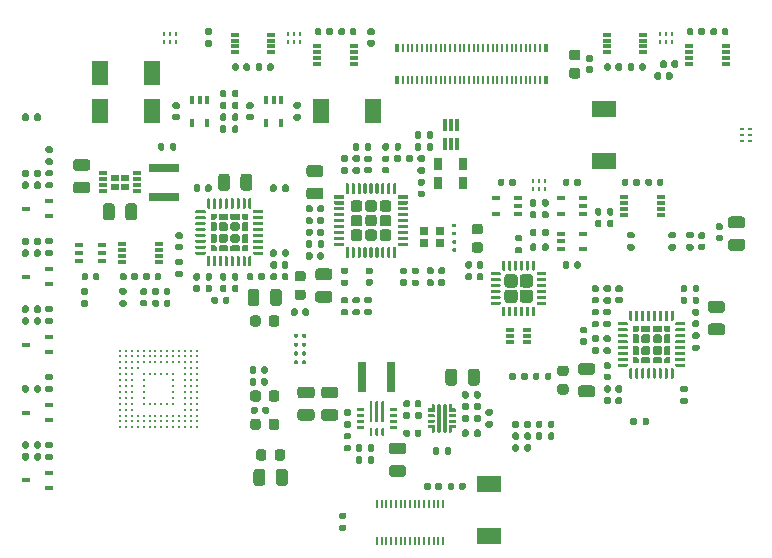
<source format=gbr>
%TF.GenerationSoftware,KiCad,Pcbnew,(5.1.10)-1*%
%TF.CreationDate,2021-08-17T14:43:39+02:00*%
%TF.ProjectId,mowi,6d6f7769-2e6b-4696-9361-645f70636258,v1.0*%
%TF.SameCoordinates,Original*%
%TF.FileFunction,Paste,Bot*%
%TF.FilePolarity,Positive*%
%FSLAX46Y46*%
G04 Gerber Fmt 4.6, Leading zero omitted, Abs format (unit mm)*
G04 Created by KiCad (PCBNEW (5.1.10)-1) date 2021-08-17 14:43:39*
%MOMM*%
%LPD*%
G01*
G04 APERTURE LIST*
%ADD10R,0.710000X0.580000*%
%ADD11R,0.750000X0.300000*%
%ADD12R,0.700000X0.350000*%
%ADD13C,0.100000*%
%ADD14R,0.300000X0.990000*%
%ADD15R,0.700000X1.000000*%
%ADD16R,0.270000X0.330000*%
%ADD17C,0.300000*%
%ADD18R,0.800000X0.300000*%
%ADD19R,0.750000X0.700000*%
%ADD20R,0.350000X0.650000*%
%ADD21R,0.230000X0.650000*%
%ADD22R,2.100000X1.400000*%
%ADD23R,0.200000X0.700000*%
%ADD24R,0.330000X0.270000*%
%ADD25R,2.500000X0.750000*%
%ADD26R,1.400000X2.100000*%
%ADD27R,0.400000X0.650000*%
%ADD28R,0.650000X0.400000*%
%ADD29R,0.700000X0.450000*%
%ADD30R,0.750000X2.500000*%
G04 APERTURE END LIST*
D10*
%TO.C,U10*%
X119312500Y-76862500D03*
X120187500Y-76862500D03*
X120187500Y-76137500D03*
X119312500Y-76137500D03*
D11*
X121200000Y-77250000D03*
X121200000Y-76750000D03*
X121200000Y-76250000D03*
X121200000Y-75750000D03*
X118300000Y-75750000D03*
X118300000Y-76250000D03*
X118300000Y-76750000D03*
X118300000Y-77250000D03*
%TD*%
%TO.C,U5*%
G36*
G01*
X143070000Y-82900000D02*
X142930000Y-82900000D01*
G75*
G02*
X142860000Y-82830000I0J70000D01*
G01*
X142860000Y-82070000D01*
G75*
G02*
X142930000Y-82000000I70000J0D01*
G01*
X143070000Y-82000000D01*
G75*
G02*
X143140000Y-82070000I0J-70000D01*
G01*
X143140000Y-82830000D01*
G75*
G02*
X143070000Y-82900000I-70000J0D01*
G01*
G37*
G36*
G01*
X142570000Y-82900000D02*
X142430000Y-82900000D01*
G75*
G02*
X142360000Y-82830000I0J70000D01*
G01*
X142360000Y-82070000D01*
G75*
G02*
X142430000Y-82000000I70000J0D01*
G01*
X142570000Y-82000000D01*
G75*
G02*
X142640000Y-82070000I0J-70000D01*
G01*
X142640000Y-82830000D01*
G75*
G02*
X142570000Y-82900000I-70000J0D01*
G01*
G37*
G36*
G01*
X142070000Y-82900000D02*
X141930000Y-82900000D01*
G75*
G02*
X141860000Y-82830000I0J70000D01*
G01*
X141860000Y-82070000D01*
G75*
G02*
X141930000Y-82000000I70000J0D01*
G01*
X142070000Y-82000000D01*
G75*
G02*
X142140000Y-82070000I0J-70000D01*
G01*
X142140000Y-82830000D01*
G75*
G02*
X142070000Y-82900000I-70000J0D01*
G01*
G37*
G36*
G01*
X141570000Y-82900000D02*
X141430000Y-82900000D01*
G75*
G02*
X141360000Y-82830000I0J70000D01*
G01*
X141360000Y-82070000D01*
G75*
G02*
X141430000Y-82000000I70000J0D01*
G01*
X141570000Y-82000000D01*
G75*
G02*
X141640000Y-82070000I0J-70000D01*
G01*
X141640000Y-82830000D01*
G75*
G02*
X141570000Y-82900000I-70000J0D01*
G01*
G37*
G36*
G01*
X141070000Y-82900000D02*
X140930000Y-82900000D01*
G75*
G02*
X140860000Y-82830000I0J70000D01*
G01*
X140860000Y-82070000D01*
G75*
G02*
X140930000Y-82000000I70000J0D01*
G01*
X141070000Y-82000000D01*
G75*
G02*
X141140000Y-82070000I0J-70000D01*
G01*
X141140000Y-82830000D01*
G75*
G02*
X141070000Y-82900000I-70000J0D01*
G01*
G37*
G36*
G01*
X140570000Y-82900000D02*
X140430000Y-82900000D01*
G75*
G02*
X140360000Y-82830000I0J70000D01*
G01*
X140360000Y-82070000D01*
G75*
G02*
X140430000Y-82000000I70000J0D01*
G01*
X140570000Y-82000000D01*
G75*
G02*
X140640000Y-82070000I0J-70000D01*
G01*
X140640000Y-82830000D01*
G75*
G02*
X140570000Y-82900000I-70000J0D01*
G01*
G37*
G36*
G01*
X140070000Y-82900000D02*
X139930000Y-82900000D01*
G75*
G02*
X139860000Y-82830000I0J70000D01*
G01*
X139860000Y-82070000D01*
G75*
G02*
X139930000Y-82000000I70000J0D01*
G01*
X140070000Y-82000000D01*
G75*
G02*
X140140000Y-82070000I0J-70000D01*
G01*
X140140000Y-82830000D01*
G75*
G02*
X140070000Y-82900000I-70000J0D01*
G01*
G37*
G36*
G01*
X139570000Y-82900000D02*
X139430000Y-82900000D01*
G75*
G02*
X139360000Y-82830000I0J70000D01*
G01*
X139360000Y-82070000D01*
G75*
G02*
X139430000Y-82000000I70000J0D01*
G01*
X139570000Y-82000000D01*
G75*
G02*
X139640000Y-82070000I0J-70000D01*
G01*
X139640000Y-82830000D01*
G75*
G02*
X139570000Y-82900000I-70000J0D01*
G01*
G37*
G36*
G01*
X139070000Y-82900000D02*
X138930000Y-82900000D01*
G75*
G02*
X138860000Y-82830000I0J70000D01*
G01*
X138860000Y-82070000D01*
G75*
G02*
X138930000Y-82000000I70000J0D01*
G01*
X139070000Y-82000000D01*
G75*
G02*
X139140000Y-82070000I0J-70000D01*
G01*
X139140000Y-82830000D01*
G75*
G02*
X139070000Y-82900000I-70000J0D01*
G01*
G37*
G36*
G01*
X138680000Y-81890000D02*
X137920000Y-81890000D01*
G75*
G02*
X137850000Y-81820000I0J70000D01*
G01*
X137850000Y-81680000D01*
G75*
G02*
X137920000Y-81610000I70000J0D01*
G01*
X138680000Y-81610000D01*
G75*
G02*
X138750000Y-81680000I0J-70000D01*
G01*
X138750000Y-81820000D01*
G75*
G02*
X138680000Y-81890000I-70000J0D01*
G01*
G37*
G36*
G01*
X138680000Y-81390000D02*
X137920000Y-81390000D01*
G75*
G02*
X137850000Y-81320000I0J70000D01*
G01*
X137850000Y-81180000D01*
G75*
G02*
X137920000Y-81110000I70000J0D01*
G01*
X138680000Y-81110000D01*
G75*
G02*
X138750000Y-81180000I0J-70000D01*
G01*
X138750000Y-81320000D01*
G75*
G02*
X138680000Y-81390000I-70000J0D01*
G01*
G37*
G36*
G01*
X138680000Y-80890000D02*
X137920000Y-80890000D01*
G75*
G02*
X137850000Y-80820000I0J70000D01*
G01*
X137850000Y-80680000D01*
G75*
G02*
X137920000Y-80610000I70000J0D01*
G01*
X138680000Y-80610000D01*
G75*
G02*
X138750000Y-80680000I0J-70000D01*
G01*
X138750000Y-80820000D01*
G75*
G02*
X138680000Y-80890000I-70000J0D01*
G01*
G37*
G36*
G01*
X138680000Y-80390000D02*
X137920000Y-80390000D01*
G75*
G02*
X137850000Y-80320000I0J70000D01*
G01*
X137850000Y-80180000D01*
G75*
G02*
X137920000Y-80110000I70000J0D01*
G01*
X138680000Y-80110000D01*
G75*
G02*
X138750000Y-80180000I0J-70000D01*
G01*
X138750000Y-80320000D01*
G75*
G02*
X138680000Y-80390000I-70000J0D01*
G01*
G37*
G36*
G01*
X138680000Y-79890000D02*
X137920000Y-79890000D01*
G75*
G02*
X137850000Y-79820000I0J70000D01*
G01*
X137850000Y-79680000D01*
G75*
G02*
X137920000Y-79610000I70000J0D01*
G01*
X138680000Y-79610000D01*
G75*
G02*
X138750000Y-79680000I0J-70000D01*
G01*
X138750000Y-79820000D01*
G75*
G02*
X138680000Y-79890000I-70000J0D01*
G01*
G37*
G36*
G01*
X138680000Y-79390000D02*
X137920000Y-79390000D01*
G75*
G02*
X137850000Y-79320000I0J70000D01*
G01*
X137850000Y-79180000D01*
G75*
G02*
X137920000Y-79110000I70000J0D01*
G01*
X138680000Y-79110000D01*
G75*
G02*
X138750000Y-79180000I0J-70000D01*
G01*
X138750000Y-79320000D01*
G75*
G02*
X138680000Y-79390000I-70000J0D01*
G01*
G37*
G36*
G01*
X138680000Y-78890000D02*
X137920000Y-78890000D01*
G75*
G02*
X137850000Y-78820000I0J70000D01*
G01*
X137850000Y-78680000D01*
G75*
G02*
X137920000Y-78610000I70000J0D01*
G01*
X138680000Y-78610000D01*
G75*
G02*
X138750000Y-78680000I0J-70000D01*
G01*
X138750000Y-78820000D01*
G75*
G02*
X138680000Y-78890000I-70000J0D01*
G01*
G37*
G36*
G01*
X138680000Y-78390000D02*
X137920000Y-78390000D01*
G75*
G02*
X137850000Y-78320000I0J70000D01*
G01*
X137850000Y-78180000D01*
G75*
G02*
X137920000Y-78110000I70000J0D01*
G01*
X138680000Y-78110000D01*
G75*
G02*
X138750000Y-78180000I0J-70000D01*
G01*
X138750000Y-78320000D01*
G75*
G02*
X138680000Y-78390000I-70000J0D01*
G01*
G37*
G36*
G01*
X138680000Y-77890000D02*
X137920000Y-77890000D01*
G75*
G02*
X137850000Y-77820000I0J70000D01*
G01*
X137850000Y-77680000D01*
G75*
G02*
X137920000Y-77610000I70000J0D01*
G01*
X138680000Y-77610000D01*
G75*
G02*
X138750000Y-77680000I0J-70000D01*
G01*
X138750000Y-77820000D01*
G75*
G02*
X138680000Y-77890000I-70000J0D01*
G01*
G37*
G36*
G01*
X139070000Y-77500000D02*
X138930000Y-77500000D01*
G75*
G02*
X138860000Y-77430000I0J70000D01*
G01*
X138860000Y-76670000D01*
G75*
G02*
X138930000Y-76600000I70000J0D01*
G01*
X139070000Y-76600000D01*
G75*
G02*
X139140000Y-76670000I0J-70000D01*
G01*
X139140000Y-77430000D01*
G75*
G02*
X139070000Y-77500000I-70000J0D01*
G01*
G37*
G36*
G01*
X139570000Y-77500000D02*
X139430000Y-77500000D01*
G75*
G02*
X139360000Y-77430000I0J70000D01*
G01*
X139360000Y-76670000D01*
G75*
G02*
X139430000Y-76600000I70000J0D01*
G01*
X139570000Y-76600000D01*
G75*
G02*
X139640000Y-76670000I0J-70000D01*
G01*
X139640000Y-77430000D01*
G75*
G02*
X139570000Y-77500000I-70000J0D01*
G01*
G37*
G36*
G01*
X140070000Y-77500000D02*
X139930000Y-77500000D01*
G75*
G02*
X139860000Y-77430000I0J70000D01*
G01*
X139860000Y-76670000D01*
G75*
G02*
X139930000Y-76600000I70000J0D01*
G01*
X140070000Y-76600000D01*
G75*
G02*
X140140000Y-76670000I0J-70000D01*
G01*
X140140000Y-77430000D01*
G75*
G02*
X140070000Y-77500000I-70000J0D01*
G01*
G37*
G36*
G01*
X140570000Y-77500000D02*
X140430000Y-77500000D01*
G75*
G02*
X140360000Y-77430000I0J70000D01*
G01*
X140360000Y-76670000D01*
G75*
G02*
X140430000Y-76600000I70000J0D01*
G01*
X140570000Y-76600000D01*
G75*
G02*
X140640000Y-76670000I0J-70000D01*
G01*
X140640000Y-77430000D01*
G75*
G02*
X140570000Y-77500000I-70000J0D01*
G01*
G37*
G36*
G01*
X141070000Y-77500000D02*
X140930000Y-77500000D01*
G75*
G02*
X140860000Y-77430000I0J70000D01*
G01*
X140860000Y-76670000D01*
G75*
G02*
X140930000Y-76600000I70000J0D01*
G01*
X141070000Y-76600000D01*
G75*
G02*
X141140000Y-76670000I0J-70000D01*
G01*
X141140000Y-77430000D01*
G75*
G02*
X141070000Y-77500000I-70000J0D01*
G01*
G37*
G36*
G01*
X141570000Y-77500000D02*
X141430000Y-77500000D01*
G75*
G02*
X141360000Y-77430000I0J70000D01*
G01*
X141360000Y-76670000D01*
G75*
G02*
X141430000Y-76600000I70000J0D01*
G01*
X141570000Y-76600000D01*
G75*
G02*
X141640000Y-76670000I0J-70000D01*
G01*
X141640000Y-77430000D01*
G75*
G02*
X141570000Y-77500000I-70000J0D01*
G01*
G37*
G36*
G01*
X142070000Y-77500000D02*
X141930000Y-77500000D01*
G75*
G02*
X141860000Y-77430000I0J70000D01*
G01*
X141860000Y-76670000D01*
G75*
G02*
X141930000Y-76600000I70000J0D01*
G01*
X142070000Y-76600000D01*
G75*
G02*
X142140000Y-76670000I0J-70000D01*
G01*
X142140000Y-77430000D01*
G75*
G02*
X142070000Y-77500000I-70000J0D01*
G01*
G37*
G36*
G01*
X142570000Y-77500000D02*
X142430000Y-77500000D01*
G75*
G02*
X142360000Y-77430000I0J70000D01*
G01*
X142360000Y-76670000D01*
G75*
G02*
X142430000Y-76600000I70000J0D01*
G01*
X142570000Y-76600000D01*
G75*
G02*
X142640000Y-76670000I0J-70000D01*
G01*
X142640000Y-77430000D01*
G75*
G02*
X142570000Y-77500000I-70000J0D01*
G01*
G37*
G36*
G01*
X143070000Y-77500000D02*
X142930000Y-77500000D01*
G75*
G02*
X142860000Y-77430000I0J70000D01*
G01*
X142860000Y-76670000D01*
G75*
G02*
X142930000Y-76600000I70000J0D01*
G01*
X143070000Y-76600000D01*
G75*
G02*
X143140000Y-76670000I0J-70000D01*
G01*
X143140000Y-77430000D01*
G75*
G02*
X143070000Y-77500000I-70000J0D01*
G01*
G37*
G36*
G01*
X144080000Y-77890000D02*
X143320000Y-77890000D01*
G75*
G02*
X143250000Y-77820000I0J70000D01*
G01*
X143250000Y-77680000D01*
G75*
G02*
X143320000Y-77610000I70000J0D01*
G01*
X144080000Y-77610000D01*
G75*
G02*
X144150000Y-77680000I0J-70000D01*
G01*
X144150000Y-77820000D01*
G75*
G02*
X144080000Y-77890000I-70000J0D01*
G01*
G37*
G36*
G01*
X144080000Y-78390000D02*
X143320000Y-78390000D01*
G75*
G02*
X143250000Y-78320000I0J70000D01*
G01*
X143250000Y-78180000D01*
G75*
G02*
X143320000Y-78110000I70000J0D01*
G01*
X144080000Y-78110000D01*
G75*
G02*
X144150000Y-78180000I0J-70000D01*
G01*
X144150000Y-78320000D01*
G75*
G02*
X144080000Y-78390000I-70000J0D01*
G01*
G37*
G36*
G01*
X144080000Y-78890000D02*
X143320000Y-78890000D01*
G75*
G02*
X143250000Y-78820000I0J70000D01*
G01*
X143250000Y-78680000D01*
G75*
G02*
X143320000Y-78610000I70000J0D01*
G01*
X144080000Y-78610000D01*
G75*
G02*
X144150000Y-78680000I0J-70000D01*
G01*
X144150000Y-78820000D01*
G75*
G02*
X144080000Y-78890000I-70000J0D01*
G01*
G37*
G36*
G01*
X144080000Y-79390000D02*
X143320000Y-79390000D01*
G75*
G02*
X143250000Y-79320000I0J70000D01*
G01*
X143250000Y-79180000D01*
G75*
G02*
X143320000Y-79110000I70000J0D01*
G01*
X144080000Y-79110000D01*
G75*
G02*
X144150000Y-79180000I0J-70000D01*
G01*
X144150000Y-79320000D01*
G75*
G02*
X144080000Y-79390000I-70000J0D01*
G01*
G37*
G36*
G01*
X144080000Y-79890000D02*
X143320000Y-79890000D01*
G75*
G02*
X143250000Y-79820000I0J70000D01*
G01*
X143250000Y-79680000D01*
G75*
G02*
X143320000Y-79610000I70000J0D01*
G01*
X144080000Y-79610000D01*
G75*
G02*
X144150000Y-79680000I0J-70000D01*
G01*
X144150000Y-79820000D01*
G75*
G02*
X144080000Y-79890000I-70000J0D01*
G01*
G37*
G36*
G01*
X144080000Y-80390000D02*
X143320000Y-80390000D01*
G75*
G02*
X143250000Y-80320000I0J70000D01*
G01*
X143250000Y-80180000D01*
G75*
G02*
X143320000Y-80110000I70000J0D01*
G01*
X144080000Y-80110000D01*
G75*
G02*
X144150000Y-80180000I0J-70000D01*
G01*
X144150000Y-80320000D01*
G75*
G02*
X144080000Y-80390000I-70000J0D01*
G01*
G37*
G36*
G01*
X144080000Y-80890000D02*
X143320000Y-80890000D01*
G75*
G02*
X143250000Y-80820000I0J70000D01*
G01*
X143250000Y-80680000D01*
G75*
G02*
X143320000Y-80610000I70000J0D01*
G01*
X144080000Y-80610000D01*
G75*
G02*
X144150000Y-80680000I0J-70000D01*
G01*
X144150000Y-80820000D01*
G75*
G02*
X144080000Y-80890000I-70000J0D01*
G01*
G37*
G36*
G01*
X144080000Y-81390000D02*
X143320000Y-81390000D01*
G75*
G02*
X143250000Y-81320000I0J70000D01*
G01*
X143250000Y-81180000D01*
G75*
G02*
X143320000Y-81110000I70000J0D01*
G01*
X144080000Y-81110000D01*
G75*
G02*
X144150000Y-81180000I0J-70000D01*
G01*
X144150000Y-81320000D01*
G75*
G02*
X144080000Y-81390000I-70000J0D01*
G01*
G37*
G36*
G01*
X144080000Y-81890000D02*
X143320000Y-81890000D01*
G75*
G02*
X143250000Y-81820000I0J70000D01*
G01*
X143250000Y-81680000D01*
G75*
G02*
X143320000Y-81610000I70000J0D01*
G01*
X144080000Y-81610000D01*
G75*
G02*
X144150000Y-81680000I0J-70000D01*
G01*
X144150000Y-81820000D01*
G75*
G02*
X144080000Y-81890000I-70000J0D01*
G01*
G37*
G36*
G01*
X142477500Y-81475000D02*
X141982500Y-81475000D01*
G75*
G02*
X141735000Y-81227500I0J247500D01*
G01*
X141735000Y-80732500D01*
G75*
G02*
X141982500Y-80485000I247500J0D01*
G01*
X142477500Y-80485000D01*
G75*
G02*
X142725000Y-80732500I0J-247500D01*
G01*
X142725000Y-81227500D01*
G75*
G02*
X142477500Y-81475000I-247500J0D01*
G01*
G37*
G36*
G01*
X141247500Y-81475000D02*
X140752500Y-81475000D01*
G75*
G02*
X140505000Y-81227500I0J247500D01*
G01*
X140505000Y-80732500D01*
G75*
G02*
X140752500Y-80485000I247500J0D01*
G01*
X141247500Y-80485000D01*
G75*
G02*
X141495000Y-80732500I0J-247500D01*
G01*
X141495000Y-81227500D01*
G75*
G02*
X141247500Y-81475000I-247500J0D01*
G01*
G37*
G36*
G01*
X140017500Y-81475000D02*
X139522500Y-81475000D01*
G75*
G02*
X139275000Y-81227500I0J247500D01*
G01*
X139275000Y-80732500D01*
G75*
G02*
X139522500Y-80485000I247500J0D01*
G01*
X140017500Y-80485000D01*
G75*
G02*
X140265000Y-80732500I0J-247500D01*
G01*
X140265000Y-81227500D01*
G75*
G02*
X140017500Y-81475000I-247500J0D01*
G01*
G37*
G36*
G01*
X142477500Y-80245000D02*
X141982500Y-80245000D01*
G75*
G02*
X141735000Y-79997500I0J247500D01*
G01*
X141735000Y-79502500D01*
G75*
G02*
X141982500Y-79255000I247500J0D01*
G01*
X142477500Y-79255000D01*
G75*
G02*
X142725000Y-79502500I0J-247500D01*
G01*
X142725000Y-79997500D01*
G75*
G02*
X142477500Y-80245000I-247500J0D01*
G01*
G37*
G36*
G01*
X141247500Y-80245000D02*
X140752500Y-80245000D01*
G75*
G02*
X140505000Y-79997500I0J247500D01*
G01*
X140505000Y-79502500D01*
G75*
G02*
X140752500Y-79255000I247500J0D01*
G01*
X141247500Y-79255000D01*
G75*
G02*
X141495000Y-79502500I0J-247500D01*
G01*
X141495000Y-79997500D01*
G75*
G02*
X141247500Y-80245000I-247500J0D01*
G01*
G37*
G36*
G01*
X140017500Y-80245000D02*
X139522500Y-80245000D01*
G75*
G02*
X139275000Y-79997500I0J247500D01*
G01*
X139275000Y-79502500D01*
G75*
G02*
X139522500Y-79255000I247500J0D01*
G01*
X140017500Y-79255000D01*
G75*
G02*
X140265000Y-79502500I0J-247500D01*
G01*
X140265000Y-79997500D01*
G75*
G02*
X140017500Y-80245000I-247500J0D01*
G01*
G37*
G36*
G01*
X142477500Y-79015000D02*
X141982500Y-79015000D01*
G75*
G02*
X141735000Y-78767500I0J247500D01*
G01*
X141735000Y-78272500D01*
G75*
G02*
X141982500Y-78025000I247500J0D01*
G01*
X142477500Y-78025000D01*
G75*
G02*
X142725000Y-78272500I0J-247500D01*
G01*
X142725000Y-78767500D01*
G75*
G02*
X142477500Y-79015000I-247500J0D01*
G01*
G37*
G36*
G01*
X141247500Y-79015000D02*
X140752500Y-79015000D01*
G75*
G02*
X140505000Y-78767500I0J247500D01*
G01*
X140505000Y-78272500D01*
G75*
G02*
X140752500Y-78025000I247500J0D01*
G01*
X141247500Y-78025000D01*
G75*
G02*
X141495000Y-78272500I0J-247500D01*
G01*
X141495000Y-78767500D01*
G75*
G02*
X141247500Y-79015000I-247500J0D01*
G01*
G37*
G36*
G01*
X140017500Y-79015000D02*
X139522500Y-79015000D01*
G75*
G02*
X139275000Y-78767500I0J247500D01*
G01*
X139275000Y-78272500D01*
G75*
G02*
X139522500Y-78025000I247500J0D01*
G01*
X140017500Y-78025000D01*
G75*
G02*
X140265000Y-78272500I0J-247500D01*
G01*
X140265000Y-78767500D01*
G75*
G02*
X140017500Y-79015000I-247500J0D01*
G01*
G37*
%TD*%
%TO.C,U7*%
G36*
G01*
X153585000Y-85165000D02*
X153585000Y-84535000D01*
G75*
G02*
X153835000Y-84285000I250000J0D01*
G01*
X154465000Y-84285000D01*
G75*
G02*
X154715000Y-84535000I0J-250000D01*
G01*
X154715000Y-85165000D01*
G75*
G02*
X154465000Y-85415000I-250000J0D01*
G01*
X153835000Y-85415000D01*
G75*
G02*
X153585000Y-85165000I0J250000D01*
G01*
G37*
G36*
G01*
X153585000Y-86465000D02*
X153585000Y-85835000D01*
G75*
G02*
X153835000Y-85585000I250000J0D01*
G01*
X154465000Y-85585000D01*
G75*
G02*
X154715000Y-85835000I0J-250000D01*
G01*
X154715000Y-86465000D01*
G75*
G02*
X154465000Y-86715000I-250000J0D01*
G01*
X153835000Y-86715000D01*
G75*
G02*
X153585000Y-86465000I0J250000D01*
G01*
G37*
G36*
G01*
X152285000Y-85165000D02*
X152285000Y-84535000D01*
G75*
G02*
X152535000Y-84285000I250000J0D01*
G01*
X153165000Y-84285000D01*
G75*
G02*
X153415000Y-84535000I0J-250000D01*
G01*
X153415000Y-85165000D01*
G75*
G02*
X153165000Y-85415000I-250000J0D01*
G01*
X152535000Y-85415000D01*
G75*
G02*
X152285000Y-85165000I0J250000D01*
G01*
G37*
G36*
G01*
X152285000Y-86465000D02*
X152285000Y-85835000D01*
G75*
G02*
X152535000Y-85585000I250000J0D01*
G01*
X153165000Y-85585000D01*
G75*
G02*
X153415000Y-85835000I0J-250000D01*
G01*
X153415000Y-86465000D01*
G75*
G02*
X153165000Y-86715000I-250000J0D01*
G01*
X152535000Y-86715000D01*
G75*
G02*
X152285000Y-86465000I0J250000D01*
G01*
G37*
G36*
G01*
X152125000Y-87787500D02*
X152125000Y-87087500D01*
G75*
G02*
X152187500Y-87025000I62500J0D01*
G01*
X152312500Y-87025000D01*
G75*
G02*
X152375000Y-87087500I0J-62500D01*
G01*
X152375000Y-87787500D01*
G75*
G02*
X152312500Y-87850000I-62500J0D01*
G01*
X152187500Y-87850000D01*
G75*
G02*
X152125000Y-87787500I0J62500D01*
G01*
G37*
G36*
G01*
X152625000Y-87787500D02*
X152625000Y-87087500D01*
G75*
G02*
X152687500Y-87025000I62500J0D01*
G01*
X152812500Y-87025000D01*
G75*
G02*
X152875000Y-87087500I0J-62500D01*
G01*
X152875000Y-87787500D01*
G75*
G02*
X152812500Y-87850000I-62500J0D01*
G01*
X152687500Y-87850000D01*
G75*
G02*
X152625000Y-87787500I0J62500D01*
G01*
G37*
G36*
G01*
X153125000Y-87787500D02*
X153125000Y-87087500D01*
G75*
G02*
X153187500Y-87025000I62500J0D01*
G01*
X153312500Y-87025000D01*
G75*
G02*
X153375000Y-87087500I0J-62500D01*
G01*
X153375000Y-87787500D01*
G75*
G02*
X153312500Y-87850000I-62500J0D01*
G01*
X153187500Y-87850000D01*
G75*
G02*
X153125000Y-87787500I0J62500D01*
G01*
G37*
G36*
G01*
X153625000Y-87787500D02*
X153625000Y-87087500D01*
G75*
G02*
X153687500Y-87025000I62500J0D01*
G01*
X153812500Y-87025000D01*
G75*
G02*
X153875000Y-87087500I0J-62500D01*
G01*
X153875000Y-87787500D01*
G75*
G02*
X153812500Y-87850000I-62500J0D01*
G01*
X153687500Y-87850000D01*
G75*
G02*
X153625000Y-87787500I0J62500D01*
G01*
G37*
G36*
G01*
X154125000Y-87787500D02*
X154125000Y-87087500D01*
G75*
G02*
X154187500Y-87025000I62500J0D01*
G01*
X154312500Y-87025000D01*
G75*
G02*
X154375000Y-87087500I0J-62500D01*
G01*
X154375000Y-87787500D01*
G75*
G02*
X154312500Y-87850000I-62500J0D01*
G01*
X154187500Y-87850000D01*
G75*
G02*
X154125000Y-87787500I0J62500D01*
G01*
G37*
G36*
G01*
X154625000Y-87787500D02*
X154625000Y-87087500D01*
G75*
G02*
X154687500Y-87025000I62500J0D01*
G01*
X154812500Y-87025000D01*
G75*
G02*
X154875000Y-87087500I0J-62500D01*
G01*
X154875000Y-87787500D01*
G75*
G02*
X154812500Y-87850000I-62500J0D01*
G01*
X154687500Y-87850000D01*
G75*
G02*
X154625000Y-87787500I0J62500D01*
G01*
G37*
G36*
G01*
X155025000Y-86812500D02*
X155025000Y-86687500D01*
G75*
G02*
X155087500Y-86625000I62500J0D01*
G01*
X155787500Y-86625000D01*
G75*
G02*
X155850000Y-86687500I0J-62500D01*
G01*
X155850000Y-86812500D01*
G75*
G02*
X155787500Y-86875000I-62500J0D01*
G01*
X155087500Y-86875000D01*
G75*
G02*
X155025000Y-86812500I0J62500D01*
G01*
G37*
G36*
G01*
X155025000Y-86312500D02*
X155025000Y-86187500D01*
G75*
G02*
X155087500Y-86125000I62500J0D01*
G01*
X155787500Y-86125000D01*
G75*
G02*
X155850000Y-86187500I0J-62500D01*
G01*
X155850000Y-86312500D01*
G75*
G02*
X155787500Y-86375000I-62500J0D01*
G01*
X155087500Y-86375000D01*
G75*
G02*
X155025000Y-86312500I0J62500D01*
G01*
G37*
G36*
G01*
X155025000Y-85812500D02*
X155025000Y-85687500D01*
G75*
G02*
X155087500Y-85625000I62500J0D01*
G01*
X155787500Y-85625000D01*
G75*
G02*
X155850000Y-85687500I0J-62500D01*
G01*
X155850000Y-85812500D01*
G75*
G02*
X155787500Y-85875000I-62500J0D01*
G01*
X155087500Y-85875000D01*
G75*
G02*
X155025000Y-85812500I0J62500D01*
G01*
G37*
G36*
G01*
X155025000Y-85312500D02*
X155025000Y-85187500D01*
G75*
G02*
X155087500Y-85125000I62500J0D01*
G01*
X155787500Y-85125000D01*
G75*
G02*
X155850000Y-85187500I0J-62500D01*
G01*
X155850000Y-85312500D01*
G75*
G02*
X155787500Y-85375000I-62500J0D01*
G01*
X155087500Y-85375000D01*
G75*
G02*
X155025000Y-85312500I0J62500D01*
G01*
G37*
G36*
G01*
X155025000Y-84812500D02*
X155025000Y-84687500D01*
G75*
G02*
X155087500Y-84625000I62500J0D01*
G01*
X155787500Y-84625000D01*
G75*
G02*
X155850000Y-84687500I0J-62500D01*
G01*
X155850000Y-84812500D01*
G75*
G02*
X155787500Y-84875000I-62500J0D01*
G01*
X155087500Y-84875000D01*
G75*
G02*
X155025000Y-84812500I0J62500D01*
G01*
G37*
G36*
G01*
X155025000Y-84312500D02*
X155025000Y-84187500D01*
G75*
G02*
X155087500Y-84125000I62500J0D01*
G01*
X155787500Y-84125000D01*
G75*
G02*
X155850000Y-84187500I0J-62500D01*
G01*
X155850000Y-84312500D01*
G75*
G02*
X155787500Y-84375000I-62500J0D01*
G01*
X155087500Y-84375000D01*
G75*
G02*
X155025000Y-84312500I0J62500D01*
G01*
G37*
G36*
G01*
X154625000Y-83912500D02*
X154625000Y-83212500D01*
G75*
G02*
X154687500Y-83150000I62500J0D01*
G01*
X154812500Y-83150000D01*
G75*
G02*
X154875000Y-83212500I0J-62500D01*
G01*
X154875000Y-83912500D01*
G75*
G02*
X154812500Y-83975000I-62500J0D01*
G01*
X154687500Y-83975000D01*
G75*
G02*
X154625000Y-83912500I0J62500D01*
G01*
G37*
G36*
G01*
X154125000Y-83912500D02*
X154125000Y-83212500D01*
G75*
G02*
X154187500Y-83150000I62500J0D01*
G01*
X154312500Y-83150000D01*
G75*
G02*
X154375000Y-83212500I0J-62500D01*
G01*
X154375000Y-83912500D01*
G75*
G02*
X154312500Y-83975000I-62500J0D01*
G01*
X154187500Y-83975000D01*
G75*
G02*
X154125000Y-83912500I0J62500D01*
G01*
G37*
G36*
G01*
X153625000Y-83912500D02*
X153625000Y-83212500D01*
G75*
G02*
X153687500Y-83150000I62500J0D01*
G01*
X153812500Y-83150000D01*
G75*
G02*
X153875000Y-83212500I0J-62500D01*
G01*
X153875000Y-83912500D01*
G75*
G02*
X153812500Y-83975000I-62500J0D01*
G01*
X153687500Y-83975000D01*
G75*
G02*
X153625000Y-83912500I0J62500D01*
G01*
G37*
G36*
G01*
X153125000Y-83912500D02*
X153125000Y-83212500D01*
G75*
G02*
X153187500Y-83150000I62500J0D01*
G01*
X153312500Y-83150000D01*
G75*
G02*
X153375000Y-83212500I0J-62500D01*
G01*
X153375000Y-83912500D01*
G75*
G02*
X153312500Y-83975000I-62500J0D01*
G01*
X153187500Y-83975000D01*
G75*
G02*
X153125000Y-83912500I0J62500D01*
G01*
G37*
G36*
G01*
X152625000Y-83912500D02*
X152625000Y-83212500D01*
G75*
G02*
X152687500Y-83150000I62500J0D01*
G01*
X152812500Y-83150000D01*
G75*
G02*
X152875000Y-83212500I0J-62500D01*
G01*
X152875000Y-83912500D01*
G75*
G02*
X152812500Y-83975000I-62500J0D01*
G01*
X152687500Y-83975000D01*
G75*
G02*
X152625000Y-83912500I0J62500D01*
G01*
G37*
G36*
G01*
X152125000Y-83912500D02*
X152125000Y-83212500D01*
G75*
G02*
X152187500Y-83150000I62500J0D01*
G01*
X152312500Y-83150000D01*
G75*
G02*
X152375000Y-83212500I0J-62500D01*
G01*
X152375000Y-83912500D01*
G75*
G02*
X152312500Y-83975000I-62500J0D01*
G01*
X152187500Y-83975000D01*
G75*
G02*
X152125000Y-83912500I0J62500D01*
G01*
G37*
G36*
G01*
X151150000Y-84312500D02*
X151150000Y-84187500D01*
G75*
G02*
X151212500Y-84125000I62500J0D01*
G01*
X151912500Y-84125000D01*
G75*
G02*
X151975000Y-84187500I0J-62500D01*
G01*
X151975000Y-84312500D01*
G75*
G02*
X151912500Y-84375000I-62500J0D01*
G01*
X151212500Y-84375000D01*
G75*
G02*
X151150000Y-84312500I0J62500D01*
G01*
G37*
G36*
G01*
X151150000Y-84812500D02*
X151150000Y-84687500D01*
G75*
G02*
X151212500Y-84625000I62500J0D01*
G01*
X151912500Y-84625000D01*
G75*
G02*
X151975000Y-84687500I0J-62500D01*
G01*
X151975000Y-84812500D01*
G75*
G02*
X151912500Y-84875000I-62500J0D01*
G01*
X151212500Y-84875000D01*
G75*
G02*
X151150000Y-84812500I0J62500D01*
G01*
G37*
G36*
G01*
X151150000Y-85312500D02*
X151150000Y-85187500D01*
G75*
G02*
X151212500Y-85125000I62500J0D01*
G01*
X151912500Y-85125000D01*
G75*
G02*
X151975000Y-85187500I0J-62500D01*
G01*
X151975000Y-85312500D01*
G75*
G02*
X151912500Y-85375000I-62500J0D01*
G01*
X151212500Y-85375000D01*
G75*
G02*
X151150000Y-85312500I0J62500D01*
G01*
G37*
G36*
G01*
X151150000Y-85812500D02*
X151150000Y-85687500D01*
G75*
G02*
X151212500Y-85625000I62500J0D01*
G01*
X151912500Y-85625000D01*
G75*
G02*
X151975000Y-85687500I0J-62500D01*
G01*
X151975000Y-85812500D01*
G75*
G02*
X151912500Y-85875000I-62500J0D01*
G01*
X151212500Y-85875000D01*
G75*
G02*
X151150000Y-85812500I0J62500D01*
G01*
G37*
G36*
G01*
X151150000Y-86312500D02*
X151150000Y-86187500D01*
G75*
G02*
X151212500Y-86125000I62500J0D01*
G01*
X151912500Y-86125000D01*
G75*
G02*
X151975000Y-86187500I0J-62500D01*
G01*
X151975000Y-86312500D01*
G75*
G02*
X151912500Y-86375000I-62500J0D01*
G01*
X151212500Y-86375000D01*
G75*
G02*
X151150000Y-86312500I0J62500D01*
G01*
G37*
G36*
G01*
X151150000Y-86812500D02*
X151150000Y-86687500D01*
G75*
G02*
X151212500Y-86625000I62500J0D01*
G01*
X151912500Y-86625000D01*
G75*
G02*
X151975000Y-86687500I0J-62500D01*
G01*
X151975000Y-86812500D01*
G75*
G02*
X151912500Y-86875000I-62500J0D01*
G01*
X151212500Y-86875000D01*
G75*
G02*
X151150000Y-86812500I0J62500D01*
G01*
G37*
%TD*%
D12*
%TO.C,Q6*%
X154250000Y-89500000D03*
X154250000Y-89000000D03*
X152750000Y-89500000D03*
X154250000Y-90000000D03*
X152750000Y-89000000D03*
X152750000Y-90000000D03*
%TD*%
D13*
%TO.C,U21*%
G36*
X127415109Y-79252271D02*
G01*
X127421422Y-79231460D01*
X127431673Y-79212281D01*
X127445470Y-79195470D01*
X127462281Y-79181673D01*
X127481460Y-79171422D01*
X127502271Y-79165109D01*
X127523914Y-79162977D01*
X127826086Y-79162977D01*
X127847729Y-79165109D01*
X127868540Y-79171422D01*
X127887719Y-79181673D01*
X127904530Y-79195470D01*
X127918327Y-79212281D01*
X127928578Y-79231460D01*
X127934891Y-79252271D01*
X127937023Y-79273914D01*
X127937023Y-79484182D01*
X127934891Y-79505825D01*
X127928578Y-79526636D01*
X127918327Y-79545815D01*
X127904530Y-79562626D01*
X127812626Y-79654530D01*
X127795815Y-79668327D01*
X127776636Y-79678578D01*
X127755825Y-79684891D01*
X127734182Y-79687023D01*
X127523914Y-79687023D01*
X127502271Y-79684891D01*
X127481460Y-79678578D01*
X127462281Y-79668327D01*
X127445470Y-79654530D01*
X127431673Y-79637719D01*
X127421422Y-79618540D01*
X127415109Y-79597729D01*
X127412977Y-79576086D01*
X127412977Y-79273914D01*
X127415109Y-79252271D01*
G37*
G36*
X130065109Y-79252271D02*
G01*
X130071422Y-79231460D01*
X130081673Y-79212281D01*
X130095470Y-79195470D01*
X130112281Y-79181673D01*
X130131460Y-79171422D01*
X130152271Y-79165109D01*
X130173914Y-79162977D01*
X130476086Y-79162977D01*
X130497729Y-79165109D01*
X130518540Y-79171422D01*
X130537719Y-79181673D01*
X130554530Y-79195470D01*
X130568327Y-79212281D01*
X130578578Y-79231460D01*
X130584891Y-79252271D01*
X130587023Y-79273914D01*
X130587023Y-79576086D01*
X130584891Y-79597729D01*
X130578578Y-79618540D01*
X130568327Y-79637719D01*
X130554530Y-79654530D01*
X130537719Y-79668327D01*
X130518540Y-79678578D01*
X130497729Y-79684891D01*
X130476086Y-79687023D01*
X130265818Y-79687023D01*
X130244175Y-79684891D01*
X130223364Y-79678578D01*
X130204185Y-79668327D01*
X130187374Y-79654530D01*
X130095470Y-79562626D01*
X130081673Y-79545815D01*
X130071422Y-79526636D01*
X130065109Y-79505825D01*
X130062977Y-79484182D01*
X130062977Y-79273914D01*
X130065109Y-79252271D01*
G37*
G36*
X127415109Y-81902271D02*
G01*
X127421422Y-81881460D01*
X127431673Y-81862281D01*
X127445470Y-81845470D01*
X127462281Y-81831673D01*
X127481460Y-81821422D01*
X127502271Y-81815109D01*
X127523914Y-81812977D01*
X127734182Y-81812977D01*
X127755825Y-81815109D01*
X127776636Y-81821422D01*
X127795815Y-81831673D01*
X127812626Y-81845470D01*
X127904530Y-81937374D01*
X127918327Y-81954185D01*
X127928578Y-81973364D01*
X127934891Y-81994175D01*
X127937023Y-82015818D01*
X127937023Y-82226086D01*
X127934891Y-82247729D01*
X127928578Y-82268540D01*
X127918327Y-82287719D01*
X127904530Y-82304530D01*
X127887719Y-82318327D01*
X127868540Y-82328578D01*
X127847729Y-82334891D01*
X127826086Y-82337023D01*
X127523914Y-82337023D01*
X127502271Y-82334891D01*
X127481460Y-82328578D01*
X127462281Y-82318327D01*
X127445470Y-82304530D01*
X127431673Y-82287719D01*
X127421422Y-82268540D01*
X127415109Y-82247729D01*
X127412977Y-82226086D01*
X127412977Y-81923914D01*
X127415109Y-81902271D01*
G37*
G36*
X130065109Y-81994175D02*
G01*
X130071422Y-81973364D01*
X130081673Y-81954185D01*
X130095470Y-81937374D01*
X130187374Y-81845470D01*
X130204185Y-81831673D01*
X130223364Y-81821422D01*
X130244175Y-81815109D01*
X130265818Y-81812977D01*
X130476086Y-81812977D01*
X130497729Y-81815109D01*
X130518540Y-81821422D01*
X130537719Y-81831673D01*
X130554530Y-81845470D01*
X130568327Y-81862281D01*
X130578578Y-81881460D01*
X130584891Y-81902271D01*
X130587023Y-81923914D01*
X130587023Y-82226086D01*
X130584891Y-82247729D01*
X130578578Y-82268540D01*
X130568327Y-82287719D01*
X130554530Y-82304530D01*
X130537719Y-82318327D01*
X130518540Y-82328578D01*
X130497729Y-82334891D01*
X130476086Y-82337023D01*
X130173914Y-82337023D01*
X130152271Y-82334891D01*
X130131460Y-82328578D01*
X130112281Y-82318327D01*
X130095470Y-82304530D01*
X130081673Y-82287719D01*
X130071422Y-82268540D01*
X130065109Y-82247729D01*
X130062977Y-82226086D01*
X130062977Y-82015818D01*
X130065109Y-81994175D01*
G37*
G36*
X127414648Y-79916881D02*
G01*
X127419596Y-79900568D01*
X127427632Y-79885534D01*
X127438447Y-79872357D01*
X127451624Y-79861542D01*
X127466658Y-79853506D01*
X127482971Y-79848558D01*
X127499936Y-79846887D01*
X127778025Y-79846887D01*
X127794990Y-79848558D01*
X127811303Y-79853506D01*
X127826337Y-79861542D01*
X127839515Y-79872357D01*
X127911554Y-79944397D01*
X127922368Y-79957575D01*
X127930404Y-79972609D01*
X127935352Y-79988922D01*
X127937023Y-80005886D01*
X127937023Y-80494114D01*
X127935352Y-80511079D01*
X127930404Y-80527392D01*
X127922368Y-80542426D01*
X127911554Y-80555603D01*
X127839515Y-80627643D01*
X127826337Y-80638457D01*
X127811303Y-80646493D01*
X127794990Y-80651442D01*
X127778025Y-80653113D01*
X127499936Y-80653113D01*
X127482971Y-80651442D01*
X127466658Y-80646494D01*
X127451624Y-80638458D01*
X127438447Y-80627643D01*
X127427632Y-80614466D01*
X127419596Y-80599432D01*
X127414648Y-80583119D01*
X127412977Y-80566154D01*
X127412977Y-79933846D01*
X127414648Y-79916881D01*
G37*
G36*
X127414648Y-80916881D02*
G01*
X127419596Y-80900568D01*
X127427632Y-80885534D01*
X127438447Y-80872357D01*
X127451624Y-80861542D01*
X127466658Y-80853506D01*
X127482971Y-80848558D01*
X127499936Y-80846887D01*
X127778025Y-80846887D01*
X127794990Y-80848558D01*
X127811303Y-80853506D01*
X127826337Y-80861542D01*
X127839515Y-80872357D01*
X127911554Y-80944397D01*
X127922368Y-80957575D01*
X127930404Y-80972609D01*
X127935352Y-80988922D01*
X127937023Y-81005886D01*
X127937023Y-81494114D01*
X127935352Y-81511079D01*
X127930404Y-81527392D01*
X127922368Y-81542426D01*
X127911554Y-81555603D01*
X127839515Y-81627643D01*
X127826337Y-81638457D01*
X127811303Y-81646493D01*
X127794990Y-81651442D01*
X127778025Y-81653113D01*
X127499936Y-81653113D01*
X127482971Y-81651442D01*
X127466658Y-81646494D01*
X127451624Y-81638458D01*
X127438447Y-81627643D01*
X127427632Y-81614466D01*
X127419596Y-81599432D01*
X127414648Y-81583119D01*
X127412977Y-81566154D01*
X127412977Y-80933846D01*
X127414648Y-80916881D01*
G37*
G36*
X130064648Y-79988921D02*
G01*
X130069596Y-79972608D01*
X130077632Y-79957574D01*
X130088446Y-79944397D01*
X130160485Y-79872357D01*
X130173663Y-79861543D01*
X130188697Y-79853507D01*
X130205010Y-79848558D01*
X130221975Y-79846887D01*
X130500064Y-79846887D01*
X130517029Y-79848558D01*
X130533342Y-79853506D01*
X130548376Y-79861542D01*
X130561553Y-79872357D01*
X130572368Y-79885534D01*
X130580404Y-79900568D01*
X130585352Y-79916881D01*
X130587023Y-79933846D01*
X130587023Y-80566154D01*
X130585352Y-80583119D01*
X130580404Y-80599432D01*
X130572368Y-80614466D01*
X130561553Y-80627643D01*
X130548376Y-80638458D01*
X130533342Y-80646494D01*
X130517029Y-80651442D01*
X130500064Y-80653113D01*
X130221975Y-80653113D01*
X130205010Y-80651442D01*
X130188697Y-80646494D01*
X130173663Y-80638458D01*
X130160485Y-80627643D01*
X130088446Y-80555603D01*
X130077632Y-80542425D01*
X130069596Y-80527391D01*
X130064648Y-80511078D01*
X130062977Y-80494114D01*
X130062977Y-80005886D01*
X130064648Y-79988921D01*
G37*
G36*
X130064648Y-80988921D02*
G01*
X130069596Y-80972608D01*
X130077632Y-80957574D01*
X130088446Y-80944397D01*
X130160485Y-80872357D01*
X130173663Y-80861543D01*
X130188697Y-80853507D01*
X130205010Y-80848558D01*
X130221975Y-80846887D01*
X130500064Y-80846887D01*
X130517029Y-80848558D01*
X130533342Y-80853506D01*
X130548376Y-80861542D01*
X130561553Y-80872357D01*
X130572368Y-80885534D01*
X130580404Y-80900568D01*
X130585352Y-80916881D01*
X130587023Y-80933846D01*
X130587023Y-81566154D01*
X130585352Y-81583119D01*
X130580404Y-81599432D01*
X130572368Y-81614466D01*
X130561553Y-81627643D01*
X130548376Y-81638458D01*
X130533342Y-81646494D01*
X130517029Y-81651442D01*
X130500064Y-81653113D01*
X130221975Y-81653113D01*
X130205010Y-81651442D01*
X130188697Y-81646494D01*
X130173663Y-81638458D01*
X130160485Y-81627643D01*
X130088446Y-81555603D01*
X130077632Y-81542425D01*
X130069596Y-81527391D01*
X130064648Y-81511078D01*
X130062977Y-81494114D01*
X130062977Y-81005886D01*
X130064648Y-80988921D01*
G37*
G36*
X128098558Y-79232971D02*
G01*
X128103506Y-79216658D01*
X128111542Y-79201624D01*
X128122357Y-79188447D01*
X128135534Y-79177632D01*
X128150568Y-79169596D01*
X128166881Y-79164648D01*
X128183846Y-79162977D01*
X128816154Y-79162977D01*
X128833119Y-79164648D01*
X128849432Y-79169596D01*
X128864466Y-79177632D01*
X128877643Y-79188447D01*
X128888458Y-79201624D01*
X128896494Y-79216658D01*
X128901442Y-79232971D01*
X128903113Y-79249936D01*
X128903113Y-79528025D01*
X128901442Y-79544990D01*
X128896494Y-79561303D01*
X128888458Y-79576337D01*
X128877643Y-79589515D01*
X128805603Y-79661554D01*
X128792425Y-79672368D01*
X128777391Y-79680404D01*
X128761078Y-79685352D01*
X128744114Y-79687023D01*
X128255886Y-79687023D01*
X128238921Y-79685352D01*
X128222608Y-79680404D01*
X128207574Y-79672368D01*
X128194397Y-79661554D01*
X128122357Y-79589515D01*
X128111543Y-79576337D01*
X128103507Y-79561303D01*
X128098558Y-79544990D01*
X128096887Y-79528025D01*
X128096887Y-79249936D01*
X128098558Y-79232971D01*
G37*
G36*
X129098558Y-79232971D02*
G01*
X129103506Y-79216658D01*
X129111542Y-79201624D01*
X129122357Y-79188447D01*
X129135534Y-79177632D01*
X129150568Y-79169596D01*
X129166881Y-79164648D01*
X129183846Y-79162977D01*
X129816154Y-79162977D01*
X129833119Y-79164648D01*
X129849432Y-79169596D01*
X129864466Y-79177632D01*
X129877643Y-79188447D01*
X129888458Y-79201624D01*
X129896494Y-79216658D01*
X129901442Y-79232971D01*
X129903113Y-79249936D01*
X129903113Y-79528025D01*
X129901442Y-79544990D01*
X129896494Y-79561303D01*
X129888458Y-79576337D01*
X129877643Y-79589515D01*
X129805603Y-79661554D01*
X129792425Y-79672368D01*
X129777391Y-79680404D01*
X129761078Y-79685352D01*
X129744114Y-79687023D01*
X129255886Y-79687023D01*
X129238921Y-79685352D01*
X129222608Y-79680404D01*
X129207574Y-79672368D01*
X129194397Y-79661554D01*
X129122357Y-79589515D01*
X129111543Y-79576337D01*
X129103507Y-79561303D01*
X129098558Y-79544990D01*
X129096887Y-79528025D01*
X129096887Y-79249936D01*
X129098558Y-79232971D01*
G37*
G36*
X128098558Y-81955010D02*
G01*
X128103506Y-81938697D01*
X128111542Y-81923663D01*
X128122357Y-81910485D01*
X128194397Y-81838446D01*
X128207575Y-81827632D01*
X128222609Y-81819596D01*
X128238922Y-81814648D01*
X128255886Y-81812977D01*
X128744114Y-81812977D01*
X128761079Y-81814648D01*
X128777392Y-81819596D01*
X128792426Y-81827632D01*
X128805603Y-81838446D01*
X128877643Y-81910485D01*
X128888457Y-81923663D01*
X128896493Y-81938697D01*
X128901442Y-81955010D01*
X128903113Y-81971975D01*
X128903113Y-82250064D01*
X128901442Y-82267029D01*
X128896494Y-82283342D01*
X128888458Y-82298376D01*
X128877643Y-82311553D01*
X128864466Y-82322368D01*
X128849432Y-82330404D01*
X128833119Y-82335352D01*
X128816154Y-82337023D01*
X128183846Y-82337023D01*
X128166881Y-82335352D01*
X128150568Y-82330404D01*
X128135534Y-82322368D01*
X128122357Y-82311553D01*
X128111542Y-82298376D01*
X128103506Y-82283342D01*
X128098558Y-82267029D01*
X128096887Y-82250064D01*
X128096887Y-81971975D01*
X128098558Y-81955010D01*
G37*
G36*
X129098558Y-81955010D02*
G01*
X129103506Y-81938697D01*
X129111542Y-81923663D01*
X129122357Y-81910485D01*
X129194397Y-81838446D01*
X129207575Y-81827632D01*
X129222609Y-81819596D01*
X129238922Y-81814648D01*
X129255886Y-81812977D01*
X129744114Y-81812977D01*
X129761079Y-81814648D01*
X129777392Y-81819596D01*
X129792426Y-81827632D01*
X129805603Y-81838446D01*
X129877643Y-81910485D01*
X129888457Y-81923663D01*
X129896493Y-81938697D01*
X129901442Y-81955010D01*
X129903113Y-81971975D01*
X129903113Y-82250064D01*
X129901442Y-82267029D01*
X129896494Y-82283342D01*
X129888458Y-82298376D01*
X129877643Y-82311553D01*
X129864466Y-82322368D01*
X129849432Y-82330404D01*
X129833119Y-82335352D01*
X129816154Y-82337023D01*
X129183846Y-82337023D01*
X129166881Y-82335352D01*
X129150568Y-82330404D01*
X129135534Y-82322368D01*
X129122357Y-82311553D01*
X129111542Y-82298376D01*
X129103506Y-82283342D01*
X129098558Y-82267029D01*
X129096887Y-82250064D01*
X129096887Y-81971975D01*
X129098558Y-81955010D01*
G37*
G36*
G01*
X128701557Y-80653113D02*
X128298443Y-80653113D01*
G75*
G02*
X128096887Y-80451557I0J201556D01*
G01*
X128096887Y-80048443D01*
G75*
G02*
X128298443Y-79846887I201556J0D01*
G01*
X128701557Y-79846887D01*
G75*
G02*
X128903113Y-80048443I0J-201556D01*
G01*
X128903113Y-80451557D01*
G75*
G02*
X128701557Y-80653113I-201556J0D01*
G01*
G37*
G36*
G01*
X129701557Y-80653113D02*
X129298443Y-80653113D01*
G75*
G02*
X129096887Y-80451557I0J201556D01*
G01*
X129096887Y-80048443D01*
G75*
G02*
X129298443Y-79846887I201556J0D01*
G01*
X129701557Y-79846887D01*
G75*
G02*
X129903113Y-80048443I0J-201556D01*
G01*
X129903113Y-80451557D01*
G75*
G02*
X129701557Y-80653113I-201556J0D01*
G01*
G37*
G36*
G01*
X128701557Y-81653113D02*
X128298443Y-81653113D01*
G75*
G02*
X128096887Y-81451557I0J201556D01*
G01*
X128096887Y-81048443D01*
G75*
G02*
X128298443Y-80846887I201556J0D01*
G01*
X128701557Y-80846887D01*
G75*
G02*
X128903113Y-81048443I0J-201556D01*
G01*
X128903113Y-81451557D01*
G75*
G02*
X128701557Y-81653113I-201556J0D01*
G01*
G37*
G36*
G01*
X129701557Y-81653113D02*
X129298443Y-81653113D01*
G75*
G02*
X129096887Y-81451557I0J201556D01*
G01*
X129096887Y-81048443D01*
G75*
G02*
X129298443Y-80846887I201556J0D01*
G01*
X129701557Y-80846887D01*
G75*
G02*
X129903113Y-81048443I0J-201556D01*
G01*
X129903113Y-81451557D01*
G75*
G02*
X129701557Y-81653113I-201556J0D01*
G01*
G37*
G36*
G01*
X131812500Y-82625000D02*
X131062500Y-82625000D01*
G75*
G02*
X131000000Y-82562500I0J62500D01*
G01*
X131000000Y-82437500D01*
G75*
G02*
X131062500Y-82375000I62500J0D01*
G01*
X131812500Y-82375000D01*
G75*
G02*
X131875000Y-82437500I0J-62500D01*
G01*
X131875000Y-82562500D01*
G75*
G02*
X131812500Y-82625000I-62500J0D01*
G01*
G37*
G36*
G01*
X131812500Y-82125000D02*
X131062500Y-82125000D01*
G75*
G02*
X131000000Y-82062500I0J62500D01*
G01*
X131000000Y-81937500D01*
G75*
G02*
X131062500Y-81875000I62500J0D01*
G01*
X131812500Y-81875000D01*
G75*
G02*
X131875000Y-81937500I0J-62500D01*
G01*
X131875000Y-82062500D01*
G75*
G02*
X131812500Y-82125000I-62500J0D01*
G01*
G37*
G36*
G01*
X131812500Y-81625000D02*
X131062500Y-81625000D01*
G75*
G02*
X131000000Y-81562500I0J62500D01*
G01*
X131000000Y-81437500D01*
G75*
G02*
X131062500Y-81375000I62500J0D01*
G01*
X131812500Y-81375000D01*
G75*
G02*
X131875000Y-81437500I0J-62500D01*
G01*
X131875000Y-81562500D01*
G75*
G02*
X131812500Y-81625000I-62500J0D01*
G01*
G37*
G36*
G01*
X131812500Y-81125000D02*
X131062500Y-81125000D01*
G75*
G02*
X131000000Y-81062500I0J62500D01*
G01*
X131000000Y-80937500D01*
G75*
G02*
X131062500Y-80875000I62500J0D01*
G01*
X131812500Y-80875000D01*
G75*
G02*
X131875000Y-80937500I0J-62500D01*
G01*
X131875000Y-81062500D01*
G75*
G02*
X131812500Y-81125000I-62500J0D01*
G01*
G37*
G36*
G01*
X131812500Y-80625000D02*
X131062500Y-80625000D01*
G75*
G02*
X131000000Y-80562500I0J62500D01*
G01*
X131000000Y-80437500D01*
G75*
G02*
X131062500Y-80375000I62500J0D01*
G01*
X131812500Y-80375000D01*
G75*
G02*
X131875000Y-80437500I0J-62500D01*
G01*
X131875000Y-80562500D01*
G75*
G02*
X131812500Y-80625000I-62500J0D01*
G01*
G37*
G36*
G01*
X131812500Y-80125000D02*
X131062500Y-80125000D01*
G75*
G02*
X131000000Y-80062500I0J62500D01*
G01*
X131000000Y-79937500D01*
G75*
G02*
X131062500Y-79875000I62500J0D01*
G01*
X131812500Y-79875000D01*
G75*
G02*
X131875000Y-79937500I0J-62500D01*
G01*
X131875000Y-80062500D01*
G75*
G02*
X131812500Y-80125000I-62500J0D01*
G01*
G37*
G36*
G01*
X131812500Y-79625000D02*
X131062500Y-79625000D01*
G75*
G02*
X131000000Y-79562500I0J62500D01*
G01*
X131000000Y-79437500D01*
G75*
G02*
X131062500Y-79375000I62500J0D01*
G01*
X131812500Y-79375000D01*
G75*
G02*
X131875000Y-79437500I0J-62500D01*
G01*
X131875000Y-79562500D01*
G75*
G02*
X131812500Y-79625000I-62500J0D01*
G01*
G37*
G36*
G01*
X131812500Y-79125000D02*
X131062500Y-79125000D01*
G75*
G02*
X131000000Y-79062500I0J62500D01*
G01*
X131000000Y-78937500D01*
G75*
G02*
X131062500Y-78875000I62500J0D01*
G01*
X131812500Y-78875000D01*
G75*
G02*
X131875000Y-78937500I0J-62500D01*
G01*
X131875000Y-79062500D01*
G75*
G02*
X131812500Y-79125000I-62500J0D01*
G01*
G37*
G36*
G01*
X130812500Y-78750000D02*
X130687500Y-78750000D01*
G75*
G02*
X130625000Y-78687500I0J62500D01*
G01*
X130625000Y-77937500D01*
G75*
G02*
X130687500Y-77875000I62500J0D01*
G01*
X130812500Y-77875000D01*
G75*
G02*
X130875000Y-77937500I0J-62500D01*
G01*
X130875000Y-78687500D01*
G75*
G02*
X130812500Y-78750000I-62500J0D01*
G01*
G37*
G36*
G01*
X130312500Y-78750000D02*
X130187500Y-78750000D01*
G75*
G02*
X130125000Y-78687500I0J62500D01*
G01*
X130125000Y-77937500D01*
G75*
G02*
X130187500Y-77875000I62500J0D01*
G01*
X130312500Y-77875000D01*
G75*
G02*
X130375000Y-77937500I0J-62500D01*
G01*
X130375000Y-78687500D01*
G75*
G02*
X130312500Y-78750000I-62500J0D01*
G01*
G37*
G36*
G01*
X129812500Y-78750000D02*
X129687500Y-78750000D01*
G75*
G02*
X129625000Y-78687500I0J62500D01*
G01*
X129625000Y-77937500D01*
G75*
G02*
X129687500Y-77875000I62500J0D01*
G01*
X129812500Y-77875000D01*
G75*
G02*
X129875000Y-77937500I0J-62500D01*
G01*
X129875000Y-78687500D01*
G75*
G02*
X129812500Y-78750000I-62500J0D01*
G01*
G37*
G36*
G01*
X129312500Y-78750000D02*
X129187500Y-78750000D01*
G75*
G02*
X129125000Y-78687500I0J62500D01*
G01*
X129125000Y-77937500D01*
G75*
G02*
X129187500Y-77875000I62500J0D01*
G01*
X129312500Y-77875000D01*
G75*
G02*
X129375000Y-77937500I0J-62500D01*
G01*
X129375000Y-78687500D01*
G75*
G02*
X129312500Y-78750000I-62500J0D01*
G01*
G37*
G36*
G01*
X128812500Y-78750000D02*
X128687500Y-78750000D01*
G75*
G02*
X128625000Y-78687500I0J62500D01*
G01*
X128625000Y-77937500D01*
G75*
G02*
X128687500Y-77875000I62500J0D01*
G01*
X128812500Y-77875000D01*
G75*
G02*
X128875000Y-77937500I0J-62500D01*
G01*
X128875000Y-78687500D01*
G75*
G02*
X128812500Y-78750000I-62500J0D01*
G01*
G37*
G36*
G01*
X128312500Y-78750000D02*
X128187500Y-78750000D01*
G75*
G02*
X128125000Y-78687500I0J62500D01*
G01*
X128125000Y-77937500D01*
G75*
G02*
X128187500Y-77875000I62500J0D01*
G01*
X128312500Y-77875000D01*
G75*
G02*
X128375000Y-77937500I0J-62500D01*
G01*
X128375000Y-78687500D01*
G75*
G02*
X128312500Y-78750000I-62500J0D01*
G01*
G37*
G36*
G01*
X127812500Y-78750000D02*
X127687500Y-78750000D01*
G75*
G02*
X127625000Y-78687500I0J62500D01*
G01*
X127625000Y-77937500D01*
G75*
G02*
X127687500Y-77875000I62500J0D01*
G01*
X127812500Y-77875000D01*
G75*
G02*
X127875000Y-77937500I0J-62500D01*
G01*
X127875000Y-78687500D01*
G75*
G02*
X127812500Y-78750000I-62500J0D01*
G01*
G37*
G36*
G01*
X127312500Y-78750000D02*
X127187500Y-78750000D01*
G75*
G02*
X127125000Y-78687500I0J62500D01*
G01*
X127125000Y-77937500D01*
G75*
G02*
X127187500Y-77875000I62500J0D01*
G01*
X127312500Y-77875000D01*
G75*
G02*
X127375000Y-77937500I0J-62500D01*
G01*
X127375000Y-78687500D01*
G75*
G02*
X127312500Y-78750000I-62500J0D01*
G01*
G37*
G36*
G01*
X126937500Y-79125000D02*
X126187500Y-79125000D01*
G75*
G02*
X126125000Y-79062500I0J62500D01*
G01*
X126125000Y-78937500D01*
G75*
G02*
X126187500Y-78875000I62500J0D01*
G01*
X126937500Y-78875000D01*
G75*
G02*
X127000000Y-78937500I0J-62500D01*
G01*
X127000000Y-79062500D01*
G75*
G02*
X126937500Y-79125000I-62500J0D01*
G01*
G37*
G36*
G01*
X126937500Y-79625000D02*
X126187500Y-79625000D01*
G75*
G02*
X126125000Y-79562500I0J62500D01*
G01*
X126125000Y-79437500D01*
G75*
G02*
X126187500Y-79375000I62500J0D01*
G01*
X126937500Y-79375000D01*
G75*
G02*
X127000000Y-79437500I0J-62500D01*
G01*
X127000000Y-79562500D01*
G75*
G02*
X126937500Y-79625000I-62500J0D01*
G01*
G37*
G36*
G01*
X126937500Y-80125000D02*
X126187500Y-80125000D01*
G75*
G02*
X126125000Y-80062500I0J62500D01*
G01*
X126125000Y-79937500D01*
G75*
G02*
X126187500Y-79875000I62500J0D01*
G01*
X126937500Y-79875000D01*
G75*
G02*
X127000000Y-79937500I0J-62500D01*
G01*
X127000000Y-80062500D01*
G75*
G02*
X126937500Y-80125000I-62500J0D01*
G01*
G37*
G36*
G01*
X126937500Y-80625000D02*
X126187500Y-80625000D01*
G75*
G02*
X126125000Y-80562500I0J62500D01*
G01*
X126125000Y-80437500D01*
G75*
G02*
X126187500Y-80375000I62500J0D01*
G01*
X126937500Y-80375000D01*
G75*
G02*
X127000000Y-80437500I0J-62500D01*
G01*
X127000000Y-80562500D01*
G75*
G02*
X126937500Y-80625000I-62500J0D01*
G01*
G37*
G36*
G01*
X126937500Y-81125000D02*
X126187500Y-81125000D01*
G75*
G02*
X126125000Y-81062500I0J62500D01*
G01*
X126125000Y-80937500D01*
G75*
G02*
X126187500Y-80875000I62500J0D01*
G01*
X126937500Y-80875000D01*
G75*
G02*
X127000000Y-80937500I0J-62500D01*
G01*
X127000000Y-81062500D01*
G75*
G02*
X126937500Y-81125000I-62500J0D01*
G01*
G37*
G36*
G01*
X126937500Y-81625000D02*
X126187500Y-81625000D01*
G75*
G02*
X126125000Y-81562500I0J62500D01*
G01*
X126125000Y-81437500D01*
G75*
G02*
X126187500Y-81375000I62500J0D01*
G01*
X126937500Y-81375000D01*
G75*
G02*
X127000000Y-81437500I0J-62500D01*
G01*
X127000000Y-81562500D01*
G75*
G02*
X126937500Y-81625000I-62500J0D01*
G01*
G37*
G36*
G01*
X126937500Y-82125000D02*
X126187500Y-82125000D01*
G75*
G02*
X126125000Y-82062500I0J62500D01*
G01*
X126125000Y-81937500D01*
G75*
G02*
X126187500Y-81875000I62500J0D01*
G01*
X126937500Y-81875000D01*
G75*
G02*
X127000000Y-81937500I0J-62500D01*
G01*
X127000000Y-82062500D01*
G75*
G02*
X126937500Y-82125000I-62500J0D01*
G01*
G37*
G36*
G01*
X126937500Y-82625000D02*
X126187500Y-82625000D01*
G75*
G02*
X126125000Y-82562500I0J62500D01*
G01*
X126125000Y-82437500D01*
G75*
G02*
X126187500Y-82375000I62500J0D01*
G01*
X126937500Y-82375000D01*
G75*
G02*
X127000000Y-82437500I0J-62500D01*
G01*
X127000000Y-82562500D01*
G75*
G02*
X126937500Y-82625000I-62500J0D01*
G01*
G37*
G36*
G01*
X127312500Y-83625000D02*
X127187500Y-83625000D01*
G75*
G02*
X127125000Y-83562500I0J62500D01*
G01*
X127125000Y-82812500D01*
G75*
G02*
X127187500Y-82750000I62500J0D01*
G01*
X127312500Y-82750000D01*
G75*
G02*
X127375000Y-82812500I0J-62500D01*
G01*
X127375000Y-83562500D01*
G75*
G02*
X127312500Y-83625000I-62500J0D01*
G01*
G37*
G36*
G01*
X127812500Y-83625000D02*
X127687500Y-83625000D01*
G75*
G02*
X127625000Y-83562500I0J62500D01*
G01*
X127625000Y-82812500D01*
G75*
G02*
X127687500Y-82750000I62500J0D01*
G01*
X127812500Y-82750000D01*
G75*
G02*
X127875000Y-82812500I0J-62500D01*
G01*
X127875000Y-83562500D01*
G75*
G02*
X127812500Y-83625000I-62500J0D01*
G01*
G37*
G36*
G01*
X128312500Y-83625000D02*
X128187500Y-83625000D01*
G75*
G02*
X128125000Y-83562500I0J62500D01*
G01*
X128125000Y-82812500D01*
G75*
G02*
X128187500Y-82750000I62500J0D01*
G01*
X128312500Y-82750000D01*
G75*
G02*
X128375000Y-82812500I0J-62500D01*
G01*
X128375000Y-83562500D01*
G75*
G02*
X128312500Y-83625000I-62500J0D01*
G01*
G37*
G36*
G01*
X128812500Y-83625000D02*
X128687500Y-83625000D01*
G75*
G02*
X128625000Y-83562500I0J62500D01*
G01*
X128625000Y-82812500D01*
G75*
G02*
X128687500Y-82750000I62500J0D01*
G01*
X128812500Y-82750000D01*
G75*
G02*
X128875000Y-82812500I0J-62500D01*
G01*
X128875000Y-83562500D01*
G75*
G02*
X128812500Y-83625000I-62500J0D01*
G01*
G37*
G36*
G01*
X129312500Y-83625000D02*
X129187500Y-83625000D01*
G75*
G02*
X129125000Y-83562500I0J62500D01*
G01*
X129125000Y-82812500D01*
G75*
G02*
X129187500Y-82750000I62500J0D01*
G01*
X129312500Y-82750000D01*
G75*
G02*
X129375000Y-82812500I0J-62500D01*
G01*
X129375000Y-83562500D01*
G75*
G02*
X129312500Y-83625000I-62500J0D01*
G01*
G37*
G36*
G01*
X129812500Y-83625000D02*
X129687500Y-83625000D01*
G75*
G02*
X129625000Y-83562500I0J62500D01*
G01*
X129625000Y-82812500D01*
G75*
G02*
X129687500Y-82750000I62500J0D01*
G01*
X129812500Y-82750000D01*
G75*
G02*
X129875000Y-82812500I0J-62500D01*
G01*
X129875000Y-83562500D01*
G75*
G02*
X129812500Y-83625000I-62500J0D01*
G01*
G37*
G36*
G01*
X130312500Y-83625000D02*
X130187500Y-83625000D01*
G75*
G02*
X130125000Y-83562500I0J62500D01*
G01*
X130125000Y-82812500D01*
G75*
G02*
X130187500Y-82750000I62500J0D01*
G01*
X130312500Y-82750000D01*
G75*
G02*
X130375000Y-82812500I0J-62500D01*
G01*
X130375000Y-83562500D01*
G75*
G02*
X130312500Y-83625000I-62500J0D01*
G01*
G37*
G36*
G01*
X130812500Y-83625000D02*
X130687500Y-83625000D01*
G75*
G02*
X130625000Y-83562500I0J62500D01*
G01*
X130625000Y-82812500D01*
G75*
G02*
X130687500Y-82750000I62500J0D01*
G01*
X130812500Y-82750000D01*
G75*
G02*
X130875000Y-82812500I0J-62500D01*
G01*
X130875000Y-83562500D01*
G75*
G02*
X130812500Y-83625000I-62500J0D01*
G01*
G37*
%TD*%
%TO.C,U22*%
G36*
X166247729Y-88665109D02*
G01*
X166268540Y-88671422D01*
X166287719Y-88681673D01*
X166304530Y-88695470D01*
X166318327Y-88712281D01*
X166328578Y-88731460D01*
X166334891Y-88752271D01*
X166337023Y-88773914D01*
X166337023Y-89076086D01*
X166334891Y-89097729D01*
X166328578Y-89118540D01*
X166318327Y-89137719D01*
X166304530Y-89154530D01*
X166287719Y-89168327D01*
X166268540Y-89178578D01*
X166247729Y-89184891D01*
X166226086Y-89187023D01*
X166015818Y-89187023D01*
X165994175Y-89184891D01*
X165973364Y-89178578D01*
X165954185Y-89168327D01*
X165937374Y-89154530D01*
X165845470Y-89062626D01*
X165831673Y-89045815D01*
X165821422Y-89026636D01*
X165815109Y-89005825D01*
X165812977Y-88984182D01*
X165812977Y-88773914D01*
X165815109Y-88752271D01*
X165821422Y-88731460D01*
X165831673Y-88712281D01*
X165845470Y-88695470D01*
X165862281Y-88681673D01*
X165881460Y-88671422D01*
X165902271Y-88665109D01*
X165923914Y-88662977D01*
X166226086Y-88662977D01*
X166247729Y-88665109D01*
G37*
G36*
X166247729Y-91315109D02*
G01*
X166268540Y-91321422D01*
X166287719Y-91331673D01*
X166304530Y-91345470D01*
X166318327Y-91362281D01*
X166328578Y-91381460D01*
X166334891Y-91402271D01*
X166337023Y-91423914D01*
X166337023Y-91726086D01*
X166334891Y-91747729D01*
X166328578Y-91768540D01*
X166318327Y-91787719D01*
X166304530Y-91804530D01*
X166287719Y-91818327D01*
X166268540Y-91828578D01*
X166247729Y-91834891D01*
X166226086Y-91837023D01*
X165923914Y-91837023D01*
X165902271Y-91834891D01*
X165881460Y-91828578D01*
X165862281Y-91818327D01*
X165845470Y-91804530D01*
X165831673Y-91787719D01*
X165821422Y-91768540D01*
X165815109Y-91747729D01*
X165812977Y-91726086D01*
X165812977Y-91515818D01*
X165815109Y-91494175D01*
X165821422Y-91473364D01*
X165831673Y-91454185D01*
X165845470Y-91437374D01*
X165937374Y-91345470D01*
X165954185Y-91331673D01*
X165973364Y-91321422D01*
X165994175Y-91315109D01*
X166015818Y-91312977D01*
X166226086Y-91312977D01*
X166247729Y-91315109D01*
G37*
G36*
X163597729Y-88665109D02*
G01*
X163618540Y-88671422D01*
X163637719Y-88681673D01*
X163654530Y-88695470D01*
X163668327Y-88712281D01*
X163678578Y-88731460D01*
X163684891Y-88752271D01*
X163687023Y-88773914D01*
X163687023Y-88984182D01*
X163684891Y-89005825D01*
X163678578Y-89026636D01*
X163668327Y-89045815D01*
X163654530Y-89062626D01*
X163562626Y-89154530D01*
X163545815Y-89168327D01*
X163526636Y-89178578D01*
X163505825Y-89184891D01*
X163484182Y-89187023D01*
X163273914Y-89187023D01*
X163252271Y-89184891D01*
X163231460Y-89178578D01*
X163212281Y-89168327D01*
X163195470Y-89154530D01*
X163181673Y-89137719D01*
X163171422Y-89118540D01*
X163165109Y-89097729D01*
X163162977Y-89076086D01*
X163162977Y-88773914D01*
X163165109Y-88752271D01*
X163171422Y-88731460D01*
X163181673Y-88712281D01*
X163195470Y-88695470D01*
X163212281Y-88681673D01*
X163231460Y-88671422D01*
X163252271Y-88665109D01*
X163273914Y-88662977D01*
X163576086Y-88662977D01*
X163597729Y-88665109D01*
G37*
G36*
X163505825Y-91315109D02*
G01*
X163526636Y-91321422D01*
X163545815Y-91331673D01*
X163562626Y-91345470D01*
X163654530Y-91437374D01*
X163668327Y-91454185D01*
X163678578Y-91473364D01*
X163684891Y-91494175D01*
X163687023Y-91515818D01*
X163687023Y-91726086D01*
X163684891Y-91747729D01*
X163678578Y-91768540D01*
X163668327Y-91787719D01*
X163654530Y-91804530D01*
X163637719Y-91818327D01*
X163618540Y-91828578D01*
X163597729Y-91834891D01*
X163576086Y-91837023D01*
X163273914Y-91837023D01*
X163252271Y-91834891D01*
X163231460Y-91828578D01*
X163212281Y-91818327D01*
X163195470Y-91804530D01*
X163181673Y-91787719D01*
X163171422Y-91768540D01*
X163165109Y-91747729D01*
X163162977Y-91726086D01*
X163162977Y-91423914D01*
X163165109Y-91402271D01*
X163171422Y-91381460D01*
X163181673Y-91362281D01*
X163195470Y-91345470D01*
X163212281Y-91331673D01*
X163231460Y-91321422D01*
X163252271Y-91315109D01*
X163273914Y-91312977D01*
X163484182Y-91312977D01*
X163505825Y-91315109D01*
G37*
G36*
X165583119Y-88664648D02*
G01*
X165599432Y-88669596D01*
X165614466Y-88677632D01*
X165627643Y-88688447D01*
X165638458Y-88701624D01*
X165646494Y-88716658D01*
X165651442Y-88732971D01*
X165653113Y-88749936D01*
X165653113Y-89028025D01*
X165651442Y-89044990D01*
X165646494Y-89061303D01*
X165638458Y-89076337D01*
X165627643Y-89089515D01*
X165555603Y-89161554D01*
X165542425Y-89172368D01*
X165527391Y-89180404D01*
X165511078Y-89185352D01*
X165494114Y-89187023D01*
X165005886Y-89187023D01*
X164988921Y-89185352D01*
X164972608Y-89180404D01*
X164957574Y-89172368D01*
X164944397Y-89161554D01*
X164872357Y-89089515D01*
X164861543Y-89076337D01*
X164853507Y-89061303D01*
X164848558Y-89044990D01*
X164846887Y-89028025D01*
X164846887Y-88749936D01*
X164848558Y-88732971D01*
X164853506Y-88716658D01*
X164861542Y-88701624D01*
X164872357Y-88688447D01*
X164885534Y-88677632D01*
X164900568Y-88669596D01*
X164916881Y-88664648D01*
X164933846Y-88662977D01*
X165566154Y-88662977D01*
X165583119Y-88664648D01*
G37*
G36*
X164583119Y-88664648D02*
G01*
X164599432Y-88669596D01*
X164614466Y-88677632D01*
X164627643Y-88688447D01*
X164638458Y-88701624D01*
X164646494Y-88716658D01*
X164651442Y-88732971D01*
X164653113Y-88749936D01*
X164653113Y-89028025D01*
X164651442Y-89044990D01*
X164646494Y-89061303D01*
X164638458Y-89076337D01*
X164627643Y-89089515D01*
X164555603Y-89161554D01*
X164542425Y-89172368D01*
X164527391Y-89180404D01*
X164511078Y-89185352D01*
X164494114Y-89187023D01*
X164005886Y-89187023D01*
X163988921Y-89185352D01*
X163972608Y-89180404D01*
X163957574Y-89172368D01*
X163944397Y-89161554D01*
X163872357Y-89089515D01*
X163861543Y-89076337D01*
X163853507Y-89061303D01*
X163848558Y-89044990D01*
X163846887Y-89028025D01*
X163846887Y-88749936D01*
X163848558Y-88732971D01*
X163853506Y-88716658D01*
X163861542Y-88701624D01*
X163872357Y-88688447D01*
X163885534Y-88677632D01*
X163900568Y-88669596D01*
X163916881Y-88664648D01*
X163933846Y-88662977D01*
X164566154Y-88662977D01*
X164583119Y-88664648D01*
G37*
G36*
X165511079Y-91314648D02*
G01*
X165527392Y-91319596D01*
X165542426Y-91327632D01*
X165555603Y-91338446D01*
X165627643Y-91410485D01*
X165638457Y-91423663D01*
X165646493Y-91438697D01*
X165651442Y-91455010D01*
X165653113Y-91471975D01*
X165653113Y-91750064D01*
X165651442Y-91767029D01*
X165646494Y-91783342D01*
X165638458Y-91798376D01*
X165627643Y-91811553D01*
X165614466Y-91822368D01*
X165599432Y-91830404D01*
X165583119Y-91835352D01*
X165566154Y-91837023D01*
X164933846Y-91837023D01*
X164916881Y-91835352D01*
X164900568Y-91830404D01*
X164885534Y-91822368D01*
X164872357Y-91811553D01*
X164861542Y-91798376D01*
X164853506Y-91783342D01*
X164848558Y-91767029D01*
X164846887Y-91750064D01*
X164846887Y-91471975D01*
X164848558Y-91455010D01*
X164853506Y-91438697D01*
X164861542Y-91423663D01*
X164872357Y-91410485D01*
X164944397Y-91338446D01*
X164957575Y-91327632D01*
X164972609Y-91319596D01*
X164988922Y-91314648D01*
X165005886Y-91312977D01*
X165494114Y-91312977D01*
X165511079Y-91314648D01*
G37*
G36*
X164511079Y-91314648D02*
G01*
X164527392Y-91319596D01*
X164542426Y-91327632D01*
X164555603Y-91338446D01*
X164627643Y-91410485D01*
X164638457Y-91423663D01*
X164646493Y-91438697D01*
X164651442Y-91455010D01*
X164653113Y-91471975D01*
X164653113Y-91750064D01*
X164651442Y-91767029D01*
X164646494Y-91783342D01*
X164638458Y-91798376D01*
X164627643Y-91811553D01*
X164614466Y-91822368D01*
X164599432Y-91830404D01*
X164583119Y-91835352D01*
X164566154Y-91837023D01*
X163933846Y-91837023D01*
X163916881Y-91835352D01*
X163900568Y-91830404D01*
X163885534Y-91822368D01*
X163872357Y-91811553D01*
X163861542Y-91798376D01*
X163853506Y-91783342D01*
X163848558Y-91767029D01*
X163846887Y-91750064D01*
X163846887Y-91471975D01*
X163848558Y-91455010D01*
X163853506Y-91438697D01*
X163861542Y-91423663D01*
X163872357Y-91410485D01*
X163944397Y-91338446D01*
X163957575Y-91327632D01*
X163972609Y-91319596D01*
X163988922Y-91314648D01*
X164005886Y-91312977D01*
X164494114Y-91312977D01*
X164511079Y-91314648D01*
G37*
G36*
X166267029Y-89348558D02*
G01*
X166283342Y-89353506D01*
X166298376Y-89361542D01*
X166311553Y-89372357D01*
X166322368Y-89385534D01*
X166330404Y-89400568D01*
X166335352Y-89416881D01*
X166337023Y-89433846D01*
X166337023Y-90066154D01*
X166335352Y-90083119D01*
X166330404Y-90099432D01*
X166322368Y-90114466D01*
X166311553Y-90127643D01*
X166298376Y-90138458D01*
X166283342Y-90146494D01*
X166267029Y-90151442D01*
X166250064Y-90153113D01*
X165971975Y-90153113D01*
X165955010Y-90151442D01*
X165938697Y-90146494D01*
X165923663Y-90138458D01*
X165910485Y-90127643D01*
X165838446Y-90055603D01*
X165827632Y-90042425D01*
X165819596Y-90027391D01*
X165814648Y-90011078D01*
X165812977Y-89994114D01*
X165812977Y-89505886D01*
X165814648Y-89488921D01*
X165819596Y-89472608D01*
X165827632Y-89457574D01*
X165838446Y-89444397D01*
X165910485Y-89372357D01*
X165923663Y-89361543D01*
X165938697Y-89353507D01*
X165955010Y-89348558D01*
X165971975Y-89346887D01*
X166250064Y-89346887D01*
X166267029Y-89348558D01*
G37*
G36*
X166267029Y-90348558D02*
G01*
X166283342Y-90353506D01*
X166298376Y-90361542D01*
X166311553Y-90372357D01*
X166322368Y-90385534D01*
X166330404Y-90400568D01*
X166335352Y-90416881D01*
X166337023Y-90433846D01*
X166337023Y-91066154D01*
X166335352Y-91083119D01*
X166330404Y-91099432D01*
X166322368Y-91114466D01*
X166311553Y-91127643D01*
X166298376Y-91138458D01*
X166283342Y-91146494D01*
X166267029Y-91151442D01*
X166250064Y-91153113D01*
X165971975Y-91153113D01*
X165955010Y-91151442D01*
X165938697Y-91146494D01*
X165923663Y-91138458D01*
X165910485Y-91127643D01*
X165838446Y-91055603D01*
X165827632Y-91042425D01*
X165819596Y-91027391D01*
X165814648Y-91011078D01*
X165812977Y-90994114D01*
X165812977Y-90505886D01*
X165814648Y-90488921D01*
X165819596Y-90472608D01*
X165827632Y-90457574D01*
X165838446Y-90444397D01*
X165910485Y-90372357D01*
X165923663Y-90361543D01*
X165938697Y-90353507D01*
X165955010Y-90348558D01*
X165971975Y-90346887D01*
X166250064Y-90346887D01*
X166267029Y-90348558D01*
G37*
G36*
X163544990Y-89348558D02*
G01*
X163561303Y-89353506D01*
X163576337Y-89361542D01*
X163589515Y-89372357D01*
X163661554Y-89444397D01*
X163672368Y-89457575D01*
X163680404Y-89472609D01*
X163685352Y-89488922D01*
X163687023Y-89505886D01*
X163687023Y-89994114D01*
X163685352Y-90011079D01*
X163680404Y-90027392D01*
X163672368Y-90042426D01*
X163661554Y-90055603D01*
X163589515Y-90127643D01*
X163576337Y-90138457D01*
X163561303Y-90146493D01*
X163544990Y-90151442D01*
X163528025Y-90153113D01*
X163249936Y-90153113D01*
X163232971Y-90151442D01*
X163216658Y-90146494D01*
X163201624Y-90138458D01*
X163188447Y-90127643D01*
X163177632Y-90114466D01*
X163169596Y-90099432D01*
X163164648Y-90083119D01*
X163162977Y-90066154D01*
X163162977Y-89433846D01*
X163164648Y-89416881D01*
X163169596Y-89400568D01*
X163177632Y-89385534D01*
X163188447Y-89372357D01*
X163201624Y-89361542D01*
X163216658Y-89353506D01*
X163232971Y-89348558D01*
X163249936Y-89346887D01*
X163528025Y-89346887D01*
X163544990Y-89348558D01*
G37*
G36*
X163544990Y-90348558D02*
G01*
X163561303Y-90353506D01*
X163576337Y-90361542D01*
X163589515Y-90372357D01*
X163661554Y-90444397D01*
X163672368Y-90457575D01*
X163680404Y-90472609D01*
X163685352Y-90488922D01*
X163687023Y-90505886D01*
X163687023Y-90994114D01*
X163685352Y-91011079D01*
X163680404Y-91027392D01*
X163672368Y-91042426D01*
X163661554Y-91055603D01*
X163589515Y-91127643D01*
X163576337Y-91138457D01*
X163561303Y-91146493D01*
X163544990Y-91151442D01*
X163528025Y-91153113D01*
X163249936Y-91153113D01*
X163232971Y-91151442D01*
X163216658Y-91146494D01*
X163201624Y-91138458D01*
X163188447Y-91127643D01*
X163177632Y-91114466D01*
X163169596Y-91099432D01*
X163164648Y-91083119D01*
X163162977Y-91066154D01*
X163162977Y-90433846D01*
X163164648Y-90416881D01*
X163169596Y-90400568D01*
X163177632Y-90385534D01*
X163188447Y-90372357D01*
X163201624Y-90361542D01*
X163216658Y-90353506D01*
X163232971Y-90348558D01*
X163249936Y-90346887D01*
X163528025Y-90346887D01*
X163544990Y-90348558D01*
G37*
G36*
G01*
X164846887Y-89951557D02*
X164846887Y-89548443D01*
G75*
G02*
X165048443Y-89346887I201556J0D01*
G01*
X165451557Y-89346887D01*
G75*
G02*
X165653113Y-89548443I0J-201556D01*
G01*
X165653113Y-89951557D01*
G75*
G02*
X165451557Y-90153113I-201556J0D01*
G01*
X165048443Y-90153113D01*
G75*
G02*
X164846887Y-89951557I0J201556D01*
G01*
G37*
G36*
G01*
X164846887Y-90951557D02*
X164846887Y-90548443D01*
G75*
G02*
X165048443Y-90346887I201556J0D01*
G01*
X165451557Y-90346887D01*
G75*
G02*
X165653113Y-90548443I0J-201556D01*
G01*
X165653113Y-90951557D01*
G75*
G02*
X165451557Y-91153113I-201556J0D01*
G01*
X165048443Y-91153113D01*
G75*
G02*
X164846887Y-90951557I0J201556D01*
G01*
G37*
G36*
G01*
X163846887Y-89951557D02*
X163846887Y-89548443D01*
G75*
G02*
X164048443Y-89346887I201556J0D01*
G01*
X164451557Y-89346887D01*
G75*
G02*
X164653113Y-89548443I0J-201556D01*
G01*
X164653113Y-89951557D01*
G75*
G02*
X164451557Y-90153113I-201556J0D01*
G01*
X164048443Y-90153113D01*
G75*
G02*
X163846887Y-89951557I0J201556D01*
G01*
G37*
G36*
G01*
X163846887Y-90951557D02*
X163846887Y-90548443D01*
G75*
G02*
X164048443Y-90346887I201556J0D01*
G01*
X164451557Y-90346887D01*
G75*
G02*
X164653113Y-90548443I0J-201556D01*
G01*
X164653113Y-90951557D01*
G75*
G02*
X164451557Y-91153113I-201556J0D01*
G01*
X164048443Y-91153113D01*
G75*
G02*
X163846887Y-90951557I0J201556D01*
G01*
G37*
G36*
G01*
X162875000Y-93062500D02*
X162875000Y-92312500D01*
G75*
G02*
X162937500Y-92250000I62500J0D01*
G01*
X163062500Y-92250000D01*
G75*
G02*
X163125000Y-92312500I0J-62500D01*
G01*
X163125000Y-93062500D01*
G75*
G02*
X163062500Y-93125000I-62500J0D01*
G01*
X162937500Y-93125000D01*
G75*
G02*
X162875000Y-93062500I0J62500D01*
G01*
G37*
G36*
G01*
X163375000Y-93062500D02*
X163375000Y-92312500D01*
G75*
G02*
X163437500Y-92250000I62500J0D01*
G01*
X163562500Y-92250000D01*
G75*
G02*
X163625000Y-92312500I0J-62500D01*
G01*
X163625000Y-93062500D01*
G75*
G02*
X163562500Y-93125000I-62500J0D01*
G01*
X163437500Y-93125000D01*
G75*
G02*
X163375000Y-93062500I0J62500D01*
G01*
G37*
G36*
G01*
X163875000Y-93062500D02*
X163875000Y-92312500D01*
G75*
G02*
X163937500Y-92250000I62500J0D01*
G01*
X164062500Y-92250000D01*
G75*
G02*
X164125000Y-92312500I0J-62500D01*
G01*
X164125000Y-93062500D01*
G75*
G02*
X164062500Y-93125000I-62500J0D01*
G01*
X163937500Y-93125000D01*
G75*
G02*
X163875000Y-93062500I0J62500D01*
G01*
G37*
G36*
G01*
X164375000Y-93062500D02*
X164375000Y-92312500D01*
G75*
G02*
X164437500Y-92250000I62500J0D01*
G01*
X164562500Y-92250000D01*
G75*
G02*
X164625000Y-92312500I0J-62500D01*
G01*
X164625000Y-93062500D01*
G75*
G02*
X164562500Y-93125000I-62500J0D01*
G01*
X164437500Y-93125000D01*
G75*
G02*
X164375000Y-93062500I0J62500D01*
G01*
G37*
G36*
G01*
X164875000Y-93062500D02*
X164875000Y-92312500D01*
G75*
G02*
X164937500Y-92250000I62500J0D01*
G01*
X165062500Y-92250000D01*
G75*
G02*
X165125000Y-92312500I0J-62500D01*
G01*
X165125000Y-93062500D01*
G75*
G02*
X165062500Y-93125000I-62500J0D01*
G01*
X164937500Y-93125000D01*
G75*
G02*
X164875000Y-93062500I0J62500D01*
G01*
G37*
G36*
G01*
X165375000Y-93062500D02*
X165375000Y-92312500D01*
G75*
G02*
X165437500Y-92250000I62500J0D01*
G01*
X165562500Y-92250000D01*
G75*
G02*
X165625000Y-92312500I0J-62500D01*
G01*
X165625000Y-93062500D01*
G75*
G02*
X165562500Y-93125000I-62500J0D01*
G01*
X165437500Y-93125000D01*
G75*
G02*
X165375000Y-93062500I0J62500D01*
G01*
G37*
G36*
G01*
X165875000Y-93062500D02*
X165875000Y-92312500D01*
G75*
G02*
X165937500Y-92250000I62500J0D01*
G01*
X166062500Y-92250000D01*
G75*
G02*
X166125000Y-92312500I0J-62500D01*
G01*
X166125000Y-93062500D01*
G75*
G02*
X166062500Y-93125000I-62500J0D01*
G01*
X165937500Y-93125000D01*
G75*
G02*
X165875000Y-93062500I0J62500D01*
G01*
G37*
G36*
G01*
X166375000Y-93062500D02*
X166375000Y-92312500D01*
G75*
G02*
X166437500Y-92250000I62500J0D01*
G01*
X166562500Y-92250000D01*
G75*
G02*
X166625000Y-92312500I0J-62500D01*
G01*
X166625000Y-93062500D01*
G75*
G02*
X166562500Y-93125000I-62500J0D01*
G01*
X166437500Y-93125000D01*
G75*
G02*
X166375000Y-93062500I0J62500D01*
G01*
G37*
G36*
G01*
X166750000Y-92062500D02*
X166750000Y-91937500D01*
G75*
G02*
X166812500Y-91875000I62500J0D01*
G01*
X167562500Y-91875000D01*
G75*
G02*
X167625000Y-91937500I0J-62500D01*
G01*
X167625000Y-92062500D01*
G75*
G02*
X167562500Y-92125000I-62500J0D01*
G01*
X166812500Y-92125000D01*
G75*
G02*
X166750000Y-92062500I0J62500D01*
G01*
G37*
G36*
G01*
X166750000Y-91562500D02*
X166750000Y-91437500D01*
G75*
G02*
X166812500Y-91375000I62500J0D01*
G01*
X167562500Y-91375000D01*
G75*
G02*
X167625000Y-91437500I0J-62500D01*
G01*
X167625000Y-91562500D01*
G75*
G02*
X167562500Y-91625000I-62500J0D01*
G01*
X166812500Y-91625000D01*
G75*
G02*
X166750000Y-91562500I0J62500D01*
G01*
G37*
G36*
G01*
X166750000Y-91062500D02*
X166750000Y-90937500D01*
G75*
G02*
X166812500Y-90875000I62500J0D01*
G01*
X167562500Y-90875000D01*
G75*
G02*
X167625000Y-90937500I0J-62500D01*
G01*
X167625000Y-91062500D01*
G75*
G02*
X167562500Y-91125000I-62500J0D01*
G01*
X166812500Y-91125000D01*
G75*
G02*
X166750000Y-91062500I0J62500D01*
G01*
G37*
G36*
G01*
X166750000Y-90562500D02*
X166750000Y-90437500D01*
G75*
G02*
X166812500Y-90375000I62500J0D01*
G01*
X167562500Y-90375000D01*
G75*
G02*
X167625000Y-90437500I0J-62500D01*
G01*
X167625000Y-90562500D01*
G75*
G02*
X167562500Y-90625000I-62500J0D01*
G01*
X166812500Y-90625000D01*
G75*
G02*
X166750000Y-90562500I0J62500D01*
G01*
G37*
G36*
G01*
X166750000Y-90062500D02*
X166750000Y-89937500D01*
G75*
G02*
X166812500Y-89875000I62500J0D01*
G01*
X167562500Y-89875000D01*
G75*
G02*
X167625000Y-89937500I0J-62500D01*
G01*
X167625000Y-90062500D01*
G75*
G02*
X167562500Y-90125000I-62500J0D01*
G01*
X166812500Y-90125000D01*
G75*
G02*
X166750000Y-90062500I0J62500D01*
G01*
G37*
G36*
G01*
X166750000Y-89562500D02*
X166750000Y-89437500D01*
G75*
G02*
X166812500Y-89375000I62500J0D01*
G01*
X167562500Y-89375000D01*
G75*
G02*
X167625000Y-89437500I0J-62500D01*
G01*
X167625000Y-89562500D01*
G75*
G02*
X167562500Y-89625000I-62500J0D01*
G01*
X166812500Y-89625000D01*
G75*
G02*
X166750000Y-89562500I0J62500D01*
G01*
G37*
G36*
G01*
X166750000Y-89062500D02*
X166750000Y-88937500D01*
G75*
G02*
X166812500Y-88875000I62500J0D01*
G01*
X167562500Y-88875000D01*
G75*
G02*
X167625000Y-88937500I0J-62500D01*
G01*
X167625000Y-89062500D01*
G75*
G02*
X167562500Y-89125000I-62500J0D01*
G01*
X166812500Y-89125000D01*
G75*
G02*
X166750000Y-89062500I0J62500D01*
G01*
G37*
G36*
G01*
X166750000Y-88562500D02*
X166750000Y-88437500D01*
G75*
G02*
X166812500Y-88375000I62500J0D01*
G01*
X167562500Y-88375000D01*
G75*
G02*
X167625000Y-88437500I0J-62500D01*
G01*
X167625000Y-88562500D01*
G75*
G02*
X167562500Y-88625000I-62500J0D01*
G01*
X166812500Y-88625000D01*
G75*
G02*
X166750000Y-88562500I0J62500D01*
G01*
G37*
G36*
G01*
X166375000Y-88187500D02*
X166375000Y-87437500D01*
G75*
G02*
X166437500Y-87375000I62500J0D01*
G01*
X166562500Y-87375000D01*
G75*
G02*
X166625000Y-87437500I0J-62500D01*
G01*
X166625000Y-88187500D01*
G75*
G02*
X166562500Y-88250000I-62500J0D01*
G01*
X166437500Y-88250000D01*
G75*
G02*
X166375000Y-88187500I0J62500D01*
G01*
G37*
G36*
G01*
X165875000Y-88187500D02*
X165875000Y-87437500D01*
G75*
G02*
X165937500Y-87375000I62500J0D01*
G01*
X166062500Y-87375000D01*
G75*
G02*
X166125000Y-87437500I0J-62500D01*
G01*
X166125000Y-88187500D01*
G75*
G02*
X166062500Y-88250000I-62500J0D01*
G01*
X165937500Y-88250000D01*
G75*
G02*
X165875000Y-88187500I0J62500D01*
G01*
G37*
G36*
G01*
X165375000Y-88187500D02*
X165375000Y-87437500D01*
G75*
G02*
X165437500Y-87375000I62500J0D01*
G01*
X165562500Y-87375000D01*
G75*
G02*
X165625000Y-87437500I0J-62500D01*
G01*
X165625000Y-88187500D01*
G75*
G02*
X165562500Y-88250000I-62500J0D01*
G01*
X165437500Y-88250000D01*
G75*
G02*
X165375000Y-88187500I0J62500D01*
G01*
G37*
G36*
G01*
X164875000Y-88187500D02*
X164875000Y-87437500D01*
G75*
G02*
X164937500Y-87375000I62500J0D01*
G01*
X165062500Y-87375000D01*
G75*
G02*
X165125000Y-87437500I0J-62500D01*
G01*
X165125000Y-88187500D01*
G75*
G02*
X165062500Y-88250000I-62500J0D01*
G01*
X164937500Y-88250000D01*
G75*
G02*
X164875000Y-88187500I0J62500D01*
G01*
G37*
G36*
G01*
X164375000Y-88187500D02*
X164375000Y-87437500D01*
G75*
G02*
X164437500Y-87375000I62500J0D01*
G01*
X164562500Y-87375000D01*
G75*
G02*
X164625000Y-87437500I0J-62500D01*
G01*
X164625000Y-88187500D01*
G75*
G02*
X164562500Y-88250000I-62500J0D01*
G01*
X164437500Y-88250000D01*
G75*
G02*
X164375000Y-88187500I0J62500D01*
G01*
G37*
G36*
G01*
X163875000Y-88187500D02*
X163875000Y-87437500D01*
G75*
G02*
X163937500Y-87375000I62500J0D01*
G01*
X164062500Y-87375000D01*
G75*
G02*
X164125000Y-87437500I0J-62500D01*
G01*
X164125000Y-88187500D01*
G75*
G02*
X164062500Y-88250000I-62500J0D01*
G01*
X163937500Y-88250000D01*
G75*
G02*
X163875000Y-88187500I0J62500D01*
G01*
G37*
G36*
G01*
X163375000Y-88187500D02*
X163375000Y-87437500D01*
G75*
G02*
X163437500Y-87375000I62500J0D01*
G01*
X163562500Y-87375000D01*
G75*
G02*
X163625000Y-87437500I0J-62500D01*
G01*
X163625000Y-88187500D01*
G75*
G02*
X163562500Y-88250000I-62500J0D01*
G01*
X163437500Y-88250000D01*
G75*
G02*
X163375000Y-88187500I0J62500D01*
G01*
G37*
G36*
G01*
X162875000Y-88187500D02*
X162875000Y-87437500D01*
G75*
G02*
X162937500Y-87375000I62500J0D01*
G01*
X163062500Y-87375000D01*
G75*
G02*
X163125000Y-87437500I0J-62500D01*
G01*
X163125000Y-88187500D01*
G75*
G02*
X163062500Y-88250000I-62500J0D01*
G01*
X162937500Y-88250000D01*
G75*
G02*
X162875000Y-88187500I0J62500D01*
G01*
G37*
G36*
G01*
X161875000Y-88562500D02*
X161875000Y-88437500D01*
G75*
G02*
X161937500Y-88375000I62500J0D01*
G01*
X162687500Y-88375000D01*
G75*
G02*
X162750000Y-88437500I0J-62500D01*
G01*
X162750000Y-88562500D01*
G75*
G02*
X162687500Y-88625000I-62500J0D01*
G01*
X161937500Y-88625000D01*
G75*
G02*
X161875000Y-88562500I0J62500D01*
G01*
G37*
G36*
G01*
X161875000Y-89062500D02*
X161875000Y-88937500D01*
G75*
G02*
X161937500Y-88875000I62500J0D01*
G01*
X162687500Y-88875000D01*
G75*
G02*
X162750000Y-88937500I0J-62500D01*
G01*
X162750000Y-89062500D01*
G75*
G02*
X162687500Y-89125000I-62500J0D01*
G01*
X161937500Y-89125000D01*
G75*
G02*
X161875000Y-89062500I0J62500D01*
G01*
G37*
G36*
G01*
X161875000Y-89562500D02*
X161875000Y-89437500D01*
G75*
G02*
X161937500Y-89375000I62500J0D01*
G01*
X162687500Y-89375000D01*
G75*
G02*
X162750000Y-89437500I0J-62500D01*
G01*
X162750000Y-89562500D01*
G75*
G02*
X162687500Y-89625000I-62500J0D01*
G01*
X161937500Y-89625000D01*
G75*
G02*
X161875000Y-89562500I0J62500D01*
G01*
G37*
G36*
G01*
X161875000Y-90062500D02*
X161875000Y-89937500D01*
G75*
G02*
X161937500Y-89875000I62500J0D01*
G01*
X162687500Y-89875000D01*
G75*
G02*
X162750000Y-89937500I0J-62500D01*
G01*
X162750000Y-90062500D01*
G75*
G02*
X162687500Y-90125000I-62500J0D01*
G01*
X161937500Y-90125000D01*
G75*
G02*
X161875000Y-90062500I0J62500D01*
G01*
G37*
G36*
G01*
X161875000Y-90562500D02*
X161875000Y-90437500D01*
G75*
G02*
X161937500Y-90375000I62500J0D01*
G01*
X162687500Y-90375000D01*
G75*
G02*
X162750000Y-90437500I0J-62500D01*
G01*
X162750000Y-90562500D01*
G75*
G02*
X162687500Y-90625000I-62500J0D01*
G01*
X161937500Y-90625000D01*
G75*
G02*
X161875000Y-90562500I0J62500D01*
G01*
G37*
G36*
G01*
X161875000Y-91062500D02*
X161875000Y-90937500D01*
G75*
G02*
X161937500Y-90875000I62500J0D01*
G01*
X162687500Y-90875000D01*
G75*
G02*
X162750000Y-90937500I0J-62500D01*
G01*
X162750000Y-91062500D01*
G75*
G02*
X162687500Y-91125000I-62500J0D01*
G01*
X161937500Y-91125000D01*
G75*
G02*
X161875000Y-91062500I0J62500D01*
G01*
G37*
G36*
G01*
X161875000Y-91562500D02*
X161875000Y-91437500D01*
G75*
G02*
X161937500Y-91375000I62500J0D01*
G01*
X162687500Y-91375000D01*
G75*
G02*
X162750000Y-91437500I0J-62500D01*
G01*
X162750000Y-91562500D01*
G75*
G02*
X162687500Y-91625000I-62500J0D01*
G01*
X161937500Y-91625000D01*
G75*
G02*
X161875000Y-91562500I0J62500D01*
G01*
G37*
G36*
G01*
X161875000Y-92062500D02*
X161875000Y-91937500D01*
G75*
G02*
X161937500Y-91875000I62500J0D01*
G01*
X162687500Y-91875000D01*
G75*
G02*
X162750000Y-91937500I0J-62500D01*
G01*
X162750000Y-92062500D01*
G75*
G02*
X162687500Y-92125000I-62500J0D01*
G01*
X161937500Y-92125000D01*
G75*
G02*
X161875000Y-92062500I0J62500D01*
G01*
G37*
%TD*%
%TO.C,U9*%
G36*
G01*
X139854480Y-95630000D02*
X140345520Y-95630000D01*
G75*
G02*
X140400000Y-95684480I0J-54480D01*
G01*
X140400000Y-95815520D01*
G75*
G02*
X140345520Y-95870000I-54480J0D01*
G01*
X139854480Y-95870000D01*
G75*
G02*
X139800000Y-95815520I0J54480D01*
G01*
X139800000Y-95684480D01*
G75*
G02*
X139854480Y-95630000I54480J0D01*
G01*
G37*
G36*
G01*
X139854480Y-96130000D02*
X140345520Y-96130000D01*
G75*
G02*
X140400000Y-96184480I0J-54480D01*
G01*
X140400000Y-96315520D01*
G75*
G02*
X140345520Y-96370000I-54480J0D01*
G01*
X139854480Y-96370000D01*
G75*
G02*
X139800000Y-96315520I0J54480D01*
G01*
X139800000Y-96184480D01*
G75*
G02*
X139854480Y-96130000I54480J0D01*
G01*
G37*
G36*
G01*
X139854480Y-96630000D02*
X140345520Y-96630000D01*
G75*
G02*
X140400000Y-96684480I0J-54480D01*
G01*
X140400000Y-96815520D01*
G75*
G02*
X140345520Y-96870000I-54480J0D01*
G01*
X139854480Y-96870000D01*
G75*
G02*
X139800000Y-96815520I0J54480D01*
G01*
X139800000Y-96684480D01*
G75*
G02*
X139854480Y-96630000I54480J0D01*
G01*
G37*
G36*
G01*
X139854480Y-97130000D02*
X140345520Y-97130000D01*
G75*
G02*
X140400000Y-97184480I0J-54480D01*
G01*
X140400000Y-97315520D01*
G75*
G02*
X140345520Y-97370000I-54480J0D01*
G01*
X139854480Y-97370000D01*
G75*
G02*
X139800000Y-97315520I0J54480D01*
G01*
X139800000Y-97184480D01*
G75*
G02*
X139854480Y-97130000I54480J0D01*
G01*
G37*
G36*
G01*
X141120000Y-97404480D02*
X141120000Y-97895520D01*
G75*
G02*
X141065520Y-97950000I-54480J0D01*
G01*
X140934480Y-97950000D01*
G75*
G02*
X140880000Y-97895520I0J54480D01*
G01*
X140880000Y-97404480D01*
G75*
G02*
X140934480Y-97350000I54480J0D01*
G01*
X141065520Y-97350000D01*
G75*
G02*
X141120000Y-97404480I0J-54480D01*
G01*
G37*
G36*
G01*
X141620000Y-97404480D02*
X141620000Y-97895520D01*
G75*
G02*
X141565520Y-97950000I-54480J0D01*
G01*
X141434480Y-97950000D01*
G75*
G02*
X141380000Y-97895520I0J54480D01*
G01*
X141380000Y-97404480D01*
G75*
G02*
X141434480Y-97350000I54480J0D01*
G01*
X141565520Y-97350000D01*
G75*
G02*
X141620000Y-97404480I0J-54480D01*
G01*
G37*
G36*
G01*
X142120000Y-97404480D02*
X142120000Y-97895520D01*
G75*
G02*
X142065520Y-97950000I-54480J0D01*
G01*
X141934480Y-97950000D01*
G75*
G02*
X141880000Y-97895520I0J54480D01*
G01*
X141880000Y-97404480D01*
G75*
G02*
X141934480Y-97350000I54480J0D01*
G01*
X142065520Y-97350000D01*
G75*
G02*
X142120000Y-97404480I0J-54480D01*
G01*
G37*
G36*
G01*
X142654480Y-97130000D02*
X143145520Y-97130000D01*
G75*
G02*
X143200000Y-97184480I0J-54480D01*
G01*
X143200000Y-97315520D01*
G75*
G02*
X143145520Y-97370000I-54480J0D01*
G01*
X142654480Y-97370000D01*
G75*
G02*
X142600000Y-97315520I0J54480D01*
G01*
X142600000Y-97184480D01*
G75*
G02*
X142654480Y-97130000I54480J0D01*
G01*
G37*
G36*
G01*
X142654480Y-96630000D02*
X143145520Y-96630000D01*
G75*
G02*
X143200000Y-96684480I0J-54480D01*
G01*
X143200000Y-96815520D01*
G75*
G02*
X143145520Y-96870000I-54480J0D01*
G01*
X142654480Y-96870000D01*
G75*
G02*
X142600000Y-96815520I0J54480D01*
G01*
X142600000Y-96684480D01*
G75*
G02*
X142654480Y-96630000I54480J0D01*
G01*
G37*
G36*
G01*
X142654480Y-96130000D02*
X143145520Y-96130000D01*
G75*
G02*
X143200000Y-96184480I0J-54480D01*
G01*
X143200000Y-96315520D01*
G75*
G02*
X143145520Y-96370000I-54480J0D01*
G01*
X142654480Y-96370000D01*
G75*
G02*
X142600000Y-96315520I0J54480D01*
G01*
X142600000Y-96184480D01*
G75*
G02*
X142654480Y-96130000I54480J0D01*
G01*
G37*
G36*
G01*
X142654480Y-95630000D02*
X143145520Y-95630000D01*
G75*
G02*
X143200000Y-95684480I0J-54480D01*
G01*
X143200000Y-95815520D01*
G75*
G02*
X143145520Y-95870000I-54480J0D01*
G01*
X142654480Y-95870000D01*
G75*
G02*
X142600000Y-95815520I0J54480D01*
G01*
X142600000Y-95684480D01*
G75*
G02*
X142654480Y-95630000I54480J0D01*
G01*
G37*
G36*
G01*
X141929940Y-95050000D02*
X142050060Y-95050000D01*
G75*
G02*
X142100000Y-95099940I0J-49940D01*
G01*
X142100000Y-96790060D01*
G75*
G02*
X142050060Y-96840000I-49940J0D01*
G01*
X141929940Y-96840000D01*
G75*
G02*
X141880000Y-96790060I0J49940D01*
G01*
X141880000Y-95099940D01*
G75*
G02*
X141929940Y-95050000I49940J0D01*
G01*
G37*
G36*
G01*
X141434480Y-95050000D02*
X141565520Y-95050000D01*
G75*
G02*
X141620000Y-95104480I0J-54480D01*
G01*
X141620000Y-96785520D01*
G75*
G02*
X141565520Y-96840000I-54480J0D01*
G01*
X141434480Y-96840000D01*
G75*
G02*
X141380000Y-96785520I0J54480D01*
G01*
X141380000Y-95104480D01*
G75*
G02*
X141434480Y-95050000I54480J0D01*
G01*
G37*
G36*
G01*
X140949940Y-95050000D02*
X141070060Y-95050000D01*
G75*
G02*
X141120000Y-95099940I0J-49940D01*
G01*
X141120000Y-96790060D01*
G75*
G02*
X141070060Y-96840000I-49940J0D01*
G01*
X140949940Y-96840000D01*
G75*
G02*
X140900000Y-96790060I0J49940D01*
G01*
X140900000Y-95099940D01*
G75*
G02*
X140949940Y-95050000I49940J0D01*
G01*
G37*
%TD*%
D14*
%TO.C,U6*%
X147250000Y-71695000D03*
X147750000Y-71695000D03*
X148250000Y-71695000D03*
X147250000Y-73305000D03*
X147750000Y-73305000D03*
X148250000Y-73305000D03*
%TD*%
D15*
%TO.C,L3*%
X148800000Y-74950000D03*
X148800000Y-76550000D03*
X146700000Y-76550000D03*
X146700000Y-74950000D03*
%TD*%
D16*
%TO.C,D17*%
X166500200Y-63910000D03*
X166000200Y-63910000D03*
X165500200Y-63910000D03*
X165500200Y-64590000D03*
X166000200Y-64590000D03*
X166500200Y-64590000D03*
%TD*%
%TO.C,D13*%
X134000200Y-64590000D03*
X134500200Y-64590000D03*
X135000200Y-64590000D03*
X135000200Y-63910000D03*
X134500200Y-63910000D03*
X134000200Y-63910000D03*
%TD*%
D17*
%TO.C,U4*%
X126250000Y-97250000D03*
X125750000Y-97250000D03*
X125250000Y-97250000D03*
X124750000Y-97250000D03*
X124250000Y-97250000D03*
X123750000Y-97250000D03*
X123250000Y-97250000D03*
X122750000Y-97250000D03*
X122250000Y-97250000D03*
X121750000Y-97250000D03*
X121250000Y-97250000D03*
X120750000Y-97250000D03*
X120250000Y-97250000D03*
X119750000Y-97250000D03*
X126250000Y-96750000D03*
X125750000Y-96750000D03*
X125250000Y-96750000D03*
X124750000Y-96750000D03*
X124250000Y-96750000D03*
X123750000Y-96750000D03*
X123250000Y-96750000D03*
X122750000Y-96750000D03*
X122250000Y-96750000D03*
X121750000Y-96750000D03*
X121250000Y-96750000D03*
X120750000Y-96750000D03*
X120250000Y-96750000D03*
X119750000Y-96750000D03*
X126250000Y-96250000D03*
X125750000Y-96250000D03*
X125250000Y-96250000D03*
X124750000Y-96250000D03*
X124250000Y-96250000D03*
X123750000Y-96250000D03*
X123250000Y-96250000D03*
X122750000Y-96250000D03*
X122250000Y-96250000D03*
X121750000Y-96250000D03*
X121250000Y-96250000D03*
X120750000Y-96250000D03*
X120250000Y-96250000D03*
X119750000Y-96250000D03*
X126250000Y-95750000D03*
X125750000Y-95750000D03*
X125250000Y-95750000D03*
X120750000Y-95750000D03*
X120250000Y-95750000D03*
X119750000Y-95750000D03*
X126250000Y-95250000D03*
X125750000Y-95250000D03*
X125250000Y-95250000D03*
X124250000Y-95250000D03*
X123750000Y-95250000D03*
X123250000Y-95250000D03*
X122750000Y-95250000D03*
X122250000Y-95250000D03*
X121750000Y-95250000D03*
X120750000Y-95250000D03*
X120250000Y-95250000D03*
X119750000Y-95250000D03*
X126250000Y-94750000D03*
X125750000Y-94750000D03*
X125250000Y-94750000D03*
X124250000Y-94750000D03*
X121750000Y-94750000D03*
X120750000Y-94750000D03*
X120250000Y-94750000D03*
X119750000Y-94750000D03*
X126250000Y-94250000D03*
X125750000Y-94250000D03*
X125250000Y-94250000D03*
X124250000Y-94250000D03*
X121750000Y-94250000D03*
X120750000Y-94250000D03*
X120250000Y-94250000D03*
X119750000Y-94250000D03*
X126250000Y-93750000D03*
X125750000Y-93750000D03*
X125250000Y-93750000D03*
X124250000Y-93750000D03*
X121750000Y-93750000D03*
X120750000Y-93750000D03*
X120250000Y-93750000D03*
X119750000Y-93750000D03*
X126250000Y-93250000D03*
X125750000Y-93250000D03*
X125250000Y-93250000D03*
X124250000Y-93250000D03*
X121750000Y-93250000D03*
X120750000Y-93250000D03*
X120250000Y-93250000D03*
X119750000Y-93250000D03*
X126250000Y-92750000D03*
X125750000Y-92750000D03*
X125250000Y-92750000D03*
X124250000Y-92750000D03*
X123750000Y-92750000D03*
X123250000Y-92750000D03*
X122750000Y-92750000D03*
X122250000Y-92750000D03*
X121750000Y-92750000D03*
X120750000Y-92750000D03*
X120250000Y-92750000D03*
X119750000Y-92750000D03*
X126250000Y-92250000D03*
X125750000Y-92250000D03*
X125250000Y-92250000D03*
X121250000Y-92250000D03*
X120750000Y-92250000D03*
X120250000Y-92250000D03*
X119750000Y-92250000D03*
X126250000Y-91750000D03*
X125750000Y-91750000D03*
X125250000Y-91750000D03*
X124750000Y-91750000D03*
X124250000Y-91750000D03*
X123750000Y-91750000D03*
X123250000Y-91750000D03*
X122750000Y-91750000D03*
X122250000Y-91750000D03*
X121750000Y-91750000D03*
X121250000Y-91750000D03*
X120750000Y-91750000D03*
X120250000Y-91750000D03*
X119750000Y-91750000D03*
X126250000Y-91250000D03*
X125750000Y-91250000D03*
X125250000Y-91250000D03*
X124750000Y-91250000D03*
X124250000Y-91250000D03*
X123750000Y-91250000D03*
X123250000Y-91250000D03*
X122750000Y-91250000D03*
X122250000Y-91250000D03*
X121750000Y-91250000D03*
X121250000Y-91250000D03*
X120750000Y-91250000D03*
X120250000Y-91250000D03*
X119750000Y-91250000D03*
X126250000Y-90750000D03*
X125750000Y-90750000D03*
X125250000Y-90750000D03*
X124750000Y-90750000D03*
X124250000Y-90750000D03*
X123750000Y-90750000D03*
X123250000Y-90750000D03*
X122750000Y-90750000D03*
X122250000Y-90750000D03*
X121750000Y-90750000D03*
X121250000Y-90750000D03*
X120750000Y-90750000D03*
X120250000Y-90750000D03*
X119750000Y-90750000D03*
%TD*%
D16*
%TO.C,D14*%
X155750200Y-76410000D03*
X155250200Y-76410000D03*
X154750200Y-76410000D03*
X154750200Y-77090000D03*
X155250200Y-77090000D03*
X155750200Y-77090000D03*
%TD*%
%TO.C,C46*%
G36*
G01*
X135025200Y-95700000D02*
X135975200Y-95700000D01*
G75*
G02*
X136225200Y-95950000I0J-250000D01*
G01*
X136225200Y-96450000D01*
G75*
G02*
X135975200Y-96700000I-250000J0D01*
G01*
X135025200Y-96700000D01*
G75*
G02*
X134775200Y-96450000I0J250000D01*
G01*
X134775200Y-95950000D01*
G75*
G02*
X135025200Y-95700000I250000J0D01*
G01*
G37*
G36*
G01*
X135025200Y-93800000D02*
X135975200Y-93800000D01*
G75*
G02*
X136225200Y-94050000I0J-250000D01*
G01*
X136225200Y-94550000D01*
G75*
G02*
X135975200Y-94800000I-250000J0D01*
G01*
X135025200Y-94800000D01*
G75*
G02*
X134775200Y-94550000I0J250000D01*
G01*
X134775200Y-94050000D01*
G75*
G02*
X135025200Y-93800000I250000J0D01*
G01*
G37*
%TD*%
%TO.C,C45*%
G36*
G01*
X116025200Y-76450000D02*
X116975200Y-76450000D01*
G75*
G02*
X117225200Y-76700000I0J-250000D01*
G01*
X117225200Y-77200000D01*
G75*
G02*
X116975200Y-77450000I-250000J0D01*
G01*
X116025200Y-77450000D01*
G75*
G02*
X115775200Y-77200000I0J250000D01*
G01*
X115775200Y-76700000D01*
G75*
G02*
X116025200Y-76450000I250000J0D01*
G01*
G37*
G36*
G01*
X116025200Y-74550000D02*
X116975200Y-74550000D01*
G75*
G02*
X117225200Y-74800000I0J-250000D01*
G01*
X117225200Y-75300000D01*
G75*
G02*
X116975200Y-75550000I-250000J0D01*
G01*
X116025200Y-75550000D01*
G75*
G02*
X115775200Y-75300000I0J250000D01*
G01*
X115775200Y-74800000D01*
G75*
G02*
X116025200Y-74550000I250000J0D01*
G01*
G37*
%TD*%
%TO.C,C44*%
G36*
G01*
X137025200Y-95700000D02*
X137975200Y-95700000D01*
G75*
G02*
X138225200Y-95950000I0J-250000D01*
G01*
X138225200Y-96450000D01*
G75*
G02*
X137975200Y-96700000I-250000J0D01*
G01*
X137025200Y-96700000D01*
G75*
G02*
X136775200Y-96450000I0J250000D01*
G01*
X136775200Y-95950000D01*
G75*
G02*
X137025200Y-95700000I250000J0D01*
G01*
G37*
G36*
G01*
X137025200Y-93800000D02*
X137975200Y-93800000D01*
G75*
G02*
X138225200Y-94050000I0J-250000D01*
G01*
X138225200Y-94550000D01*
G75*
G02*
X137975200Y-94800000I-250000J0D01*
G01*
X137025200Y-94800000D01*
G75*
G02*
X136775200Y-94550000I0J250000D01*
G01*
X136775200Y-94050000D01*
G75*
G02*
X137025200Y-93800000I250000J0D01*
G01*
G37*
%TD*%
%TO.C,C15*%
G36*
G01*
X132325200Y-94850000D02*
X132325200Y-94350000D01*
G75*
G02*
X132550200Y-94125000I225000J0D01*
G01*
X133000200Y-94125000D01*
G75*
G02*
X133225200Y-94350000I0J-225000D01*
G01*
X133225200Y-94850000D01*
G75*
G02*
X133000200Y-95075000I-225000J0D01*
G01*
X132550200Y-95075000D01*
G75*
G02*
X132325200Y-94850000I0J225000D01*
G01*
G37*
G36*
G01*
X130775200Y-94850000D02*
X130775200Y-94350000D01*
G75*
G02*
X131000200Y-94125000I225000J0D01*
G01*
X131450200Y-94125000D01*
G75*
G02*
X131675200Y-94350000I0J-225000D01*
G01*
X131675200Y-94850000D01*
G75*
G02*
X131450200Y-95075000I-225000J0D01*
G01*
X131000200Y-95075000D01*
G75*
G02*
X130775200Y-94850000I0J225000D01*
G01*
G37*
%TD*%
%TO.C,C11*%
G36*
G01*
X132325200Y-97250000D02*
X132325200Y-96750000D01*
G75*
G02*
X132550200Y-96525000I225000J0D01*
G01*
X133000200Y-96525000D01*
G75*
G02*
X133225200Y-96750000I0J-225000D01*
G01*
X133225200Y-97250000D01*
G75*
G02*
X133000200Y-97475000I-225000J0D01*
G01*
X132550200Y-97475000D01*
G75*
G02*
X132325200Y-97250000I0J225000D01*
G01*
G37*
G36*
G01*
X130775200Y-97250000D02*
X130775200Y-96750000D01*
G75*
G02*
X131000200Y-96525000I225000J0D01*
G01*
X131450200Y-96525000D01*
G75*
G02*
X131675200Y-96750000I0J-225000D01*
G01*
X131675200Y-97250000D01*
G75*
G02*
X131450200Y-97475000I-225000J0D01*
G01*
X131000200Y-97475000D01*
G75*
G02*
X130775200Y-97250000I0J225000D01*
G01*
G37*
%TD*%
D18*
%TO.C,U20*%
X164050000Y-65500000D03*
X164050000Y-65000000D03*
X164050000Y-64500000D03*
X164050000Y-64000000D03*
X160950000Y-64000000D03*
X160950000Y-64500000D03*
X160950000Y-65000000D03*
X160950000Y-65500000D03*
%TD*%
%TO.C,U18*%
X167950000Y-65000000D03*
X167950000Y-65500000D03*
X167950000Y-66000000D03*
X167950000Y-66500000D03*
X171050000Y-66500000D03*
X171050000Y-66000000D03*
X171050000Y-65500000D03*
X171050000Y-65000000D03*
%TD*%
%TO.C,U15*%
X132550000Y-65500000D03*
X132550000Y-65000000D03*
X132550000Y-64500000D03*
X132550000Y-64000000D03*
X129450000Y-64000000D03*
X129450000Y-64500000D03*
X129450000Y-65000000D03*
X129450000Y-65500000D03*
%TD*%
%TO.C,U13*%
X136450000Y-65000000D03*
X136450000Y-65500000D03*
X136450000Y-66000000D03*
X136450000Y-66500000D03*
X139550000Y-66500000D03*
X139550000Y-66000000D03*
X139550000Y-65500000D03*
X139550000Y-65000000D03*
%TD*%
%TO.C,U2*%
X123050000Y-83250000D03*
X123050000Y-82750000D03*
X123050000Y-82250000D03*
X123050000Y-81750000D03*
X119950000Y-81750000D03*
X119950000Y-82250000D03*
X119950000Y-82750000D03*
X119950000Y-83250000D03*
%TD*%
%TO.C,U14*%
X162450000Y-77750000D03*
X162450000Y-78250000D03*
X162450000Y-78750000D03*
X162450000Y-79250000D03*
X165550000Y-79250000D03*
X165550000Y-78750000D03*
X165550000Y-78250000D03*
X165550000Y-77750000D03*
%TD*%
D19*
%TO.C,Y1*%
X146825000Y-81650000D03*
X145475000Y-81650000D03*
X145475000Y-80650000D03*
X146825000Y-80650000D03*
%TD*%
%TO.C,FB1*%
G36*
G01*
X132850000Y-99841250D02*
X132850000Y-99328750D01*
G75*
G02*
X133068750Y-99110000I218750J0D01*
G01*
X133506250Y-99110000D01*
G75*
G02*
X133725000Y-99328750I0J-218750D01*
G01*
X133725000Y-99841250D01*
G75*
G02*
X133506250Y-100060000I-218750J0D01*
G01*
X133068750Y-100060000D01*
G75*
G02*
X132850000Y-99841250I0J218750D01*
G01*
G37*
G36*
G01*
X131275000Y-99841250D02*
X131275000Y-99328750D01*
G75*
G02*
X131493750Y-99110000I218750J0D01*
G01*
X131931250Y-99110000D01*
G75*
G02*
X132150000Y-99328750I0J-218750D01*
G01*
X132150000Y-99841250D01*
G75*
G02*
X131931250Y-100060000I-218750J0D01*
G01*
X131493750Y-100060000D01*
G75*
G02*
X131275000Y-99841250I0J218750D01*
G01*
G37*
%TD*%
%TO.C,R37*%
G36*
G01*
X145260000Y-73315000D02*
X145260000Y-73685000D01*
G75*
G02*
X145125000Y-73820000I-135000J0D01*
G01*
X144855000Y-73820000D01*
G75*
G02*
X144720000Y-73685000I0J135000D01*
G01*
X144720000Y-73315000D01*
G75*
G02*
X144855000Y-73180000I135000J0D01*
G01*
X145125000Y-73180000D01*
G75*
G02*
X145260000Y-73315000I0J-135000D01*
G01*
G37*
G36*
G01*
X146280000Y-73315000D02*
X146280000Y-73685000D01*
G75*
G02*
X146145000Y-73820000I-135000J0D01*
G01*
X145875000Y-73820000D01*
G75*
G02*
X145740000Y-73685000I0J135000D01*
G01*
X145740000Y-73315000D01*
G75*
G02*
X145875000Y-73180000I135000J0D01*
G01*
X146145000Y-73180000D01*
G75*
G02*
X146280000Y-73315000I0J-135000D01*
G01*
G37*
%TD*%
%TO.C,R36*%
G36*
G01*
X145740000Y-72685000D02*
X145740000Y-72315000D01*
G75*
G02*
X145875000Y-72180000I135000J0D01*
G01*
X146145000Y-72180000D01*
G75*
G02*
X146280000Y-72315000I0J-135000D01*
G01*
X146280000Y-72685000D01*
G75*
G02*
X146145000Y-72820000I-135000J0D01*
G01*
X145875000Y-72820000D01*
G75*
G02*
X145740000Y-72685000I0J135000D01*
G01*
G37*
G36*
G01*
X144720000Y-72685000D02*
X144720000Y-72315000D01*
G75*
G02*
X144855000Y-72180000I135000J0D01*
G01*
X145125000Y-72180000D01*
G75*
G02*
X145260000Y-72315000I0J-135000D01*
G01*
X145260000Y-72685000D01*
G75*
G02*
X145125000Y-72820000I-135000J0D01*
G01*
X144855000Y-72820000D01*
G75*
G02*
X144720000Y-72685000I0J135000D01*
G01*
G37*
%TD*%
%TO.C,R78*%
G36*
G01*
X133010000Y-82315000D02*
X133010000Y-82685000D01*
G75*
G02*
X132875000Y-82820000I-135000J0D01*
G01*
X132605000Y-82820000D01*
G75*
G02*
X132470000Y-82685000I0J135000D01*
G01*
X132470000Y-82315000D01*
G75*
G02*
X132605000Y-82180000I135000J0D01*
G01*
X132875000Y-82180000D01*
G75*
G02*
X133010000Y-82315000I0J-135000D01*
G01*
G37*
G36*
G01*
X134030000Y-82315000D02*
X134030000Y-82685000D01*
G75*
G02*
X133895000Y-82820000I-135000J0D01*
G01*
X133625000Y-82820000D01*
G75*
G02*
X133490000Y-82685000I0J135000D01*
G01*
X133490000Y-82315000D01*
G75*
G02*
X133625000Y-82180000I135000J0D01*
G01*
X133895000Y-82180000D01*
G75*
G02*
X134030000Y-82315000I0J-135000D01*
G01*
G37*
%TD*%
%TO.C,R72*%
G36*
G01*
X163510000Y-96565000D02*
X163510000Y-96935000D01*
G75*
G02*
X163375000Y-97070000I-135000J0D01*
G01*
X163105000Y-97070000D01*
G75*
G02*
X162970000Y-96935000I0J135000D01*
G01*
X162970000Y-96565000D01*
G75*
G02*
X163105000Y-96430000I135000J0D01*
G01*
X163375000Y-96430000D01*
G75*
G02*
X163510000Y-96565000I0J-135000D01*
G01*
G37*
G36*
G01*
X164530000Y-96565000D02*
X164530000Y-96935000D01*
G75*
G02*
X164395000Y-97070000I-135000J0D01*
G01*
X164125000Y-97070000D01*
G75*
G02*
X163990000Y-96935000I0J135000D01*
G01*
X163990000Y-96565000D01*
G75*
G02*
X164125000Y-96430000I135000J0D01*
G01*
X164395000Y-96430000D01*
G75*
G02*
X164530000Y-96565000I0J-135000D01*
G01*
G37*
%TD*%
D20*
%TO.C,J13*%
X155775000Y-65150000D03*
X155775000Y-67850000D03*
X143225000Y-67850000D03*
X143225000Y-65150000D03*
D21*
X153300000Y-67850000D03*
X152500000Y-67850000D03*
X150500000Y-67850000D03*
X154100000Y-67850000D03*
X151300000Y-67850000D03*
X152900000Y-67850000D03*
X152100000Y-67850000D03*
X150100000Y-67850000D03*
X151700000Y-67850000D03*
X150900000Y-67850000D03*
X149700000Y-67850000D03*
X154500000Y-67850000D03*
X153700000Y-67850000D03*
X154900000Y-67850000D03*
X154500000Y-65150000D03*
X151700000Y-65150000D03*
X153300000Y-65150000D03*
X149700000Y-65150000D03*
X150100000Y-65150000D03*
X151300000Y-65150000D03*
X152900000Y-65150000D03*
X153700000Y-65150000D03*
X150900000Y-65150000D03*
X152100000Y-65150000D03*
X152500000Y-65150000D03*
X150500000Y-65150000D03*
X154100000Y-65150000D03*
X154900000Y-65150000D03*
X149300000Y-67850000D03*
X149300000Y-65150000D03*
X155300000Y-67850000D03*
X155300000Y-65150000D03*
X143700000Y-67850000D03*
X146100000Y-67850000D03*
X146100000Y-65150000D03*
X145700000Y-67850000D03*
X145700000Y-65150000D03*
X145300000Y-67850000D03*
X145300000Y-65150000D03*
X144900000Y-67850000D03*
X144900000Y-65150000D03*
X144500000Y-67850000D03*
X144500000Y-65150000D03*
X144100000Y-67850000D03*
X144100000Y-65150000D03*
X148900000Y-67850000D03*
X148900000Y-65150000D03*
X148500000Y-67850000D03*
X148500000Y-65150000D03*
X148100000Y-67850000D03*
X148100000Y-65150000D03*
X147700000Y-67850000D03*
X147700000Y-65150000D03*
X147300000Y-67850000D03*
X147300000Y-65150000D03*
X146900000Y-67850000D03*
X146900000Y-65150000D03*
X146500000Y-67850000D03*
X146500000Y-65150000D03*
X143700000Y-65150000D03*
%TD*%
D22*
%TO.C,D9*%
X160750000Y-70300000D03*
X160750000Y-74700000D03*
%TD*%
%TO.C,R67*%
G36*
G01*
X138785000Y-105010000D02*
X138415000Y-105010000D01*
G75*
G02*
X138280000Y-104875000I0J135000D01*
G01*
X138280000Y-104605000D01*
G75*
G02*
X138415000Y-104470000I135000J0D01*
G01*
X138785000Y-104470000D01*
G75*
G02*
X138920000Y-104605000I0J-135000D01*
G01*
X138920000Y-104875000D01*
G75*
G02*
X138785000Y-105010000I-135000J0D01*
G01*
G37*
G36*
G01*
X138785000Y-106030000D02*
X138415000Y-106030000D01*
G75*
G02*
X138280000Y-105895000I0J135000D01*
G01*
X138280000Y-105625000D01*
G75*
G02*
X138415000Y-105490000I135000J0D01*
G01*
X138785000Y-105490000D01*
G75*
G02*
X138920000Y-105625000I0J-135000D01*
G01*
X138920000Y-105895000D01*
G75*
G02*
X138785000Y-106030000I-135000J0D01*
G01*
G37*
%TD*%
D23*
%TO.C,J12*%
X147100000Y-103760000D03*
X147100000Y-106840000D03*
X146700000Y-103760000D03*
X146700000Y-106840000D03*
X146300000Y-103760000D03*
X146300000Y-106840000D03*
X145900000Y-103760000D03*
X145900000Y-106840000D03*
X145500000Y-103760000D03*
X145500000Y-106840000D03*
X145100000Y-103760000D03*
X145100000Y-106840000D03*
X144700000Y-103760000D03*
X144700000Y-106840000D03*
X144300000Y-103760000D03*
X144300000Y-106840000D03*
X143900000Y-103760000D03*
X143900000Y-106840000D03*
X143500000Y-103760000D03*
X143500000Y-106840000D03*
X143100000Y-103760000D03*
X143100000Y-106840000D03*
X142700000Y-103760000D03*
X142700000Y-106840000D03*
X142300000Y-103760000D03*
X142300000Y-106840000D03*
X141900000Y-103760000D03*
X141900000Y-106840000D03*
X141500000Y-103760000D03*
X141500000Y-106840000D03*
%TD*%
D24*
%TO.C,D16*%
X173090000Y-73000000D03*
X173090000Y-72500000D03*
X173090000Y-72000000D03*
X172410000Y-72000000D03*
X172410000Y-72500000D03*
X172410000Y-73000000D03*
%TD*%
%TO.C,R76*%
G36*
G01*
X168685000Y-89760000D02*
X168315000Y-89760000D01*
G75*
G02*
X168180000Y-89625000I0J135000D01*
G01*
X168180000Y-89355000D01*
G75*
G02*
X168315000Y-89220000I135000J0D01*
G01*
X168685000Y-89220000D01*
G75*
G02*
X168820000Y-89355000I0J-135000D01*
G01*
X168820000Y-89625000D01*
G75*
G02*
X168685000Y-89760000I-135000J0D01*
G01*
G37*
G36*
G01*
X168685000Y-90780000D02*
X168315000Y-90780000D01*
G75*
G02*
X168180000Y-90645000I0J135000D01*
G01*
X168180000Y-90375000D01*
G75*
G02*
X168315000Y-90240000I135000J0D01*
G01*
X168685000Y-90240000D01*
G75*
G02*
X168820000Y-90375000I0J-135000D01*
G01*
X168820000Y-90645000D01*
G75*
G02*
X168685000Y-90780000I-135000J0D01*
G01*
G37*
%TD*%
%TO.C,R75*%
G36*
G01*
X167760000Y-86315000D02*
X167760000Y-86685000D01*
G75*
G02*
X167625000Y-86820000I-135000J0D01*
G01*
X167355000Y-86820000D01*
G75*
G02*
X167220000Y-86685000I0J135000D01*
G01*
X167220000Y-86315000D01*
G75*
G02*
X167355000Y-86180000I135000J0D01*
G01*
X167625000Y-86180000D01*
G75*
G02*
X167760000Y-86315000I0J-135000D01*
G01*
G37*
G36*
G01*
X168780000Y-86315000D02*
X168780000Y-86685000D01*
G75*
G02*
X168645000Y-86820000I-135000J0D01*
G01*
X168375000Y-86820000D01*
G75*
G02*
X168240000Y-86685000I0J135000D01*
G01*
X168240000Y-86315000D01*
G75*
G02*
X168375000Y-86180000I135000J0D01*
G01*
X168645000Y-86180000D01*
G75*
G02*
X168780000Y-86315000I0J-135000D01*
G01*
G37*
%TD*%
%TO.C,R74*%
G36*
G01*
X167760000Y-85315000D02*
X167760000Y-85685000D01*
G75*
G02*
X167625000Y-85820000I-135000J0D01*
G01*
X167355000Y-85820000D01*
G75*
G02*
X167220000Y-85685000I0J135000D01*
G01*
X167220000Y-85315000D01*
G75*
G02*
X167355000Y-85180000I135000J0D01*
G01*
X167625000Y-85180000D01*
G75*
G02*
X167760000Y-85315000I0J-135000D01*
G01*
G37*
G36*
G01*
X168780000Y-85315000D02*
X168780000Y-85685000D01*
G75*
G02*
X168645000Y-85820000I-135000J0D01*
G01*
X168375000Y-85820000D01*
G75*
G02*
X168240000Y-85685000I0J135000D01*
G01*
X168240000Y-85315000D01*
G75*
G02*
X168375000Y-85180000I135000J0D01*
G01*
X168645000Y-85180000D01*
G75*
G02*
X168780000Y-85315000I0J-135000D01*
G01*
G37*
%TD*%
%TO.C,R12*%
G36*
G01*
X119815200Y-86490000D02*
X120185200Y-86490000D01*
G75*
G02*
X120320200Y-86625000I0J-135000D01*
G01*
X120320200Y-86895000D01*
G75*
G02*
X120185200Y-87030000I-135000J0D01*
G01*
X119815200Y-87030000D01*
G75*
G02*
X119680200Y-86895000I0J135000D01*
G01*
X119680200Y-86625000D01*
G75*
G02*
X119815200Y-86490000I135000J0D01*
G01*
G37*
G36*
G01*
X119815200Y-85470000D02*
X120185200Y-85470000D01*
G75*
G02*
X120320200Y-85605000I0J-135000D01*
G01*
X120320200Y-85875000D01*
G75*
G02*
X120185200Y-86010000I-135000J0D01*
G01*
X119815200Y-86010000D01*
G75*
G02*
X119680200Y-85875000I0J135000D01*
G01*
X119680200Y-85605000D01*
G75*
G02*
X119815200Y-85470000I135000J0D01*
G01*
G37*
%TD*%
%TO.C,C79*%
G36*
G01*
X135186000Y-89600500D02*
X135186000Y-89399500D01*
G75*
G02*
X135265500Y-89320000I79500J0D01*
G01*
X135424500Y-89320000D01*
G75*
G02*
X135504000Y-89399500I0J-79500D01*
G01*
X135504000Y-89600500D01*
G75*
G02*
X135424500Y-89680000I-79500J0D01*
G01*
X135265500Y-89680000D01*
G75*
G02*
X135186000Y-89600500I0J79500D01*
G01*
G37*
G36*
G01*
X134496000Y-89600500D02*
X134496000Y-89399500D01*
G75*
G02*
X134575500Y-89320000I79500J0D01*
G01*
X134734500Y-89320000D01*
G75*
G02*
X134814000Y-89399500I0J-79500D01*
G01*
X134814000Y-89600500D01*
G75*
G02*
X134734500Y-89680000I-79500J0D01*
G01*
X134575500Y-89680000D01*
G75*
G02*
X134496000Y-89600500I0J79500D01*
G01*
G37*
%TD*%
%TO.C,C78*%
G36*
G01*
X135186000Y-90350500D02*
X135186000Y-90149500D01*
G75*
G02*
X135265500Y-90070000I79500J0D01*
G01*
X135424500Y-90070000D01*
G75*
G02*
X135504000Y-90149500I0J-79500D01*
G01*
X135504000Y-90350500D01*
G75*
G02*
X135424500Y-90430000I-79500J0D01*
G01*
X135265500Y-90430000D01*
G75*
G02*
X135186000Y-90350500I0J79500D01*
G01*
G37*
G36*
G01*
X134496000Y-90350500D02*
X134496000Y-90149500D01*
G75*
G02*
X134575500Y-90070000I79500J0D01*
G01*
X134734500Y-90070000D01*
G75*
G02*
X134814000Y-90149500I0J-79500D01*
G01*
X134814000Y-90350500D01*
G75*
G02*
X134734500Y-90430000I-79500J0D01*
G01*
X134575500Y-90430000D01*
G75*
G02*
X134496000Y-90350500I0J79500D01*
G01*
G37*
%TD*%
%TO.C,C77*%
G36*
G01*
X135186000Y-91100500D02*
X135186000Y-90899500D01*
G75*
G02*
X135265500Y-90820000I79500J0D01*
G01*
X135424500Y-90820000D01*
G75*
G02*
X135504000Y-90899500I0J-79500D01*
G01*
X135504000Y-91100500D01*
G75*
G02*
X135424500Y-91180000I-79500J0D01*
G01*
X135265500Y-91180000D01*
G75*
G02*
X135186000Y-91100500I0J79500D01*
G01*
G37*
G36*
G01*
X134496000Y-91100500D02*
X134496000Y-90899500D01*
G75*
G02*
X134575500Y-90820000I79500J0D01*
G01*
X134734500Y-90820000D01*
G75*
G02*
X134814000Y-90899500I0J-79500D01*
G01*
X134814000Y-91100500D01*
G75*
G02*
X134734500Y-91180000I-79500J0D01*
G01*
X134575500Y-91180000D01*
G75*
G02*
X134496000Y-91100500I0J79500D01*
G01*
G37*
%TD*%
%TO.C,C76*%
G36*
G01*
X135186000Y-91850500D02*
X135186000Y-91649500D01*
G75*
G02*
X135265500Y-91570000I79500J0D01*
G01*
X135424500Y-91570000D01*
G75*
G02*
X135504000Y-91649500I0J-79500D01*
G01*
X135504000Y-91850500D01*
G75*
G02*
X135424500Y-91930000I-79500J0D01*
G01*
X135265500Y-91930000D01*
G75*
G02*
X135186000Y-91850500I0J79500D01*
G01*
G37*
G36*
G01*
X134496000Y-91850500D02*
X134496000Y-91649500D01*
G75*
G02*
X134575500Y-91570000I79500J0D01*
G01*
X134734500Y-91570000D01*
G75*
G02*
X134814000Y-91649500I0J-79500D01*
G01*
X134814000Y-91850500D01*
G75*
G02*
X134734500Y-91930000I-79500J0D01*
G01*
X134575500Y-91930000D01*
G75*
G02*
X134496000Y-91850500I0J79500D01*
G01*
G37*
%TD*%
%TO.C,R11*%
G36*
G01*
X116565200Y-86490000D02*
X116935200Y-86490000D01*
G75*
G02*
X117070200Y-86625000I0J-135000D01*
G01*
X117070200Y-86895000D01*
G75*
G02*
X116935200Y-87030000I-135000J0D01*
G01*
X116565200Y-87030000D01*
G75*
G02*
X116430200Y-86895000I0J135000D01*
G01*
X116430200Y-86625000D01*
G75*
G02*
X116565200Y-86490000I135000J0D01*
G01*
G37*
G36*
G01*
X116565200Y-85470000D02*
X116935200Y-85470000D01*
G75*
G02*
X117070200Y-85605000I0J-135000D01*
G01*
X117070200Y-85875000D01*
G75*
G02*
X116935200Y-86010000I-135000J0D01*
G01*
X116565200Y-86010000D01*
G75*
G02*
X116430200Y-85875000I0J135000D01*
G01*
X116430200Y-85605000D01*
G75*
G02*
X116565200Y-85470000I135000J0D01*
G01*
G37*
%TD*%
%TO.C,C14*%
G36*
G01*
X131700000Y-93570000D02*
X131700000Y-93230000D01*
G75*
G02*
X131840000Y-93090000I140000J0D01*
G01*
X132120000Y-93090000D01*
G75*
G02*
X132260000Y-93230000I0J-140000D01*
G01*
X132260000Y-93570000D01*
G75*
G02*
X132120000Y-93710000I-140000J0D01*
G01*
X131840000Y-93710000D01*
G75*
G02*
X131700000Y-93570000I0J140000D01*
G01*
G37*
G36*
G01*
X130740000Y-93570000D02*
X130740000Y-93230000D01*
G75*
G02*
X130880000Y-93090000I140000J0D01*
G01*
X131160000Y-93090000D01*
G75*
G02*
X131300000Y-93230000I0J-140000D01*
G01*
X131300000Y-93570000D01*
G75*
G02*
X131160000Y-93710000I-140000J0D01*
G01*
X130880000Y-93710000D01*
G75*
G02*
X130740000Y-93570000I0J140000D01*
G01*
G37*
%TD*%
%TO.C,C13*%
G36*
G01*
X131700000Y-92570000D02*
X131700000Y-92230000D01*
G75*
G02*
X131840000Y-92090000I140000J0D01*
G01*
X132120000Y-92090000D01*
G75*
G02*
X132260000Y-92230000I0J-140000D01*
G01*
X132260000Y-92570000D01*
G75*
G02*
X132120000Y-92710000I-140000J0D01*
G01*
X131840000Y-92710000D01*
G75*
G02*
X131700000Y-92570000I0J140000D01*
G01*
G37*
G36*
G01*
X130740000Y-92570000D02*
X130740000Y-92230000D01*
G75*
G02*
X130880000Y-92090000I140000J0D01*
G01*
X131160000Y-92090000D01*
G75*
G02*
X131300000Y-92230000I0J-140000D01*
G01*
X131300000Y-92570000D01*
G75*
G02*
X131160000Y-92710000I-140000J0D01*
G01*
X130880000Y-92710000D01*
G75*
G02*
X130740000Y-92570000I0J140000D01*
G01*
G37*
%TD*%
%TO.C,C9*%
G36*
G01*
X123450000Y-86920000D02*
X123450000Y-86580000D01*
G75*
G02*
X123590000Y-86440000I140000J0D01*
G01*
X123870000Y-86440000D01*
G75*
G02*
X124010000Y-86580000I0J-140000D01*
G01*
X124010000Y-86920000D01*
G75*
G02*
X123870000Y-87060000I-140000J0D01*
G01*
X123590000Y-87060000D01*
G75*
G02*
X123450000Y-86920000I0J140000D01*
G01*
G37*
G36*
G01*
X122490000Y-86920000D02*
X122490000Y-86580000D01*
G75*
G02*
X122630000Y-86440000I140000J0D01*
G01*
X122910000Y-86440000D01*
G75*
G02*
X123050000Y-86580000I0J-140000D01*
G01*
X123050000Y-86920000D01*
G75*
G02*
X122910000Y-87060000I-140000J0D01*
G01*
X122630000Y-87060000D01*
G75*
G02*
X122490000Y-86920000I0J140000D01*
G01*
G37*
%TD*%
%TO.C,C7*%
G36*
G01*
X121920000Y-86050000D02*
X121580000Y-86050000D01*
G75*
G02*
X121440000Y-85910000I0J140000D01*
G01*
X121440000Y-85630000D01*
G75*
G02*
X121580000Y-85490000I140000J0D01*
G01*
X121920000Y-85490000D01*
G75*
G02*
X122060000Y-85630000I0J-140000D01*
G01*
X122060000Y-85910000D01*
G75*
G02*
X121920000Y-86050000I-140000J0D01*
G01*
G37*
G36*
G01*
X121920000Y-87010000D02*
X121580000Y-87010000D01*
G75*
G02*
X121440000Y-86870000I0J140000D01*
G01*
X121440000Y-86590000D01*
G75*
G02*
X121580000Y-86450000I140000J0D01*
G01*
X121920000Y-86450000D01*
G75*
G02*
X122060000Y-86590000I0J-140000D01*
G01*
X122060000Y-86870000D01*
G75*
G02*
X121920000Y-87010000I-140000J0D01*
G01*
G37*
%TD*%
%TO.C,R70*%
G36*
G01*
X128760000Y-69815000D02*
X128760000Y-70185000D01*
G75*
G02*
X128625000Y-70320000I-135000J0D01*
G01*
X128355000Y-70320000D01*
G75*
G02*
X128220000Y-70185000I0J135000D01*
G01*
X128220000Y-69815000D01*
G75*
G02*
X128355000Y-69680000I135000J0D01*
G01*
X128625000Y-69680000D01*
G75*
G02*
X128760000Y-69815000I0J-135000D01*
G01*
G37*
G36*
G01*
X129780000Y-69815000D02*
X129780000Y-70185000D01*
G75*
G02*
X129645000Y-70320000I-135000J0D01*
G01*
X129375000Y-70320000D01*
G75*
G02*
X129240000Y-70185000I0J135000D01*
G01*
X129240000Y-69815000D01*
G75*
G02*
X129375000Y-69680000I135000J0D01*
G01*
X129645000Y-69680000D01*
G75*
G02*
X129780000Y-69815000I0J-135000D01*
G01*
G37*
%TD*%
D25*
%TO.C,L5*%
X123500200Y-75275000D03*
X123500200Y-77725000D03*
%TD*%
%TO.C,C28*%
G36*
G01*
X140680000Y-84700000D02*
X141020000Y-84700000D01*
G75*
G02*
X141160000Y-84840000I0J-140000D01*
G01*
X141160000Y-85120000D01*
G75*
G02*
X141020000Y-85260000I-140000J0D01*
G01*
X140680000Y-85260000D01*
G75*
G02*
X140540000Y-85120000I0J140000D01*
G01*
X140540000Y-84840000D01*
G75*
G02*
X140680000Y-84700000I140000J0D01*
G01*
G37*
G36*
G01*
X140680000Y-83740000D02*
X141020000Y-83740000D01*
G75*
G02*
X141160000Y-83880000I0J-140000D01*
G01*
X141160000Y-84160000D01*
G75*
G02*
X141020000Y-84300000I-140000J0D01*
G01*
X140680000Y-84300000D01*
G75*
G02*
X140540000Y-84160000I0J140000D01*
G01*
X140540000Y-83880000D01*
G75*
G02*
X140680000Y-83740000I140000J0D01*
G01*
G37*
%TD*%
%TO.C,R54*%
G36*
G01*
X150815000Y-96740000D02*
X151185000Y-96740000D01*
G75*
G02*
X151320000Y-96875000I0J-135000D01*
G01*
X151320000Y-97145000D01*
G75*
G02*
X151185000Y-97280000I-135000J0D01*
G01*
X150815000Y-97280000D01*
G75*
G02*
X150680000Y-97145000I0J135000D01*
G01*
X150680000Y-96875000D01*
G75*
G02*
X150815000Y-96740000I135000J0D01*
G01*
G37*
G36*
G01*
X150815000Y-95720000D02*
X151185000Y-95720000D01*
G75*
G02*
X151320000Y-95855000I0J-135000D01*
G01*
X151320000Y-96125000D01*
G75*
G02*
X151185000Y-96260000I-135000J0D01*
G01*
X150815000Y-96260000D01*
G75*
G02*
X150680000Y-96125000I0J135000D01*
G01*
X150680000Y-95855000D01*
G75*
G02*
X150815000Y-95720000I135000J0D01*
G01*
G37*
%TD*%
%TO.C,C19*%
G36*
G01*
X147949500Y-80686000D02*
X148150500Y-80686000D01*
G75*
G02*
X148230000Y-80765500I0J-79500D01*
G01*
X148230000Y-80924500D01*
G75*
G02*
X148150500Y-81004000I-79500J0D01*
G01*
X147949500Y-81004000D01*
G75*
G02*
X147870000Y-80924500I0J79500D01*
G01*
X147870000Y-80765500D01*
G75*
G02*
X147949500Y-80686000I79500J0D01*
G01*
G37*
G36*
G01*
X147949500Y-79996000D02*
X148150500Y-79996000D01*
G75*
G02*
X148230000Y-80075500I0J-79500D01*
G01*
X148230000Y-80234500D01*
G75*
G02*
X148150500Y-80314000I-79500J0D01*
G01*
X147949500Y-80314000D01*
G75*
G02*
X147870000Y-80234500I0J79500D01*
G01*
X147870000Y-80075500D01*
G75*
G02*
X147949500Y-79996000I79500J0D01*
G01*
G37*
%TD*%
%TO.C,C18*%
G36*
G01*
X148150500Y-81714000D02*
X147949500Y-81714000D01*
G75*
G02*
X147870000Y-81634500I0J79500D01*
G01*
X147870000Y-81475500D01*
G75*
G02*
X147949500Y-81396000I79500J0D01*
G01*
X148150500Y-81396000D01*
G75*
G02*
X148230000Y-81475500I0J-79500D01*
G01*
X148230000Y-81634500D01*
G75*
G02*
X148150500Y-81714000I-79500J0D01*
G01*
G37*
G36*
G01*
X148150500Y-82404000D02*
X147949500Y-82404000D01*
G75*
G02*
X147870000Y-82324500I0J79500D01*
G01*
X147870000Y-82165500D01*
G75*
G02*
X147949500Y-82086000I79500J0D01*
G01*
X148150500Y-82086000D01*
G75*
G02*
X148230000Y-82165500I0J-79500D01*
G01*
X148230000Y-82324500D01*
G75*
G02*
X148150500Y-82404000I-79500J0D01*
G01*
G37*
%TD*%
D22*
%TO.C,D12*%
X151000000Y-106450000D03*
X151000000Y-102050000D03*
%TD*%
D26*
%TO.C,D8*%
X122450000Y-67250000D03*
X118050000Y-67250000D03*
%TD*%
%TO.C,D11*%
X141200000Y-70500000D03*
X136800000Y-70500000D03*
%TD*%
%TO.C,D10*%
X122450000Y-70500000D03*
X118050000Y-70500000D03*
%TD*%
%TO.C,C34*%
G36*
G01*
X150250000Y-80925000D02*
X149750000Y-80925000D01*
G75*
G02*
X149525000Y-80700000I0J225000D01*
G01*
X149525000Y-80250000D01*
G75*
G02*
X149750000Y-80025000I225000J0D01*
G01*
X150250000Y-80025000D01*
G75*
G02*
X150475000Y-80250000I0J-225000D01*
G01*
X150475000Y-80700000D01*
G75*
G02*
X150250000Y-80925000I-225000J0D01*
G01*
G37*
G36*
G01*
X150250000Y-82475000D02*
X149750000Y-82475000D01*
G75*
G02*
X149525000Y-82250000I0J225000D01*
G01*
X149525000Y-81800000D01*
G75*
G02*
X149750000Y-81575000I225000J0D01*
G01*
X150250000Y-81575000D01*
G75*
G02*
X150475000Y-81800000I0J-225000D01*
G01*
X150475000Y-82250000D01*
G75*
G02*
X150250000Y-82475000I-225000J0D01*
G01*
G37*
%TD*%
%TO.C,C71*%
G36*
G01*
X170725000Y-87550000D02*
X169775000Y-87550000D01*
G75*
G02*
X169525000Y-87300000I0J250000D01*
G01*
X169525000Y-86800000D01*
G75*
G02*
X169775000Y-86550000I250000J0D01*
G01*
X170725000Y-86550000D01*
G75*
G02*
X170975000Y-86800000I0J-250000D01*
G01*
X170975000Y-87300000D01*
G75*
G02*
X170725000Y-87550000I-250000J0D01*
G01*
G37*
G36*
G01*
X170725000Y-89450000D02*
X169775000Y-89450000D01*
G75*
G02*
X169525000Y-89200000I0J250000D01*
G01*
X169525000Y-88700000D01*
G75*
G02*
X169775000Y-88450000I250000J0D01*
G01*
X170725000Y-88450000D01*
G75*
G02*
X170975000Y-88700000I0J-250000D01*
G01*
X170975000Y-89200000D01*
G75*
G02*
X170725000Y-89450000I-250000J0D01*
G01*
G37*
%TD*%
%TO.C,C70*%
G36*
G01*
X129950000Y-76975000D02*
X129950000Y-76025000D01*
G75*
G02*
X130200000Y-75775000I250000J0D01*
G01*
X130700000Y-75775000D01*
G75*
G02*
X130950000Y-76025000I0J-250000D01*
G01*
X130950000Y-76975000D01*
G75*
G02*
X130700000Y-77225000I-250000J0D01*
G01*
X130200000Y-77225000D01*
G75*
G02*
X129950000Y-76975000I0J250000D01*
G01*
G37*
G36*
G01*
X128050000Y-76975000D02*
X128050000Y-76025000D01*
G75*
G02*
X128300000Y-75775000I250000J0D01*
G01*
X128800000Y-75775000D01*
G75*
G02*
X129050000Y-76025000I0J-250000D01*
G01*
X129050000Y-76975000D01*
G75*
G02*
X128800000Y-77225000I-250000J0D01*
G01*
X128300000Y-77225000D01*
G75*
G02*
X128050000Y-76975000I0J250000D01*
G01*
G37*
%TD*%
%TO.C,C67*%
G36*
G01*
X158775000Y-93700000D02*
X159725000Y-93700000D01*
G75*
G02*
X159975000Y-93950000I0J-250000D01*
G01*
X159975000Y-94450000D01*
G75*
G02*
X159725000Y-94700000I-250000J0D01*
G01*
X158775000Y-94700000D01*
G75*
G02*
X158525000Y-94450000I0J250000D01*
G01*
X158525000Y-93950000D01*
G75*
G02*
X158775000Y-93700000I250000J0D01*
G01*
G37*
G36*
G01*
X158775000Y-91800000D02*
X159725000Y-91800000D01*
G75*
G02*
X159975000Y-92050000I0J-250000D01*
G01*
X159975000Y-92550000D01*
G75*
G02*
X159725000Y-92800000I-250000J0D01*
G01*
X158775000Y-92800000D01*
G75*
G02*
X158525000Y-92550000I0J250000D01*
G01*
X158525000Y-92050000D01*
G75*
G02*
X158775000Y-91800000I250000J0D01*
G01*
G37*
%TD*%
%TO.C,C66*%
G36*
G01*
X132450000Y-86725000D02*
X132450000Y-85775000D01*
G75*
G02*
X132700000Y-85525000I250000J0D01*
G01*
X133200000Y-85525000D01*
G75*
G02*
X133450000Y-85775000I0J-250000D01*
G01*
X133450000Y-86725000D01*
G75*
G02*
X133200000Y-86975000I-250000J0D01*
G01*
X132700000Y-86975000D01*
G75*
G02*
X132450000Y-86725000I0J250000D01*
G01*
G37*
G36*
G01*
X130550000Y-86725000D02*
X130550000Y-85775000D01*
G75*
G02*
X130800000Y-85525000I250000J0D01*
G01*
X131300000Y-85525000D01*
G75*
G02*
X131550000Y-85775000I0J-250000D01*
G01*
X131550000Y-86725000D01*
G75*
G02*
X131300000Y-86975000I-250000J0D01*
G01*
X130800000Y-86975000D01*
G75*
G02*
X130550000Y-86725000I0J250000D01*
G01*
G37*
%TD*%
%TO.C,C43*%
G36*
G01*
X119300000Y-78525000D02*
X119300000Y-79475000D01*
G75*
G02*
X119050000Y-79725000I-250000J0D01*
G01*
X118550000Y-79725000D01*
G75*
G02*
X118300000Y-79475000I0J250000D01*
G01*
X118300000Y-78525000D01*
G75*
G02*
X118550000Y-78275000I250000J0D01*
G01*
X119050000Y-78275000D01*
G75*
G02*
X119300000Y-78525000I0J-250000D01*
G01*
G37*
G36*
G01*
X121200000Y-78525000D02*
X121200000Y-79475000D01*
G75*
G02*
X120950000Y-79725000I-250000J0D01*
G01*
X120450000Y-79725000D01*
G75*
G02*
X120200000Y-79475000I0J250000D01*
G01*
X120200000Y-78525000D01*
G75*
G02*
X120450000Y-78275000I250000J0D01*
G01*
X120950000Y-78275000D01*
G75*
G02*
X121200000Y-78525000I0J-250000D01*
G01*
G37*
%TD*%
%TO.C,C42*%
G36*
G01*
X142775000Y-100450000D02*
X143725000Y-100450000D01*
G75*
G02*
X143975000Y-100700000I0J-250000D01*
G01*
X143975000Y-101200000D01*
G75*
G02*
X143725000Y-101450000I-250000J0D01*
G01*
X142775000Y-101450000D01*
G75*
G02*
X142525000Y-101200000I0J250000D01*
G01*
X142525000Y-100700000D01*
G75*
G02*
X142775000Y-100450000I250000J0D01*
G01*
G37*
G36*
G01*
X142775000Y-98550000D02*
X143725000Y-98550000D01*
G75*
G02*
X143975000Y-98800000I0J-250000D01*
G01*
X143975000Y-99300000D01*
G75*
G02*
X143725000Y-99550000I-250000J0D01*
G01*
X142775000Y-99550000D01*
G75*
G02*
X142525000Y-99300000I0J250000D01*
G01*
X142525000Y-98800000D01*
G75*
G02*
X142775000Y-98550000I250000J0D01*
G01*
G37*
%TD*%
%TO.C,C33*%
G36*
G01*
X136725000Y-76050000D02*
X135775000Y-76050000D01*
G75*
G02*
X135525000Y-75800000I0J250000D01*
G01*
X135525000Y-75300000D01*
G75*
G02*
X135775000Y-75050000I250000J0D01*
G01*
X136725000Y-75050000D01*
G75*
G02*
X136975000Y-75300000I0J-250000D01*
G01*
X136975000Y-75800000D01*
G75*
G02*
X136725000Y-76050000I-250000J0D01*
G01*
G37*
G36*
G01*
X136725000Y-77950000D02*
X135775000Y-77950000D01*
G75*
G02*
X135525000Y-77700000I0J250000D01*
G01*
X135525000Y-77200000D01*
G75*
G02*
X135775000Y-76950000I250000J0D01*
G01*
X136725000Y-76950000D01*
G75*
G02*
X136975000Y-77200000I0J-250000D01*
G01*
X136975000Y-77700000D01*
G75*
G02*
X136725000Y-77950000I-250000J0D01*
G01*
G37*
%TD*%
%TO.C,C29*%
G36*
G01*
X136525000Y-85700000D02*
X137475000Y-85700000D01*
G75*
G02*
X137725000Y-85950000I0J-250000D01*
G01*
X137725000Y-86450000D01*
G75*
G02*
X137475000Y-86700000I-250000J0D01*
G01*
X136525000Y-86700000D01*
G75*
G02*
X136275000Y-86450000I0J250000D01*
G01*
X136275000Y-85950000D01*
G75*
G02*
X136525000Y-85700000I250000J0D01*
G01*
G37*
G36*
G01*
X136525000Y-83800000D02*
X137475000Y-83800000D01*
G75*
G02*
X137725000Y-84050000I0J-250000D01*
G01*
X137725000Y-84550000D01*
G75*
G02*
X137475000Y-84800000I-250000J0D01*
G01*
X136525000Y-84800000D01*
G75*
G02*
X136275000Y-84550000I0J250000D01*
G01*
X136275000Y-84050000D01*
G75*
G02*
X136525000Y-83800000I250000J0D01*
G01*
G37*
%TD*%
%TO.C,C23*%
G36*
G01*
X158000000Y-66825000D02*
X158500000Y-66825000D01*
G75*
G02*
X158725000Y-67050000I0J-225000D01*
G01*
X158725000Y-67500000D01*
G75*
G02*
X158500000Y-67725000I-225000J0D01*
G01*
X158000000Y-67725000D01*
G75*
G02*
X157775000Y-67500000I0J225000D01*
G01*
X157775000Y-67050000D01*
G75*
G02*
X158000000Y-66825000I225000J0D01*
G01*
G37*
G36*
G01*
X158000000Y-65275000D02*
X158500000Y-65275000D01*
G75*
G02*
X158725000Y-65500000I0J-225000D01*
G01*
X158725000Y-65950000D01*
G75*
G02*
X158500000Y-66175000I-225000J0D01*
G01*
X158000000Y-66175000D01*
G75*
G02*
X157775000Y-65950000I0J225000D01*
G01*
X157775000Y-65500000D01*
G75*
G02*
X158000000Y-65275000I225000J0D01*
G01*
G37*
%TD*%
%TO.C,C12*%
G36*
G01*
X132950000Y-101965000D02*
X132950000Y-101015000D01*
G75*
G02*
X133200000Y-100765000I250000J0D01*
G01*
X133700000Y-100765000D01*
G75*
G02*
X133950000Y-101015000I0J-250000D01*
G01*
X133950000Y-101965000D01*
G75*
G02*
X133700000Y-102215000I-250000J0D01*
G01*
X133200000Y-102215000D01*
G75*
G02*
X132950000Y-101965000I0J250000D01*
G01*
G37*
G36*
G01*
X131050000Y-101965000D02*
X131050000Y-101015000D01*
G75*
G02*
X131300000Y-100765000I250000J0D01*
G01*
X131800000Y-100765000D01*
G75*
G02*
X132050000Y-101015000I0J-250000D01*
G01*
X132050000Y-101965000D01*
G75*
G02*
X131800000Y-102215000I-250000J0D01*
G01*
X131300000Y-102215000D01*
G75*
G02*
X131050000Y-101965000I0J250000D01*
G01*
G37*
%TD*%
%TO.C,C2*%
G36*
G01*
X172425000Y-80400000D02*
X171475000Y-80400000D01*
G75*
G02*
X171225000Y-80150000I0J250000D01*
G01*
X171225000Y-79650000D01*
G75*
G02*
X171475000Y-79400000I250000J0D01*
G01*
X172425000Y-79400000D01*
G75*
G02*
X172675000Y-79650000I0J-250000D01*
G01*
X172675000Y-80150000D01*
G75*
G02*
X172425000Y-80400000I-250000J0D01*
G01*
G37*
G36*
G01*
X172425000Y-82300000D02*
X171475000Y-82300000D01*
G75*
G02*
X171225000Y-82050000I0J250000D01*
G01*
X171225000Y-81550000D01*
G75*
G02*
X171475000Y-81300000I250000J0D01*
G01*
X172425000Y-81300000D01*
G75*
G02*
X172675000Y-81550000I0J-250000D01*
G01*
X172675000Y-82050000D01*
G75*
G02*
X172425000Y-82300000I-250000J0D01*
G01*
G37*
%TD*%
%TO.C,C1*%
G36*
G01*
X148300000Y-92525000D02*
X148300000Y-93475000D01*
G75*
G02*
X148050000Y-93725000I-250000J0D01*
G01*
X147550000Y-93725000D01*
G75*
G02*
X147300000Y-93475000I0J250000D01*
G01*
X147300000Y-92525000D01*
G75*
G02*
X147550000Y-92275000I250000J0D01*
G01*
X148050000Y-92275000D01*
G75*
G02*
X148300000Y-92525000I0J-250000D01*
G01*
G37*
G36*
G01*
X150200000Y-92525000D02*
X150200000Y-93475000D01*
G75*
G02*
X149950000Y-93725000I-250000J0D01*
G01*
X149450000Y-93725000D01*
G75*
G02*
X149200000Y-93475000I0J250000D01*
G01*
X149200000Y-92525000D01*
G75*
G02*
X149450000Y-92275000I250000J0D01*
G01*
X149950000Y-92275000D01*
G75*
G02*
X150200000Y-92525000I0J-250000D01*
G01*
G37*
%TD*%
D27*
%TO.C,U19*%
X132100000Y-71450000D03*
X133400000Y-71450000D03*
X132750000Y-69550000D03*
X133400000Y-69550000D03*
X132100000Y-69550000D03*
%TD*%
D28*
%TO.C,U17*%
X151550000Y-77850000D03*
X151550000Y-79150000D03*
X153450000Y-78500000D03*
X153450000Y-79150000D03*
X153450000Y-77850000D03*
%TD*%
%TO.C,U16*%
X158950000Y-82150000D03*
X158950000Y-80850000D03*
X157050000Y-81500000D03*
X157050000Y-80850000D03*
X157050000Y-82150000D03*
%TD*%
%TO.C,U12*%
X157050000Y-77850000D03*
X157050000Y-79150000D03*
X158950000Y-78500000D03*
X158950000Y-79150000D03*
X158950000Y-77850000D03*
%TD*%
D27*
%TO.C,U11*%
X125850000Y-71455000D03*
X127150000Y-71455000D03*
X126500000Y-69555000D03*
X127150000Y-69555000D03*
X125850000Y-69555000D03*
%TD*%
%TO.C,U8*%
G36*
G01*
X146150000Y-95900000D02*
X146150000Y-95350000D01*
G75*
G02*
X146200000Y-95300000I50000J0D01*
G01*
X146350000Y-95300000D01*
G75*
G02*
X146400000Y-95350000I0J-50000D01*
G01*
X146400000Y-95900000D01*
G75*
G02*
X146350000Y-95950000I-50000J0D01*
G01*
X146200000Y-95950000D01*
G75*
G02*
X146150000Y-95900000I0J50000D01*
G01*
G37*
G36*
G01*
X146150000Y-97650000D02*
X146150000Y-97100000D01*
G75*
G02*
X146200000Y-97050000I50000J0D01*
G01*
X146350000Y-97050000D01*
G75*
G02*
X146400000Y-97100000I0J-50000D01*
G01*
X146400000Y-97650000D01*
G75*
G02*
X146350000Y-97700000I-50000J0D01*
G01*
X146200000Y-97700000D01*
G75*
G02*
X146150000Y-97650000I0J50000D01*
G01*
G37*
G36*
G01*
X147600000Y-97650000D02*
X147600000Y-97100000D01*
G75*
G02*
X147650000Y-97050000I50000J0D01*
G01*
X147800000Y-97050000D01*
G75*
G02*
X147850000Y-97100000I0J-50000D01*
G01*
X147850000Y-97650000D01*
G75*
G02*
X147800000Y-97700000I-50000J0D01*
G01*
X147650000Y-97700000D01*
G75*
G02*
X147600000Y-97650000I0J50000D01*
G01*
G37*
G36*
G01*
X147600000Y-95900000D02*
X147600000Y-95350000D01*
G75*
G02*
X147650000Y-95300000I50000J0D01*
G01*
X147800000Y-95300000D01*
G75*
G02*
X147850000Y-95350000I0J-50000D01*
G01*
X147850000Y-95900000D01*
G75*
G02*
X147800000Y-95950000I-50000J0D01*
G01*
X147650000Y-95950000D01*
G75*
G02*
X147600000Y-95900000I0J50000D01*
G01*
G37*
G36*
G01*
X145800000Y-95890000D02*
X145800000Y-95710000D01*
G75*
G02*
X145860000Y-95650000I60000J0D01*
G01*
X146340000Y-95650000D01*
G75*
G02*
X146400000Y-95710000I0J-60000D01*
G01*
X146400000Y-95890000D01*
G75*
G02*
X146340000Y-95950000I-60000J0D01*
G01*
X145860000Y-95950000D01*
G75*
G02*
X145800000Y-95890000I0J60000D01*
G01*
G37*
G36*
G01*
X145800000Y-97290000D02*
X145800000Y-97110000D01*
G75*
G02*
X145860000Y-97050000I60000J0D01*
G01*
X146340000Y-97050000D01*
G75*
G02*
X146400000Y-97110000I0J-60000D01*
G01*
X146400000Y-97290000D01*
G75*
G02*
X146340000Y-97350000I-60000J0D01*
G01*
X145860000Y-97350000D01*
G75*
G02*
X145800000Y-97290000I0J60000D01*
G01*
G37*
G36*
G01*
X147600000Y-97290000D02*
X147600000Y-97110000D01*
G75*
G02*
X147660000Y-97050000I60000J0D01*
G01*
X148140000Y-97050000D01*
G75*
G02*
X148200000Y-97110000I0J-60000D01*
G01*
X148200000Y-97290000D01*
G75*
G02*
X148140000Y-97350000I-60000J0D01*
G01*
X147660000Y-97350000D01*
G75*
G02*
X147600000Y-97290000I0J60000D01*
G01*
G37*
G36*
G01*
X147600000Y-95890000D02*
X147600000Y-95710000D01*
G75*
G02*
X147660000Y-95650000I60000J0D01*
G01*
X148140000Y-95650000D01*
G75*
G02*
X148200000Y-95710000I0J-60000D01*
G01*
X148200000Y-95890000D01*
G75*
G02*
X148140000Y-95950000I-60000J0D01*
G01*
X147660000Y-95950000D01*
G75*
G02*
X147600000Y-95890000I0J60000D01*
G01*
G37*
G36*
G01*
X146900000Y-95360000D02*
X146900000Y-97640000D01*
G75*
G02*
X146840000Y-97700000I-60000J0D01*
G01*
X146660000Y-97700000D01*
G75*
G02*
X146600000Y-97640000I0J60000D01*
G01*
X146600000Y-95360000D01*
G75*
G02*
X146660000Y-95300000I60000J0D01*
G01*
X146840000Y-95300000D01*
G75*
G02*
X146900000Y-95360000I0J-60000D01*
G01*
G37*
G36*
G01*
X147400000Y-95360000D02*
X147400000Y-97640000D01*
G75*
G02*
X147340000Y-97700000I-60000J0D01*
G01*
X147160000Y-97700000D01*
G75*
G02*
X147100000Y-97640000I0J60000D01*
G01*
X147100000Y-95360000D01*
G75*
G02*
X147160000Y-95300000I60000J0D01*
G01*
X147340000Y-95300000D01*
G75*
G02*
X147400000Y-95360000I0J-60000D01*
G01*
G37*
G36*
G01*
X146400000Y-96200000D02*
X146400000Y-96350000D01*
G75*
G02*
X146350000Y-96400000I-50000J0D01*
G01*
X145850000Y-96400000D01*
G75*
G02*
X145800000Y-96350000I0J50000D01*
G01*
X145800000Y-96200000D01*
G75*
G02*
X145850000Y-96150000I50000J0D01*
G01*
X146350000Y-96150000D01*
G75*
G02*
X146400000Y-96200000I0J-50000D01*
G01*
G37*
G36*
G01*
X146400000Y-96650000D02*
X146400000Y-96800000D01*
G75*
G02*
X146350000Y-96850000I-50000J0D01*
G01*
X145850000Y-96850000D01*
G75*
G02*
X145800000Y-96800000I0J50000D01*
G01*
X145800000Y-96650000D01*
G75*
G02*
X145850000Y-96600000I50000J0D01*
G01*
X146350000Y-96600000D01*
G75*
G02*
X146400000Y-96650000I0J-50000D01*
G01*
G37*
G36*
G01*
X148200000Y-96650000D02*
X148200000Y-96800000D01*
G75*
G02*
X148150000Y-96850000I-50000J0D01*
G01*
X147650000Y-96850000D01*
G75*
G02*
X147600000Y-96800000I0J50000D01*
G01*
X147600000Y-96650000D01*
G75*
G02*
X147650000Y-96600000I50000J0D01*
G01*
X148150000Y-96600000D01*
G75*
G02*
X148200000Y-96650000I0J-50000D01*
G01*
G37*
G36*
G01*
X148200000Y-96200000D02*
X148200000Y-96350000D01*
G75*
G02*
X148150000Y-96400000I-50000J0D01*
G01*
X147650000Y-96400000D01*
G75*
G02*
X147600000Y-96350000I0J50000D01*
G01*
X147600000Y-96200000D01*
G75*
G02*
X147650000Y-96150000I50000J0D01*
G01*
X148150000Y-96150000D01*
G75*
G02*
X148200000Y-96200000I0J-50000D01*
G01*
G37*
%TD*%
D28*
%TO.C,U3*%
X118200000Y-83150000D03*
X118200000Y-81850000D03*
X116300000Y-82500000D03*
X118200000Y-82500000D03*
X116300000Y-81850000D03*
X116300000Y-83150000D03*
%TD*%
%TO.C,R88*%
G36*
G01*
X159815000Y-88240000D02*
X160185000Y-88240000D01*
G75*
G02*
X160320000Y-88375000I0J-135000D01*
G01*
X160320000Y-88645000D01*
G75*
G02*
X160185000Y-88780000I-135000J0D01*
G01*
X159815000Y-88780000D01*
G75*
G02*
X159680000Y-88645000I0J135000D01*
G01*
X159680000Y-88375000D01*
G75*
G02*
X159815000Y-88240000I135000J0D01*
G01*
G37*
G36*
G01*
X159815000Y-87220000D02*
X160185000Y-87220000D01*
G75*
G02*
X160320000Y-87355000I0J-135000D01*
G01*
X160320000Y-87625000D01*
G75*
G02*
X160185000Y-87760000I-135000J0D01*
G01*
X159815000Y-87760000D01*
G75*
G02*
X159680000Y-87625000I0J135000D01*
G01*
X159680000Y-87355000D01*
G75*
G02*
X159815000Y-87220000I135000J0D01*
G01*
G37*
%TD*%
%TO.C,R87*%
G36*
G01*
X160815000Y-88240000D02*
X161185000Y-88240000D01*
G75*
G02*
X161320000Y-88375000I0J-135000D01*
G01*
X161320000Y-88645000D01*
G75*
G02*
X161185000Y-88780000I-135000J0D01*
G01*
X160815000Y-88780000D01*
G75*
G02*
X160680000Y-88645000I0J135000D01*
G01*
X160680000Y-88375000D01*
G75*
G02*
X160815000Y-88240000I135000J0D01*
G01*
G37*
G36*
G01*
X160815000Y-87220000D02*
X161185000Y-87220000D01*
G75*
G02*
X161320000Y-87355000I0J-135000D01*
G01*
X161320000Y-87625000D01*
G75*
G02*
X161185000Y-87760000I-135000J0D01*
G01*
X160815000Y-87760000D01*
G75*
G02*
X160680000Y-87625000I0J135000D01*
G01*
X160680000Y-87355000D01*
G75*
G02*
X160815000Y-87220000I135000J0D01*
G01*
G37*
%TD*%
%TO.C,R86*%
G36*
G01*
X160815000Y-90490000D02*
X161185000Y-90490000D01*
G75*
G02*
X161320000Y-90625000I0J-135000D01*
G01*
X161320000Y-90895000D01*
G75*
G02*
X161185000Y-91030000I-135000J0D01*
G01*
X160815000Y-91030000D01*
G75*
G02*
X160680000Y-90895000I0J135000D01*
G01*
X160680000Y-90625000D01*
G75*
G02*
X160815000Y-90490000I135000J0D01*
G01*
G37*
G36*
G01*
X160815000Y-89470000D02*
X161185000Y-89470000D01*
G75*
G02*
X161320000Y-89605000I0J-135000D01*
G01*
X161320000Y-89875000D01*
G75*
G02*
X161185000Y-90010000I-135000J0D01*
G01*
X160815000Y-90010000D01*
G75*
G02*
X160680000Y-89875000I0J135000D01*
G01*
X160680000Y-89605000D01*
G75*
G02*
X160815000Y-89470000I135000J0D01*
G01*
G37*
%TD*%
%TO.C,R85*%
G36*
G01*
X159815000Y-90490000D02*
X160185000Y-90490000D01*
G75*
G02*
X160320000Y-90625000I0J-135000D01*
G01*
X160320000Y-90895000D01*
G75*
G02*
X160185000Y-91030000I-135000J0D01*
G01*
X159815000Y-91030000D01*
G75*
G02*
X159680000Y-90895000I0J135000D01*
G01*
X159680000Y-90625000D01*
G75*
G02*
X159815000Y-90490000I135000J0D01*
G01*
G37*
G36*
G01*
X159815000Y-89470000D02*
X160185000Y-89470000D01*
G75*
G02*
X160320000Y-89605000I0J-135000D01*
G01*
X160320000Y-89875000D01*
G75*
G02*
X160185000Y-90010000I-135000J0D01*
G01*
X159815000Y-90010000D01*
G75*
G02*
X159680000Y-89875000I0J135000D01*
G01*
X159680000Y-89605000D01*
G75*
G02*
X159815000Y-89470000I135000J0D01*
G01*
G37*
%TD*%
%TO.C,R84*%
G36*
G01*
X129240000Y-84685000D02*
X129240000Y-84315000D01*
G75*
G02*
X129375000Y-84180000I135000J0D01*
G01*
X129645000Y-84180000D01*
G75*
G02*
X129780000Y-84315000I0J-135000D01*
G01*
X129780000Y-84685000D01*
G75*
G02*
X129645000Y-84820000I-135000J0D01*
G01*
X129375000Y-84820000D01*
G75*
G02*
X129240000Y-84685000I0J135000D01*
G01*
G37*
G36*
G01*
X128220000Y-84685000D02*
X128220000Y-84315000D01*
G75*
G02*
X128355000Y-84180000I135000J0D01*
G01*
X128625000Y-84180000D01*
G75*
G02*
X128760000Y-84315000I0J-135000D01*
G01*
X128760000Y-84685000D01*
G75*
G02*
X128625000Y-84820000I-135000J0D01*
G01*
X128355000Y-84820000D01*
G75*
G02*
X128220000Y-84685000I0J135000D01*
G01*
G37*
%TD*%
%TO.C,R83*%
G36*
G01*
X129240000Y-85685000D02*
X129240000Y-85315000D01*
G75*
G02*
X129375000Y-85180000I135000J0D01*
G01*
X129645000Y-85180000D01*
G75*
G02*
X129780000Y-85315000I0J-135000D01*
G01*
X129780000Y-85685000D01*
G75*
G02*
X129645000Y-85820000I-135000J0D01*
G01*
X129375000Y-85820000D01*
G75*
G02*
X129240000Y-85685000I0J135000D01*
G01*
G37*
G36*
G01*
X128220000Y-85685000D02*
X128220000Y-85315000D01*
G75*
G02*
X128355000Y-85180000I135000J0D01*
G01*
X128625000Y-85180000D01*
G75*
G02*
X128760000Y-85315000I0J-135000D01*
G01*
X128760000Y-85685000D01*
G75*
G02*
X128625000Y-85820000I-135000J0D01*
G01*
X128355000Y-85820000D01*
G75*
G02*
X128220000Y-85685000I0J135000D01*
G01*
G37*
%TD*%
%TO.C,R82*%
G36*
G01*
X126990000Y-85685000D02*
X126990000Y-85315000D01*
G75*
G02*
X127125000Y-85180000I135000J0D01*
G01*
X127395000Y-85180000D01*
G75*
G02*
X127530000Y-85315000I0J-135000D01*
G01*
X127530000Y-85685000D01*
G75*
G02*
X127395000Y-85820000I-135000J0D01*
G01*
X127125000Y-85820000D01*
G75*
G02*
X126990000Y-85685000I0J135000D01*
G01*
G37*
G36*
G01*
X125970000Y-85685000D02*
X125970000Y-85315000D01*
G75*
G02*
X126105000Y-85180000I135000J0D01*
G01*
X126375000Y-85180000D01*
G75*
G02*
X126510000Y-85315000I0J-135000D01*
G01*
X126510000Y-85685000D01*
G75*
G02*
X126375000Y-85820000I-135000J0D01*
G01*
X126105000Y-85820000D01*
G75*
G02*
X125970000Y-85685000I0J135000D01*
G01*
G37*
%TD*%
%TO.C,R81*%
G36*
G01*
X126990000Y-84685000D02*
X126990000Y-84315000D01*
G75*
G02*
X127125000Y-84180000I135000J0D01*
G01*
X127395000Y-84180000D01*
G75*
G02*
X127530000Y-84315000I0J-135000D01*
G01*
X127530000Y-84685000D01*
G75*
G02*
X127395000Y-84820000I-135000J0D01*
G01*
X127125000Y-84820000D01*
G75*
G02*
X126990000Y-84685000I0J135000D01*
G01*
G37*
G36*
G01*
X125970000Y-84685000D02*
X125970000Y-84315000D01*
G75*
G02*
X126105000Y-84180000I135000J0D01*
G01*
X126375000Y-84180000D01*
G75*
G02*
X126510000Y-84315000I0J-135000D01*
G01*
X126510000Y-84685000D01*
G75*
G02*
X126375000Y-84820000I-135000J0D01*
G01*
X126105000Y-84820000D01*
G75*
G02*
X125970000Y-84685000I0J135000D01*
G01*
G37*
%TD*%
%TO.C,R80*%
G36*
G01*
X161185000Y-85760000D02*
X160815000Y-85760000D01*
G75*
G02*
X160680000Y-85625000I0J135000D01*
G01*
X160680000Y-85355000D01*
G75*
G02*
X160815000Y-85220000I135000J0D01*
G01*
X161185000Y-85220000D01*
G75*
G02*
X161320000Y-85355000I0J-135000D01*
G01*
X161320000Y-85625000D01*
G75*
G02*
X161185000Y-85760000I-135000J0D01*
G01*
G37*
G36*
G01*
X161185000Y-86780000D02*
X160815000Y-86780000D01*
G75*
G02*
X160680000Y-86645000I0J135000D01*
G01*
X160680000Y-86375000D01*
G75*
G02*
X160815000Y-86240000I135000J0D01*
G01*
X161185000Y-86240000D01*
G75*
G02*
X161320000Y-86375000I0J-135000D01*
G01*
X161320000Y-86645000D01*
G75*
G02*
X161185000Y-86780000I-135000J0D01*
G01*
G37*
%TD*%
%TO.C,R79*%
G36*
G01*
X124565000Y-83990000D02*
X124935000Y-83990000D01*
G75*
G02*
X125070000Y-84125000I0J-135000D01*
G01*
X125070000Y-84395000D01*
G75*
G02*
X124935000Y-84530000I-135000J0D01*
G01*
X124565000Y-84530000D01*
G75*
G02*
X124430000Y-84395000I0J135000D01*
G01*
X124430000Y-84125000D01*
G75*
G02*
X124565000Y-83990000I135000J0D01*
G01*
G37*
G36*
G01*
X124565000Y-82970000D02*
X124935000Y-82970000D01*
G75*
G02*
X125070000Y-83105000I0J-135000D01*
G01*
X125070000Y-83375000D01*
G75*
G02*
X124935000Y-83510000I-135000J0D01*
G01*
X124565000Y-83510000D01*
G75*
G02*
X124430000Y-83375000I0J135000D01*
G01*
X124430000Y-83105000D01*
G75*
G02*
X124565000Y-82970000I135000J0D01*
G01*
G37*
%TD*%
%TO.C,R77*%
G36*
G01*
X167315000Y-94750000D02*
X167685000Y-94750000D01*
G75*
G02*
X167820000Y-94885000I0J-135000D01*
G01*
X167820000Y-95155000D01*
G75*
G02*
X167685000Y-95290000I-135000J0D01*
G01*
X167315000Y-95290000D01*
G75*
G02*
X167180000Y-95155000I0J135000D01*
G01*
X167180000Y-94885000D01*
G75*
G02*
X167315000Y-94750000I135000J0D01*
G01*
G37*
G36*
G01*
X167315000Y-93730000D02*
X167685000Y-93730000D01*
G75*
G02*
X167820000Y-93865000I0J-135000D01*
G01*
X167820000Y-94135000D01*
G75*
G02*
X167685000Y-94270000I-135000J0D01*
G01*
X167315000Y-94270000D01*
G75*
G02*
X167180000Y-94135000I0J135000D01*
G01*
X167180000Y-93865000D01*
G75*
G02*
X167315000Y-93730000I135000J0D01*
G01*
G37*
%TD*%
%TO.C,R73*%
G36*
G01*
X133010000Y-76815000D02*
X133010000Y-77185000D01*
G75*
G02*
X132875000Y-77320000I-135000J0D01*
G01*
X132605000Y-77320000D01*
G75*
G02*
X132470000Y-77185000I0J135000D01*
G01*
X132470000Y-76815000D01*
G75*
G02*
X132605000Y-76680000I135000J0D01*
G01*
X132875000Y-76680000D01*
G75*
G02*
X133010000Y-76815000I0J-135000D01*
G01*
G37*
G36*
G01*
X134030000Y-76815000D02*
X134030000Y-77185000D01*
G75*
G02*
X133895000Y-77320000I-135000J0D01*
G01*
X133625000Y-77320000D01*
G75*
G02*
X133490000Y-77185000I0J135000D01*
G01*
X133490000Y-76815000D01*
G75*
G02*
X133625000Y-76680000I135000J0D01*
G01*
X133895000Y-76680000D01*
G75*
G02*
X134030000Y-76815000I0J-135000D01*
G01*
G37*
%TD*%
%TO.C,R71*%
G36*
G01*
X123510000Y-73315000D02*
X123510000Y-73685000D01*
G75*
G02*
X123375000Y-73820000I-135000J0D01*
G01*
X123105000Y-73820000D01*
G75*
G02*
X122970000Y-73685000I0J135000D01*
G01*
X122970000Y-73315000D01*
G75*
G02*
X123105000Y-73180000I135000J0D01*
G01*
X123375000Y-73180000D01*
G75*
G02*
X123510000Y-73315000I0J-135000D01*
G01*
G37*
G36*
G01*
X124530000Y-73315000D02*
X124530000Y-73685000D01*
G75*
G02*
X124395000Y-73820000I-135000J0D01*
G01*
X124125000Y-73820000D01*
G75*
G02*
X123990000Y-73685000I0J135000D01*
G01*
X123990000Y-73315000D01*
G75*
G02*
X124125000Y-73180000I135000J0D01*
G01*
X124395000Y-73180000D01*
G75*
G02*
X124530000Y-73315000I0J-135000D01*
G01*
G37*
%TD*%
%TO.C,R69*%
G36*
G01*
X128760000Y-68815000D02*
X128760000Y-69185000D01*
G75*
G02*
X128625000Y-69320000I-135000J0D01*
G01*
X128355000Y-69320000D01*
G75*
G02*
X128220000Y-69185000I0J135000D01*
G01*
X128220000Y-68815000D01*
G75*
G02*
X128355000Y-68680000I135000J0D01*
G01*
X128625000Y-68680000D01*
G75*
G02*
X128760000Y-68815000I0J-135000D01*
G01*
G37*
G36*
G01*
X129780000Y-68815000D02*
X129780000Y-69185000D01*
G75*
G02*
X129645000Y-69320000I-135000J0D01*
G01*
X129375000Y-69320000D01*
G75*
G02*
X129240000Y-69185000I0J135000D01*
G01*
X129240000Y-68815000D01*
G75*
G02*
X129375000Y-68680000I135000J0D01*
G01*
X129645000Y-68680000D01*
G75*
G02*
X129780000Y-68815000I0J-135000D01*
G01*
G37*
%TD*%
%TO.C,R68*%
G36*
G01*
X134565000Y-70740000D02*
X134935000Y-70740000D01*
G75*
G02*
X135070000Y-70875000I0J-135000D01*
G01*
X135070000Y-71145000D01*
G75*
G02*
X134935000Y-71280000I-135000J0D01*
G01*
X134565000Y-71280000D01*
G75*
G02*
X134430000Y-71145000I0J135000D01*
G01*
X134430000Y-70875000D01*
G75*
G02*
X134565000Y-70740000I135000J0D01*
G01*
G37*
G36*
G01*
X134565000Y-69720000D02*
X134935000Y-69720000D01*
G75*
G02*
X135070000Y-69855000I0J-135000D01*
G01*
X135070000Y-70125000D01*
G75*
G02*
X134935000Y-70260000I-135000J0D01*
G01*
X134565000Y-70260000D01*
G75*
G02*
X134430000Y-70125000I0J135000D01*
G01*
X134430000Y-69855000D01*
G75*
G02*
X134565000Y-69720000I135000J0D01*
G01*
G37*
%TD*%
%TO.C,R66*%
G36*
G01*
X155490000Y-78435000D02*
X155490000Y-78065000D01*
G75*
G02*
X155625000Y-77930000I135000J0D01*
G01*
X155895000Y-77930000D01*
G75*
G02*
X156030000Y-78065000I0J-135000D01*
G01*
X156030000Y-78435000D01*
G75*
G02*
X155895000Y-78570000I-135000J0D01*
G01*
X155625000Y-78570000D01*
G75*
G02*
X155490000Y-78435000I0J135000D01*
G01*
G37*
G36*
G01*
X154470000Y-78435000D02*
X154470000Y-78065000D01*
G75*
G02*
X154605000Y-77930000I135000J0D01*
G01*
X154875000Y-77930000D01*
G75*
G02*
X155010000Y-78065000I0J-135000D01*
G01*
X155010000Y-78435000D01*
G75*
G02*
X154875000Y-78570000I-135000J0D01*
G01*
X154605000Y-78570000D01*
G75*
G02*
X154470000Y-78435000I0J135000D01*
G01*
G37*
%TD*%
%TO.C,R65*%
G36*
G01*
X155010000Y-81815000D02*
X155010000Y-82185000D01*
G75*
G02*
X154875000Y-82320000I-135000J0D01*
G01*
X154605000Y-82320000D01*
G75*
G02*
X154470000Y-82185000I0J135000D01*
G01*
X154470000Y-81815000D01*
G75*
G02*
X154605000Y-81680000I135000J0D01*
G01*
X154875000Y-81680000D01*
G75*
G02*
X155010000Y-81815000I0J-135000D01*
G01*
G37*
G36*
G01*
X156030000Y-81815000D02*
X156030000Y-82185000D01*
G75*
G02*
X155895000Y-82320000I-135000J0D01*
G01*
X155625000Y-82320000D01*
G75*
G02*
X155490000Y-82185000I0J135000D01*
G01*
X155490000Y-81815000D01*
G75*
G02*
X155625000Y-81680000I135000J0D01*
G01*
X155895000Y-81680000D01*
G75*
G02*
X156030000Y-81815000I0J-135000D01*
G01*
G37*
%TD*%
%TO.C,R64*%
G36*
G01*
X155490000Y-79435000D02*
X155490000Y-79065000D01*
G75*
G02*
X155625000Y-78930000I135000J0D01*
G01*
X155895000Y-78930000D01*
G75*
G02*
X156030000Y-79065000I0J-135000D01*
G01*
X156030000Y-79435000D01*
G75*
G02*
X155895000Y-79570000I-135000J0D01*
G01*
X155625000Y-79570000D01*
G75*
G02*
X155490000Y-79435000I0J135000D01*
G01*
G37*
G36*
G01*
X154470000Y-79435000D02*
X154470000Y-79065000D01*
G75*
G02*
X154605000Y-78930000I135000J0D01*
G01*
X154875000Y-78930000D01*
G75*
G02*
X155010000Y-79065000I0J-135000D01*
G01*
X155010000Y-79435000D01*
G75*
G02*
X154875000Y-79570000I-135000J0D01*
G01*
X154605000Y-79570000D01*
G75*
G02*
X154470000Y-79435000I0J135000D01*
G01*
G37*
%TD*%
%TO.C,R63*%
G36*
G01*
X155010000Y-80565000D02*
X155010000Y-80935000D01*
G75*
G02*
X154875000Y-81070000I-135000J0D01*
G01*
X154605000Y-81070000D01*
G75*
G02*
X154470000Y-80935000I0J135000D01*
G01*
X154470000Y-80565000D01*
G75*
G02*
X154605000Y-80430000I135000J0D01*
G01*
X154875000Y-80430000D01*
G75*
G02*
X155010000Y-80565000I0J-135000D01*
G01*
G37*
G36*
G01*
X156030000Y-80565000D02*
X156030000Y-80935000D01*
G75*
G02*
X155895000Y-81070000I-135000J0D01*
G01*
X155625000Y-81070000D01*
G75*
G02*
X155490000Y-80935000I0J135000D01*
G01*
X155490000Y-80565000D01*
G75*
G02*
X155625000Y-80430000I135000J0D01*
G01*
X155895000Y-80430000D01*
G75*
G02*
X156030000Y-80565000I0J-135000D01*
G01*
G37*
%TD*%
%TO.C,R62*%
G36*
G01*
X160990000Y-79185000D02*
X160990000Y-78815000D01*
G75*
G02*
X161125000Y-78680000I135000J0D01*
G01*
X161395000Y-78680000D01*
G75*
G02*
X161530000Y-78815000I0J-135000D01*
G01*
X161530000Y-79185000D01*
G75*
G02*
X161395000Y-79320000I-135000J0D01*
G01*
X161125000Y-79320000D01*
G75*
G02*
X160990000Y-79185000I0J135000D01*
G01*
G37*
G36*
G01*
X159970000Y-79185000D02*
X159970000Y-78815000D01*
G75*
G02*
X160105000Y-78680000I135000J0D01*
G01*
X160375000Y-78680000D01*
G75*
G02*
X160510000Y-78815000I0J-135000D01*
G01*
X160510000Y-79185000D01*
G75*
G02*
X160375000Y-79320000I-135000J0D01*
G01*
X160105000Y-79320000D01*
G75*
G02*
X159970000Y-79185000I0J135000D01*
G01*
G37*
%TD*%
%TO.C,R61*%
G36*
G01*
X129240000Y-72185000D02*
X129240000Y-71815000D01*
G75*
G02*
X129375000Y-71680000I135000J0D01*
G01*
X129645000Y-71680000D01*
G75*
G02*
X129780000Y-71815000I0J-135000D01*
G01*
X129780000Y-72185000D01*
G75*
G02*
X129645000Y-72320000I-135000J0D01*
G01*
X129375000Y-72320000D01*
G75*
G02*
X129240000Y-72185000I0J135000D01*
G01*
G37*
G36*
G01*
X128220000Y-72185000D02*
X128220000Y-71815000D01*
G75*
G02*
X128355000Y-71680000I135000J0D01*
G01*
X128625000Y-71680000D01*
G75*
G02*
X128760000Y-71815000I0J-135000D01*
G01*
X128760000Y-72185000D01*
G75*
G02*
X128625000Y-72320000I-135000J0D01*
G01*
X128355000Y-72320000D01*
G75*
G02*
X128220000Y-72185000I0J135000D01*
G01*
G37*
%TD*%
%TO.C,R60*%
G36*
G01*
X160990000Y-80185000D02*
X160990000Y-79815000D01*
G75*
G02*
X161125000Y-79680000I135000J0D01*
G01*
X161395000Y-79680000D01*
G75*
G02*
X161530000Y-79815000I0J-135000D01*
G01*
X161530000Y-80185000D01*
G75*
G02*
X161395000Y-80320000I-135000J0D01*
G01*
X161125000Y-80320000D01*
G75*
G02*
X160990000Y-80185000I0J135000D01*
G01*
G37*
G36*
G01*
X159970000Y-80185000D02*
X159970000Y-79815000D01*
G75*
G02*
X160105000Y-79680000I135000J0D01*
G01*
X160375000Y-79680000D01*
G75*
G02*
X160510000Y-79815000I0J-135000D01*
G01*
X160510000Y-80185000D01*
G75*
G02*
X160375000Y-80320000I-135000J0D01*
G01*
X160105000Y-80320000D01*
G75*
G02*
X159970000Y-80185000I0J135000D01*
G01*
G37*
%TD*%
%TO.C,R59*%
G36*
G01*
X129240000Y-71185000D02*
X129240000Y-70815000D01*
G75*
G02*
X129375000Y-70680000I135000J0D01*
G01*
X129645000Y-70680000D01*
G75*
G02*
X129780000Y-70815000I0J-135000D01*
G01*
X129780000Y-71185000D01*
G75*
G02*
X129645000Y-71320000I-135000J0D01*
G01*
X129375000Y-71320000D01*
G75*
G02*
X129240000Y-71185000I0J135000D01*
G01*
G37*
G36*
G01*
X128220000Y-71185000D02*
X128220000Y-70815000D01*
G75*
G02*
X128355000Y-70680000I135000J0D01*
G01*
X128625000Y-70680000D01*
G75*
G02*
X128760000Y-70815000I0J-135000D01*
G01*
X128760000Y-71185000D01*
G75*
G02*
X128625000Y-71320000I-135000J0D01*
G01*
X128355000Y-71320000D01*
G75*
G02*
X128220000Y-71185000I0J135000D01*
G01*
G37*
%TD*%
%TO.C,R58*%
G36*
G01*
X138815000Y-98740000D02*
X139185000Y-98740000D01*
G75*
G02*
X139320000Y-98875000I0J-135000D01*
G01*
X139320000Y-99145000D01*
G75*
G02*
X139185000Y-99280000I-135000J0D01*
G01*
X138815000Y-99280000D01*
G75*
G02*
X138680000Y-99145000I0J135000D01*
G01*
X138680000Y-98875000D01*
G75*
G02*
X138815000Y-98740000I135000J0D01*
G01*
G37*
G36*
G01*
X138815000Y-97720000D02*
X139185000Y-97720000D01*
G75*
G02*
X139320000Y-97855000I0J-135000D01*
G01*
X139320000Y-98125000D01*
G75*
G02*
X139185000Y-98260000I-135000J0D01*
G01*
X138815000Y-98260000D01*
G75*
G02*
X138680000Y-98125000I0J135000D01*
G01*
X138680000Y-97855000D01*
G75*
G02*
X138815000Y-97720000I135000J0D01*
G01*
G37*
%TD*%
%TO.C,R57*%
G36*
G01*
X138815000Y-96740000D02*
X139185000Y-96740000D01*
G75*
G02*
X139320000Y-96875000I0J-135000D01*
G01*
X139320000Y-97145000D01*
G75*
G02*
X139185000Y-97280000I-135000J0D01*
G01*
X138815000Y-97280000D01*
G75*
G02*
X138680000Y-97145000I0J135000D01*
G01*
X138680000Y-96875000D01*
G75*
G02*
X138815000Y-96740000I135000J0D01*
G01*
G37*
G36*
G01*
X138815000Y-95720000D02*
X139185000Y-95720000D01*
G75*
G02*
X139320000Y-95855000I0J-135000D01*
G01*
X139320000Y-96125000D01*
G75*
G02*
X139185000Y-96260000I-135000J0D01*
G01*
X138815000Y-96260000D01*
G75*
G02*
X138680000Y-96125000I0J135000D01*
G01*
X138680000Y-95855000D01*
G75*
G02*
X138815000Y-95720000I135000J0D01*
G01*
G37*
%TD*%
%TO.C,R56*%
G36*
G01*
X140740000Y-99185000D02*
X140740000Y-98815000D01*
G75*
G02*
X140875000Y-98680000I135000J0D01*
G01*
X141145000Y-98680000D01*
G75*
G02*
X141280000Y-98815000I0J-135000D01*
G01*
X141280000Y-99185000D01*
G75*
G02*
X141145000Y-99320000I-135000J0D01*
G01*
X140875000Y-99320000D01*
G75*
G02*
X140740000Y-99185000I0J135000D01*
G01*
G37*
G36*
G01*
X139720000Y-99185000D02*
X139720000Y-98815000D01*
G75*
G02*
X139855000Y-98680000I135000J0D01*
G01*
X140125000Y-98680000D01*
G75*
G02*
X140260000Y-98815000I0J-135000D01*
G01*
X140260000Y-99185000D01*
G75*
G02*
X140125000Y-99320000I-135000J0D01*
G01*
X139855000Y-99320000D01*
G75*
G02*
X139720000Y-99185000I0J135000D01*
G01*
G37*
%TD*%
%TO.C,R55*%
G36*
G01*
X140740000Y-100185000D02*
X140740000Y-99815000D01*
G75*
G02*
X140875000Y-99680000I135000J0D01*
G01*
X141145000Y-99680000D01*
G75*
G02*
X141280000Y-99815000I0J-135000D01*
G01*
X141280000Y-100185000D01*
G75*
G02*
X141145000Y-100320000I-135000J0D01*
G01*
X140875000Y-100320000D01*
G75*
G02*
X140740000Y-100185000I0J135000D01*
G01*
G37*
G36*
G01*
X139720000Y-100185000D02*
X139720000Y-99815000D01*
G75*
G02*
X139855000Y-99680000I135000J0D01*
G01*
X140125000Y-99680000D01*
G75*
G02*
X140260000Y-99815000I0J-135000D01*
G01*
X140260000Y-100185000D01*
G75*
G02*
X140125000Y-100320000I-135000J0D01*
G01*
X139855000Y-100320000D01*
G75*
G02*
X139720000Y-100185000I0J135000D01*
G01*
G37*
%TD*%
%TO.C,R53*%
G36*
G01*
X149740000Y-96685000D02*
X149740000Y-96315000D01*
G75*
G02*
X149875000Y-96180000I135000J0D01*
G01*
X150145000Y-96180000D01*
G75*
G02*
X150280000Y-96315000I0J-135000D01*
G01*
X150280000Y-96685000D01*
G75*
G02*
X150145000Y-96820000I-135000J0D01*
G01*
X149875000Y-96820000D01*
G75*
G02*
X149740000Y-96685000I0J135000D01*
G01*
G37*
G36*
G01*
X148720000Y-96685000D02*
X148720000Y-96315000D01*
G75*
G02*
X148855000Y-96180000I135000J0D01*
G01*
X149125000Y-96180000D01*
G75*
G02*
X149260000Y-96315000I0J-135000D01*
G01*
X149260000Y-96685000D01*
G75*
G02*
X149125000Y-96820000I-135000J0D01*
G01*
X148855000Y-96820000D01*
G75*
G02*
X148720000Y-96685000I0J135000D01*
G01*
G37*
%TD*%
%TO.C,R52*%
G36*
G01*
X149740000Y-97935000D02*
X149740000Y-97565000D01*
G75*
G02*
X149875000Y-97430000I135000J0D01*
G01*
X150145000Y-97430000D01*
G75*
G02*
X150280000Y-97565000I0J-135000D01*
G01*
X150280000Y-97935000D01*
G75*
G02*
X150145000Y-98070000I-135000J0D01*
G01*
X149875000Y-98070000D01*
G75*
G02*
X149740000Y-97935000I0J135000D01*
G01*
G37*
G36*
G01*
X148720000Y-97935000D02*
X148720000Y-97565000D01*
G75*
G02*
X148855000Y-97430000I135000J0D01*
G01*
X149125000Y-97430000D01*
G75*
G02*
X149260000Y-97565000I0J-135000D01*
G01*
X149260000Y-97935000D01*
G75*
G02*
X149125000Y-98070000I-135000J0D01*
G01*
X148855000Y-98070000D01*
G75*
G02*
X148720000Y-97935000I0J135000D01*
G01*
G37*
%TD*%
%TO.C,R51*%
G36*
G01*
X147240000Y-99435000D02*
X147240000Y-99065000D01*
G75*
G02*
X147375000Y-98930000I135000J0D01*
G01*
X147645000Y-98930000D01*
G75*
G02*
X147780000Y-99065000I0J-135000D01*
G01*
X147780000Y-99435000D01*
G75*
G02*
X147645000Y-99570000I-135000J0D01*
G01*
X147375000Y-99570000D01*
G75*
G02*
X147240000Y-99435000I0J135000D01*
G01*
G37*
G36*
G01*
X146220000Y-99435000D02*
X146220000Y-99065000D01*
G75*
G02*
X146355000Y-98930000I135000J0D01*
G01*
X146625000Y-98930000D01*
G75*
G02*
X146760000Y-99065000I0J-135000D01*
G01*
X146760000Y-99435000D01*
G75*
G02*
X146625000Y-99570000I-135000J0D01*
G01*
X146355000Y-99570000D01*
G75*
G02*
X146220000Y-99435000I0J135000D01*
G01*
G37*
%TD*%
%TO.C,R50*%
G36*
G01*
X144260000Y-96065000D02*
X144260000Y-96435000D01*
G75*
G02*
X144125000Y-96570000I-135000J0D01*
G01*
X143855000Y-96570000D01*
G75*
G02*
X143720000Y-96435000I0J135000D01*
G01*
X143720000Y-96065000D01*
G75*
G02*
X143855000Y-95930000I135000J0D01*
G01*
X144125000Y-95930000D01*
G75*
G02*
X144260000Y-96065000I0J-135000D01*
G01*
G37*
G36*
G01*
X145280000Y-96065000D02*
X145280000Y-96435000D01*
G75*
G02*
X145145000Y-96570000I-135000J0D01*
G01*
X144875000Y-96570000D01*
G75*
G02*
X144740000Y-96435000I0J135000D01*
G01*
X144740000Y-96065000D01*
G75*
G02*
X144875000Y-95930000I135000J0D01*
G01*
X145145000Y-95930000D01*
G75*
G02*
X145280000Y-96065000I0J-135000D01*
G01*
G37*
%TD*%
%TO.C,R49*%
G36*
G01*
X149740000Y-95685000D02*
X149740000Y-95315000D01*
G75*
G02*
X149875000Y-95180000I135000J0D01*
G01*
X150145000Y-95180000D01*
G75*
G02*
X150280000Y-95315000I0J-135000D01*
G01*
X150280000Y-95685000D01*
G75*
G02*
X150145000Y-95820000I-135000J0D01*
G01*
X149875000Y-95820000D01*
G75*
G02*
X149740000Y-95685000I0J135000D01*
G01*
G37*
G36*
G01*
X148720000Y-95685000D02*
X148720000Y-95315000D01*
G75*
G02*
X148855000Y-95180000I135000J0D01*
G01*
X149125000Y-95180000D01*
G75*
G02*
X149260000Y-95315000I0J-135000D01*
G01*
X149260000Y-95685000D01*
G75*
G02*
X149125000Y-95820000I-135000J0D01*
G01*
X148855000Y-95820000D01*
G75*
G02*
X148720000Y-95685000I0J135000D01*
G01*
G37*
%TD*%
%TO.C,R48*%
G36*
G01*
X149740000Y-94685000D02*
X149740000Y-94315000D01*
G75*
G02*
X149875000Y-94180000I135000J0D01*
G01*
X150145000Y-94180000D01*
G75*
G02*
X150280000Y-94315000I0J-135000D01*
G01*
X150280000Y-94685000D01*
G75*
G02*
X150145000Y-94820000I-135000J0D01*
G01*
X149875000Y-94820000D01*
G75*
G02*
X149740000Y-94685000I0J135000D01*
G01*
G37*
G36*
G01*
X148720000Y-94685000D02*
X148720000Y-94315000D01*
G75*
G02*
X148855000Y-94180000I135000J0D01*
G01*
X149125000Y-94180000D01*
G75*
G02*
X149260000Y-94315000I0J-135000D01*
G01*
X149260000Y-94685000D01*
G75*
G02*
X149125000Y-94820000I-135000J0D01*
G01*
X148855000Y-94820000D01*
G75*
G02*
X148720000Y-94685000I0J135000D01*
G01*
G37*
%TD*%
%TO.C,R47*%
G36*
G01*
X167815000Y-81740000D02*
X168185000Y-81740000D01*
G75*
G02*
X168320000Y-81875000I0J-135000D01*
G01*
X168320000Y-82145000D01*
G75*
G02*
X168185000Y-82280000I-135000J0D01*
G01*
X167815000Y-82280000D01*
G75*
G02*
X167680000Y-82145000I0J135000D01*
G01*
X167680000Y-81875000D01*
G75*
G02*
X167815000Y-81740000I135000J0D01*
G01*
G37*
G36*
G01*
X167815000Y-80720000D02*
X168185000Y-80720000D01*
G75*
G02*
X168320000Y-80855000I0J-135000D01*
G01*
X168320000Y-81125000D01*
G75*
G02*
X168185000Y-81260000I-135000J0D01*
G01*
X167815000Y-81260000D01*
G75*
G02*
X167680000Y-81125000I0J135000D01*
G01*
X167680000Y-80855000D01*
G75*
G02*
X167815000Y-80720000I135000J0D01*
G01*
G37*
%TD*%
%TO.C,R46*%
G36*
G01*
X153315000Y-81990000D02*
X153685000Y-81990000D01*
G75*
G02*
X153820000Y-82125000I0J-135000D01*
G01*
X153820000Y-82395000D01*
G75*
G02*
X153685000Y-82530000I-135000J0D01*
G01*
X153315000Y-82530000D01*
G75*
G02*
X153180000Y-82395000I0J135000D01*
G01*
X153180000Y-82125000D01*
G75*
G02*
X153315000Y-81990000I135000J0D01*
G01*
G37*
G36*
G01*
X153315000Y-80970000D02*
X153685000Y-80970000D01*
G75*
G02*
X153820000Y-81105000I0J-135000D01*
G01*
X153820000Y-81375000D01*
G75*
G02*
X153685000Y-81510000I-135000J0D01*
G01*
X153315000Y-81510000D01*
G75*
G02*
X153180000Y-81375000I0J135000D01*
G01*
X153180000Y-81105000D01*
G75*
G02*
X153315000Y-80970000I135000J0D01*
G01*
G37*
%TD*%
%TO.C,R43*%
G36*
G01*
X138565000Y-84740000D02*
X138935000Y-84740000D01*
G75*
G02*
X139070000Y-84875000I0J-135000D01*
G01*
X139070000Y-85145000D01*
G75*
G02*
X138935000Y-85280000I-135000J0D01*
G01*
X138565000Y-85280000D01*
G75*
G02*
X138430000Y-85145000I0J135000D01*
G01*
X138430000Y-84875000D01*
G75*
G02*
X138565000Y-84740000I135000J0D01*
G01*
G37*
G36*
G01*
X138565000Y-83720000D02*
X138935000Y-83720000D01*
G75*
G02*
X139070000Y-83855000I0J-135000D01*
G01*
X139070000Y-84125000D01*
G75*
G02*
X138935000Y-84260000I-135000J0D01*
G01*
X138565000Y-84260000D01*
G75*
G02*
X138430000Y-84125000I0J135000D01*
G01*
X138430000Y-83855000D01*
G75*
G02*
X138565000Y-83720000I135000J0D01*
G01*
G37*
%TD*%
%TO.C,R42*%
G36*
G01*
X138565000Y-87240000D02*
X138935000Y-87240000D01*
G75*
G02*
X139070000Y-87375000I0J-135000D01*
G01*
X139070000Y-87645000D01*
G75*
G02*
X138935000Y-87780000I-135000J0D01*
G01*
X138565000Y-87780000D01*
G75*
G02*
X138430000Y-87645000I0J135000D01*
G01*
X138430000Y-87375000D01*
G75*
G02*
X138565000Y-87240000I135000J0D01*
G01*
G37*
G36*
G01*
X138565000Y-86220000D02*
X138935000Y-86220000D01*
G75*
G02*
X139070000Y-86355000I0J-135000D01*
G01*
X139070000Y-86625000D01*
G75*
G02*
X138935000Y-86760000I-135000J0D01*
G01*
X138565000Y-86760000D01*
G75*
G02*
X138430000Y-86625000I0J135000D01*
G01*
X138430000Y-86355000D01*
G75*
G02*
X138565000Y-86220000I135000J0D01*
G01*
G37*
%TD*%
%TO.C,R41*%
G36*
G01*
X139565000Y-87240000D02*
X139935000Y-87240000D01*
G75*
G02*
X140070000Y-87375000I0J-135000D01*
G01*
X140070000Y-87645000D01*
G75*
G02*
X139935000Y-87780000I-135000J0D01*
G01*
X139565000Y-87780000D01*
G75*
G02*
X139430000Y-87645000I0J135000D01*
G01*
X139430000Y-87375000D01*
G75*
G02*
X139565000Y-87240000I135000J0D01*
G01*
G37*
G36*
G01*
X139565000Y-86220000D02*
X139935000Y-86220000D01*
G75*
G02*
X140070000Y-86355000I0J-135000D01*
G01*
X140070000Y-86625000D01*
G75*
G02*
X139935000Y-86760000I-135000J0D01*
G01*
X139565000Y-86760000D01*
G75*
G02*
X139430000Y-86625000I0J135000D01*
G01*
X139430000Y-86355000D01*
G75*
G02*
X139565000Y-86220000I135000J0D01*
G01*
G37*
%TD*%
%TO.C,R40*%
G36*
G01*
X140565000Y-87240000D02*
X140935000Y-87240000D01*
G75*
G02*
X141070000Y-87375000I0J-135000D01*
G01*
X141070000Y-87645000D01*
G75*
G02*
X140935000Y-87780000I-135000J0D01*
G01*
X140565000Y-87780000D01*
G75*
G02*
X140430000Y-87645000I0J135000D01*
G01*
X140430000Y-87375000D01*
G75*
G02*
X140565000Y-87240000I135000J0D01*
G01*
G37*
G36*
G01*
X140565000Y-86220000D02*
X140935000Y-86220000D01*
G75*
G02*
X141070000Y-86355000I0J-135000D01*
G01*
X141070000Y-86625000D01*
G75*
G02*
X140935000Y-86760000I-135000J0D01*
G01*
X140565000Y-86760000D01*
G75*
G02*
X140430000Y-86625000I0J135000D01*
G01*
X140430000Y-86355000D01*
G75*
G02*
X140565000Y-86220000I135000J0D01*
G01*
G37*
%TD*%
%TO.C,R45*%
G36*
G01*
X138935000Y-74760000D02*
X138565000Y-74760000D01*
G75*
G02*
X138430000Y-74625000I0J135000D01*
G01*
X138430000Y-74355000D01*
G75*
G02*
X138565000Y-74220000I135000J0D01*
G01*
X138935000Y-74220000D01*
G75*
G02*
X139070000Y-74355000I0J-135000D01*
G01*
X139070000Y-74625000D01*
G75*
G02*
X138935000Y-74760000I-135000J0D01*
G01*
G37*
G36*
G01*
X138935000Y-75780000D02*
X138565000Y-75780000D01*
G75*
G02*
X138430000Y-75645000I0J135000D01*
G01*
X138430000Y-75375000D01*
G75*
G02*
X138565000Y-75240000I135000J0D01*
G01*
X138935000Y-75240000D01*
G75*
G02*
X139070000Y-75375000I0J-135000D01*
G01*
X139070000Y-75645000D01*
G75*
G02*
X138935000Y-75780000I-135000J0D01*
G01*
G37*
%TD*%
%TO.C,R44*%
G36*
G01*
X136010000Y-81565000D02*
X136010000Y-81935000D01*
G75*
G02*
X135875000Y-82070000I-135000J0D01*
G01*
X135605000Y-82070000D01*
G75*
G02*
X135470000Y-81935000I0J135000D01*
G01*
X135470000Y-81565000D01*
G75*
G02*
X135605000Y-81430000I135000J0D01*
G01*
X135875000Y-81430000D01*
G75*
G02*
X136010000Y-81565000I0J-135000D01*
G01*
G37*
G36*
G01*
X137030000Y-81565000D02*
X137030000Y-81935000D01*
G75*
G02*
X136895000Y-82070000I-135000J0D01*
G01*
X136625000Y-82070000D01*
G75*
G02*
X136490000Y-81935000I0J135000D01*
G01*
X136490000Y-81565000D01*
G75*
G02*
X136625000Y-81430000I135000J0D01*
G01*
X136895000Y-81430000D01*
G75*
G02*
X137030000Y-81565000I0J-135000D01*
G01*
G37*
%TD*%
%TO.C,R39*%
G36*
G01*
X144935200Y-84260000D02*
X144565200Y-84260000D01*
G75*
G02*
X144430200Y-84125000I0J135000D01*
G01*
X144430200Y-83855000D01*
G75*
G02*
X144565200Y-83720000I135000J0D01*
G01*
X144935200Y-83720000D01*
G75*
G02*
X145070200Y-83855000I0J-135000D01*
G01*
X145070200Y-84125000D01*
G75*
G02*
X144935200Y-84260000I-135000J0D01*
G01*
G37*
G36*
G01*
X144935200Y-85280000D02*
X144565200Y-85280000D01*
G75*
G02*
X144430200Y-85145000I0J135000D01*
G01*
X144430200Y-84875000D01*
G75*
G02*
X144565200Y-84740000I135000J0D01*
G01*
X144935200Y-84740000D01*
G75*
G02*
X145070200Y-84875000I0J-135000D01*
G01*
X145070200Y-85145000D01*
G75*
G02*
X144935200Y-85280000I-135000J0D01*
G01*
G37*
%TD*%
%TO.C,R38*%
G36*
G01*
X145435000Y-74760000D02*
X145065000Y-74760000D01*
G75*
G02*
X144930000Y-74625000I0J135000D01*
G01*
X144930000Y-74355000D01*
G75*
G02*
X145065000Y-74220000I135000J0D01*
G01*
X145435000Y-74220000D01*
G75*
G02*
X145570000Y-74355000I0J-135000D01*
G01*
X145570000Y-74625000D01*
G75*
G02*
X145435000Y-74760000I-135000J0D01*
G01*
G37*
G36*
G01*
X145435000Y-75780000D02*
X145065000Y-75780000D01*
G75*
G02*
X144930000Y-75645000I0J135000D01*
G01*
X144930000Y-75375000D01*
G75*
G02*
X145065000Y-75240000I135000J0D01*
G01*
X145435000Y-75240000D01*
G75*
G02*
X145570000Y-75375000I0J-135000D01*
G01*
X145570000Y-75645000D01*
G75*
G02*
X145435000Y-75780000I-135000J0D01*
G01*
G37*
%TD*%
%TO.C,R35*%
G36*
G01*
X139935000Y-74760000D02*
X139565000Y-74760000D01*
G75*
G02*
X139430000Y-74625000I0J135000D01*
G01*
X139430000Y-74355000D01*
G75*
G02*
X139565000Y-74220000I135000J0D01*
G01*
X139935000Y-74220000D01*
G75*
G02*
X140070000Y-74355000I0J-135000D01*
G01*
X140070000Y-74625000D01*
G75*
G02*
X139935000Y-74760000I-135000J0D01*
G01*
G37*
G36*
G01*
X139935000Y-75780000D02*
X139565000Y-75780000D01*
G75*
G02*
X139430000Y-75645000I0J135000D01*
G01*
X139430000Y-75375000D01*
G75*
G02*
X139565000Y-75240000I135000J0D01*
G01*
X139935000Y-75240000D01*
G75*
G02*
X140070000Y-75375000I0J-135000D01*
G01*
X140070000Y-75645000D01*
G75*
G02*
X139935000Y-75780000I-135000J0D01*
G01*
G37*
%TD*%
%TO.C,R34*%
G36*
G01*
X142990000Y-73685000D02*
X142990000Y-73315000D01*
G75*
G02*
X143125000Y-73180000I135000J0D01*
G01*
X143395000Y-73180000D01*
G75*
G02*
X143530000Y-73315000I0J-135000D01*
G01*
X143530000Y-73685000D01*
G75*
G02*
X143395000Y-73820000I-135000J0D01*
G01*
X143125000Y-73820000D01*
G75*
G02*
X142990000Y-73685000I0J135000D01*
G01*
G37*
G36*
G01*
X141970000Y-73685000D02*
X141970000Y-73315000D01*
G75*
G02*
X142105000Y-73180000I135000J0D01*
G01*
X142375000Y-73180000D01*
G75*
G02*
X142510000Y-73315000I0J-135000D01*
G01*
X142510000Y-73685000D01*
G75*
G02*
X142375000Y-73820000I-135000J0D01*
G01*
X142105000Y-73820000D01*
G75*
G02*
X141970000Y-73685000I0J135000D01*
G01*
G37*
%TD*%
%TO.C,R33*%
G36*
G01*
X140010000Y-73315000D02*
X140010000Y-73685000D01*
G75*
G02*
X139875000Y-73820000I-135000J0D01*
G01*
X139605000Y-73820000D01*
G75*
G02*
X139470000Y-73685000I0J135000D01*
G01*
X139470000Y-73315000D01*
G75*
G02*
X139605000Y-73180000I135000J0D01*
G01*
X139875000Y-73180000D01*
G75*
G02*
X140010000Y-73315000I0J-135000D01*
G01*
G37*
G36*
G01*
X141030000Y-73315000D02*
X141030000Y-73685000D01*
G75*
G02*
X140895000Y-73820000I-135000J0D01*
G01*
X140625000Y-73820000D01*
G75*
G02*
X140490000Y-73685000I0J135000D01*
G01*
X140490000Y-73315000D01*
G75*
G02*
X140625000Y-73180000I135000J0D01*
G01*
X140895000Y-73180000D01*
G75*
G02*
X141030000Y-73315000I0J-135000D01*
G01*
G37*
%TD*%
%TO.C,R32*%
G36*
G01*
X143510000Y-74315000D02*
X143510000Y-74685000D01*
G75*
G02*
X143375000Y-74820000I-135000J0D01*
G01*
X143105000Y-74820000D01*
G75*
G02*
X142970000Y-74685000I0J135000D01*
G01*
X142970000Y-74315000D01*
G75*
G02*
X143105000Y-74180000I135000J0D01*
G01*
X143375000Y-74180000D01*
G75*
G02*
X143510000Y-74315000I0J-135000D01*
G01*
G37*
G36*
G01*
X144530000Y-74315000D02*
X144530000Y-74685000D01*
G75*
G02*
X144395000Y-74820000I-135000J0D01*
G01*
X144125000Y-74820000D01*
G75*
G02*
X143990000Y-74685000I0J135000D01*
G01*
X143990000Y-74315000D01*
G75*
G02*
X144125000Y-74180000I135000J0D01*
G01*
X144395000Y-74180000D01*
G75*
G02*
X144530000Y-74315000I0J-135000D01*
G01*
G37*
%TD*%
%TO.C,R31*%
G36*
G01*
X112010000Y-98565000D02*
X112010000Y-98935000D01*
G75*
G02*
X111875000Y-99070000I-135000J0D01*
G01*
X111605000Y-99070000D01*
G75*
G02*
X111470000Y-98935000I0J135000D01*
G01*
X111470000Y-98565000D01*
G75*
G02*
X111605000Y-98430000I135000J0D01*
G01*
X111875000Y-98430000D01*
G75*
G02*
X112010000Y-98565000I0J-135000D01*
G01*
G37*
G36*
G01*
X113030000Y-98565000D02*
X113030000Y-98935000D01*
G75*
G02*
X112895000Y-99070000I-135000J0D01*
G01*
X112625000Y-99070000D01*
G75*
G02*
X112490000Y-98935000I0J135000D01*
G01*
X112490000Y-98565000D01*
G75*
G02*
X112625000Y-98430000I135000J0D01*
G01*
X112895000Y-98430000D01*
G75*
G02*
X113030000Y-98565000I0J-135000D01*
G01*
G37*
%TD*%
%TO.C,R30*%
G36*
G01*
X113935000Y-99010000D02*
X113565000Y-99010000D01*
G75*
G02*
X113430000Y-98875000I0J135000D01*
G01*
X113430000Y-98605000D01*
G75*
G02*
X113565000Y-98470000I135000J0D01*
G01*
X113935000Y-98470000D01*
G75*
G02*
X114070000Y-98605000I0J-135000D01*
G01*
X114070000Y-98875000D01*
G75*
G02*
X113935000Y-99010000I-135000J0D01*
G01*
G37*
G36*
G01*
X113935000Y-100030000D02*
X113565000Y-100030000D01*
G75*
G02*
X113430000Y-99895000I0J135000D01*
G01*
X113430000Y-99625000D01*
G75*
G02*
X113565000Y-99490000I135000J0D01*
G01*
X113935000Y-99490000D01*
G75*
G02*
X114070000Y-99625000I0J-135000D01*
G01*
X114070000Y-99895000D01*
G75*
G02*
X113935000Y-100030000I-135000J0D01*
G01*
G37*
%TD*%
%TO.C,R29*%
G36*
G01*
X112020000Y-99565000D02*
X112020000Y-99935000D01*
G75*
G02*
X111885000Y-100070000I-135000J0D01*
G01*
X111615000Y-100070000D01*
G75*
G02*
X111480000Y-99935000I0J135000D01*
G01*
X111480000Y-99565000D01*
G75*
G02*
X111615000Y-99430000I135000J0D01*
G01*
X111885000Y-99430000D01*
G75*
G02*
X112020000Y-99565000I0J-135000D01*
G01*
G37*
G36*
G01*
X113040000Y-99565000D02*
X113040000Y-99935000D01*
G75*
G02*
X112905000Y-100070000I-135000J0D01*
G01*
X112635000Y-100070000D01*
G75*
G02*
X112500000Y-99935000I0J135000D01*
G01*
X112500000Y-99565000D01*
G75*
G02*
X112635000Y-99430000I135000J0D01*
G01*
X112905000Y-99430000D01*
G75*
G02*
X113040000Y-99565000I0J-135000D01*
G01*
G37*
%TD*%
%TO.C,R28*%
G36*
G01*
X113935000Y-93260000D02*
X113565000Y-93260000D01*
G75*
G02*
X113430000Y-93125000I0J135000D01*
G01*
X113430000Y-92855000D01*
G75*
G02*
X113565000Y-92720000I135000J0D01*
G01*
X113935000Y-92720000D01*
G75*
G02*
X114070000Y-92855000I0J-135000D01*
G01*
X114070000Y-93125000D01*
G75*
G02*
X113935000Y-93260000I-135000J0D01*
G01*
G37*
G36*
G01*
X113935000Y-94280000D02*
X113565000Y-94280000D01*
G75*
G02*
X113430000Y-94145000I0J135000D01*
G01*
X113430000Y-93875000D01*
G75*
G02*
X113565000Y-93740000I135000J0D01*
G01*
X113935000Y-93740000D01*
G75*
G02*
X114070000Y-93875000I0J-135000D01*
G01*
X114070000Y-94145000D01*
G75*
G02*
X113935000Y-94280000I-135000J0D01*
G01*
G37*
%TD*%
%TO.C,R27*%
G36*
G01*
X112010000Y-93815000D02*
X112010000Y-94185000D01*
G75*
G02*
X111875000Y-94320000I-135000J0D01*
G01*
X111605000Y-94320000D01*
G75*
G02*
X111470000Y-94185000I0J135000D01*
G01*
X111470000Y-93815000D01*
G75*
G02*
X111605000Y-93680000I135000J0D01*
G01*
X111875000Y-93680000D01*
G75*
G02*
X112010000Y-93815000I0J-135000D01*
G01*
G37*
G36*
G01*
X113030000Y-93815000D02*
X113030000Y-94185000D01*
G75*
G02*
X112895000Y-94320000I-135000J0D01*
G01*
X112625000Y-94320000D01*
G75*
G02*
X112490000Y-94185000I0J135000D01*
G01*
X112490000Y-93815000D01*
G75*
G02*
X112625000Y-93680000I135000J0D01*
G01*
X112895000Y-93680000D01*
G75*
G02*
X113030000Y-93815000I0J-135000D01*
G01*
G37*
%TD*%
%TO.C,R26*%
G36*
G01*
X112010000Y-87065000D02*
X112010000Y-87435000D01*
G75*
G02*
X111875000Y-87570000I-135000J0D01*
G01*
X111605000Y-87570000D01*
G75*
G02*
X111470000Y-87435000I0J135000D01*
G01*
X111470000Y-87065000D01*
G75*
G02*
X111605000Y-86930000I135000J0D01*
G01*
X111875000Y-86930000D01*
G75*
G02*
X112010000Y-87065000I0J-135000D01*
G01*
G37*
G36*
G01*
X113030000Y-87065000D02*
X113030000Y-87435000D01*
G75*
G02*
X112895000Y-87570000I-135000J0D01*
G01*
X112625000Y-87570000D01*
G75*
G02*
X112490000Y-87435000I0J135000D01*
G01*
X112490000Y-87065000D01*
G75*
G02*
X112625000Y-86930000I135000J0D01*
G01*
X112895000Y-86930000D01*
G75*
G02*
X113030000Y-87065000I0J-135000D01*
G01*
G37*
%TD*%
%TO.C,R25*%
G36*
G01*
X112010000Y-81315000D02*
X112010000Y-81685000D01*
G75*
G02*
X111875000Y-81820000I-135000J0D01*
G01*
X111605000Y-81820000D01*
G75*
G02*
X111470000Y-81685000I0J135000D01*
G01*
X111470000Y-81315000D01*
G75*
G02*
X111605000Y-81180000I135000J0D01*
G01*
X111875000Y-81180000D01*
G75*
G02*
X112010000Y-81315000I0J-135000D01*
G01*
G37*
G36*
G01*
X113030000Y-81315000D02*
X113030000Y-81685000D01*
G75*
G02*
X112895000Y-81820000I-135000J0D01*
G01*
X112625000Y-81820000D01*
G75*
G02*
X112490000Y-81685000I0J135000D01*
G01*
X112490000Y-81315000D01*
G75*
G02*
X112625000Y-81180000I135000J0D01*
G01*
X112895000Y-81180000D01*
G75*
G02*
X113030000Y-81315000I0J-135000D01*
G01*
G37*
%TD*%
%TO.C,R24*%
G36*
G01*
X113935000Y-87510000D02*
X113565000Y-87510000D01*
G75*
G02*
X113430000Y-87375000I0J135000D01*
G01*
X113430000Y-87105000D01*
G75*
G02*
X113565000Y-86970000I135000J0D01*
G01*
X113935000Y-86970000D01*
G75*
G02*
X114070000Y-87105000I0J-135000D01*
G01*
X114070000Y-87375000D01*
G75*
G02*
X113935000Y-87510000I-135000J0D01*
G01*
G37*
G36*
G01*
X113935000Y-88530000D02*
X113565000Y-88530000D01*
G75*
G02*
X113430000Y-88395000I0J135000D01*
G01*
X113430000Y-88125000D01*
G75*
G02*
X113565000Y-87990000I135000J0D01*
G01*
X113935000Y-87990000D01*
G75*
G02*
X114070000Y-88125000I0J-135000D01*
G01*
X114070000Y-88395000D01*
G75*
G02*
X113935000Y-88530000I-135000J0D01*
G01*
G37*
%TD*%
%TO.C,R23*%
G36*
G01*
X112020000Y-88065000D02*
X112020000Y-88435000D01*
G75*
G02*
X111885000Y-88570000I-135000J0D01*
G01*
X111615000Y-88570000D01*
G75*
G02*
X111480000Y-88435000I0J135000D01*
G01*
X111480000Y-88065000D01*
G75*
G02*
X111615000Y-87930000I135000J0D01*
G01*
X111885000Y-87930000D01*
G75*
G02*
X112020000Y-88065000I0J-135000D01*
G01*
G37*
G36*
G01*
X113040000Y-88065000D02*
X113040000Y-88435000D01*
G75*
G02*
X112905000Y-88570000I-135000J0D01*
G01*
X112635000Y-88570000D01*
G75*
G02*
X112500000Y-88435000I0J135000D01*
G01*
X112500000Y-88065000D01*
G75*
G02*
X112635000Y-87930000I135000J0D01*
G01*
X112905000Y-87930000D01*
G75*
G02*
X113040000Y-88065000I0J-135000D01*
G01*
G37*
%TD*%
%TO.C,R22*%
G36*
G01*
X113935000Y-81760000D02*
X113565000Y-81760000D01*
G75*
G02*
X113430000Y-81625000I0J135000D01*
G01*
X113430000Y-81355000D01*
G75*
G02*
X113565000Y-81220000I135000J0D01*
G01*
X113935000Y-81220000D01*
G75*
G02*
X114070000Y-81355000I0J-135000D01*
G01*
X114070000Y-81625000D01*
G75*
G02*
X113935000Y-81760000I-135000J0D01*
G01*
G37*
G36*
G01*
X113935000Y-82780000D02*
X113565000Y-82780000D01*
G75*
G02*
X113430000Y-82645000I0J135000D01*
G01*
X113430000Y-82375000D01*
G75*
G02*
X113565000Y-82240000I135000J0D01*
G01*
X113935000Y-82240000D01*
G75*
G02*
X114070000Y-82375000I0J-135000D01*
G01*
X114070000Y-82645000D01*
G75*
G02*
X113935000Y-82780000I-135000J0D01*
G01*
G37*
%TD*%
%TO.C,R21*%
G36*
G01*
X112010000Y-82315000D02*
X112010000Y-82685000D01*
G75*
G02*
X111875000Y-82820000I-135000J0D01*
G01*
X111605000Y-82820000D01*
G75*
G02*
X111470000Y-82685000I0J135000D01*
G01*
X111470000Y-82315000D01*
G75*
G02*
X111605000Y-82180000I135000J0D01*
G01*
X111875000Y-82180000D01*
G75*
G02*
X112010000Y-82315000I0J-135000D01*
G01*
G37*
G36*
G01*
X113030000Y-82315000D02*
X113030000Y-82685000D01*
G75*
G02*
X112895000Y-82820000I-135000J0D01*
G01*
X112625000Y-82820000D01*
G75*
G02*
X112490000Y-82685000I0J135000D01*
G01*
X112490000Y-82315000D01*
G75*
G02*
X112625000Y-82180000I135000J0D01*
G01*
X112895000Y-82180000D01*
G75*
G02*
X113030000Y-82315000I0J-135000D01*
G01*
G37*
%TD*%
%TO.C,R20*%
G36*
G01*
X112010000Y-75565000D02*
X112010000Y-75935000D01*
G75*
G02*
X111875000Y-76070000I-135000J0D01*
G01*
X111605000Y-76070000D01*
G75*
G02*
X111470000Y-75935000I0J135000D01*
G01*
X111470000Y-75565000D01*
G75*
G02*
X111605000Y-75430000I135000J0D01*
G01*
X111875000Y-75430000D01*
G75*
G02*
X112010000Y-75565000I0J-135000D01*
G01*
G37*
G36*
G01*
X113030000Y-75565000D02*
X113030000Y-75935000D01*
G75*
G02*
X112895000Y-76070000I-135000J0D01*
G01*
X112625000Y-76070000D01*
G75*
G02*
X112490000Y-75935000I0J135000D01*
G01*
X112490000Y-75565000D01*
G75*
G02*
X112625000Y-75430000I135000J0D01*
G01*
X112895000Y-75430000D01*
G75*
G02*
X113030000Y-75565000I0J-135000D01*
G01*
G37*
%TD*%
%TO.C,R19*%
G36*
G01*
X113935000Y-76010000D02*
X113565000Y-76010000D01*
G75*
G02*
X113430000Y-75875000I0J135000D01*
G01*
X113430000Y-75605000D01*
G75*
G02*
X113565000Y-75470000I135000J0D01*
G01*
X113935000Y-75470000D01*
G75*
G02*
X114070000Y-75605000I0J-135000D01*
G01*
X114070000Y-75875000D01*
G75*
G02*
X113935000Y-76010000I-135000J0D01*
G01*
G37*
G36*
G01*
X113935000Y-77030000D02*
X113565000Y-77030000D01*
G75*
G02*
X113430000Y-76895000I0J135000D01*
G01*
X113430000Y-76625000D01*
G75*
G02*
X113565000Y-76490000I135000J0D01*
G01*
X113935000Y-76490000D01*
G75*
G02*
X114070000Y-76625000I0J-135000D01*
G01*
X114070000Y-76895000D01*
G75*
G02*
X113935000Y-77030000I-135000J0D01*
G01*
G37*
%TD*%
%TO.C,R18*%
G36*
G01*
X112010000Y-76565000D02*
X112010000Y-76935000D01*
G75*
G02*
X111875000Y-77070000I-135000J0D01*
G01*
X111605000Y-77070000D01*
G75*
G02*
X111470000Y-76935000I0J135000D01*
G01*
X111470000Y-76565000D01*
G75*
G02*
X111605000Y-76430000I135000J0D01*
G01*
X111875000Y-76430000D01*
G75*
G02*
X112010000Y-76565000I0J-135000D01*
G01*
G37*
G36*
G01*
X113030000Y-76565000D02*
X113030000Y-76935000D01*
G75*
G02*
X112895000Y-77070000I-135000J0D01*
G01*
X112625000Y-77070000D01*
G75*
G02*
X112490000Y-76935000I0J135000D01*
G01*
X112490000Y-76565000D01*
G75*
G02*
X112625000Y-76430000I135000J0D01*
G01*
X112895000Y-76430000D01*
G75*
G02*
X113030000Y-76565000I0J-135000D01*
G01*
G37*
%TD*%
%TO.C,R17*%
G36*
G01*
X112010000Y-70815000D02*
X112010000Y-71185000D01*
G75*
G02*
X111875000Y-71320000I-135000J0D01*
G01*
X111605000Y-71320000D01*
G75*
G02*
X111470000Y-71185000I0J135000D01*
G01*
X111470000Y-70815000D01*
G75*
G02*
X111605000Y-70680000I135000J0D01*
G01*
X111875000Y-70680000D01*
G75*
G02*
X112010000Y-70815000I0J-135000D01*
G01*
G37*
G36*
G01*
X113030000Y-70815000D02*
X113030000Y-71185000D01*
G75*
G02*
X112895000Y-71320000I-135000J0D01*
G01*
X112625000Y-71320000D01*
G75*
G02*
X112490000Y-71185000I0J135000D01*
G01*
X112490000Y-70815000D01*
G75*
G02*
X112625000Y-70680000I135000J0D01*
G01*
X112895000Y-70680000D01*
G75*
G02*
X113030000Y-70815000I0J-135000D01*
G01*
G37*
%TD*%
%TO.C,R10*%
G36*
G01*
X153990000Y-97185000D02*
X153990000Y-96815000D01*
G75*
G02*
X154125000Y-96680000I135000J0D01*
G01*
X154395000Y-96680000D01*
G75*
G02*
X154530000Y-96815000I0J-135000D01*
G01*
X154530000Y-97185000D01*
G75*
G02*
X154395000Y-97320000I-135000J0D01*
G01*
X154125000Y-97320000D01*
G75*
G02*
X153990000Y-97185000I0J135000D01*
G01*
G37*
G36*
G01*
X152970000Y-97185000D02*
X152970000Y-96815000D01*
G75*
G02*
X153105000Y-96680000I135000J0D01*
G01*
X153375000Y-96680000D01*
G75*
G02*
X153510000Y-96815000I0J-135000D01*
G01*
X153510000Y-97185000D01*
G75*
G02*
X153375000Y-97320000I-135000J0D01*
G01*
X153105000Y-97320000D01*
G75*
G02*
X152970000Y-97185000I0J135000D01*
G01*
G37*
%TD*%
%TO.C,R9*%
G36*
G01*
X155510000Y-96815000D02*
X155510000Y-97185000D01*
G75*
G02*
X155375000Y-97320000I-135000J0D01*
G01*
X155105000Y-97320000D01*
G75*
G02*
X154970000Y-97185000I0J135000D01*
G01*
X154970000Y-96815000D01*
G75*
G02*
X155105000Y-96680000I135000J0D01*
G01*
X155375000Y-96680000D01*
G75*
G02*
X155510000Y-96815000I0J-135000D01*
G01*
G37*
G36*
G01*
X156530000Y-96815000D02*
X156530000Y-97185000D01*
G75*
G02*
X156395000Y-97320000I-135000J0D01*
G01*
X156125000Y-97320000D01*
G75*
G02*
X155990000Y-97185000I0J135000D01*
G01*
X155990000Y-96815000D01*
G75*
G02*
X156125000Y-96680000I135000J0D01*
G01*
X156395000Y-96680000D01*
G75*
G02*
X156530000Y-96815000I0J-135000D01*
G01*
G37*
%TD*%
%TO.C,R8*%
G36*
G01*
X153260000Y-92745000D02*
X153260000Y-93115000D01*
G75*
G02*
X153125000Y-93250000I-135000J0D01*
G01*
X152855000Y-93250000D01*
G75*
G02*
X152720000Y-93115000I0J135000D01*
G01*
X152720000Y-92745000D01*
G75*
G02*
X152855000Y-92610000I135000J0D01*
G01*
X153125000Y-92610000D01*
G75*
G02*
X153260000Y-92745000I0J-135000D01*
G01*
G37*
G36*
G01*
X154280000Y-92745000D02*
X154280000Y-93115000D01*
G75*
G02*
X154145000Y-93250000I-135000J0D01*
G01*
X153875000Y-93250000D01*
G75*
G02*
X153740000Y-93115000I0J135000D01*
G01*
X153740000Y-92745000D01*
G75*
G02*
X153875000Y-92610000I135000J0D01*
G01*
X154145000Y-92610000D01*
G75*
G02*
X154280000Y-92745000I0J-135000D01*
G01*
G37*
%TD*%
%TO.C,R7*%
G36*
G01*
X155510000Y-97815000D02*
X155510000Y-98185000D01*
G75*
G02*
X155375000Y-98320000I-135000J0D01*
G01*
X155105000Y-98320000D01*
G75*
G02*
X154970000Y-98185000I0J135000D01*
G01*
X154970000Y-97815000D01*
G75*
G02*
X155105000Y-97680000I135000J0D01*
G01*
X155375000Y-97680000D01*
G75*
G02*
X155510000Y-97815000I0J-135000D01*
G01*
G37*
G36*
G01*
X156530000Y-97815000D02*
X156530000Y-98185000D01*
G75*
G02*
X156395000Y-98320000I-135000J0D01*
G01*
X156125000Y-98320000D01*
G75*
G02*
X155990000Y-98185000I0J135000D01*
G01*
X155990000Y-97815000D01*
G75*
G02*
X156125000Y-97680000I135000J0D01*
G01*
X156395000Y-97680000D01*
G75*
G02*
X156530000Y-97815000I0J-135000D01*
G01*
G37*
%TD*%
%TO.C,R6*%
G36*
G01*
X155740000Y-93115000D02*
X155740000Y-92745000D01*
G75*
G02*
X155875000Y-92610000I135000J0D01*
G01*
X156145000Y-92610000D01*
G75*
G02*
X156280000Y-92745000I0J-135000D01*
G01*
X156280000Y-93115000D01*
G75*
G02*
X156145000Y-93250000I-135000J0D01*
G01*
X155875000Y-93250000D01*
G75*
G02*
X155740000Y-93115000I0J135000D01*
G01*
G37*
G36*
G01*
X154720000Y-93115000D02*
X154720000Y-92745000D01*
G75*
G02*
X154855000Y-92610000I135000J0D01*
G01*
X155125000Y-92610000D01*
G75*
G02*
X155260000Y-92745000I0J-135000D01*
G01*
X155260000Y-93115000D01*
G75*
G02*
X155125000Y-93250000I-135000J0D01*
G01*
X154855000Y-93250000D01*
G75*
G02*
X154720000Y-93115000I0J135000D01*
G01*
G37*
%TD*%
%TO.C,R5*%
G36*
G01*
X153510000Y-97815000D02*
X153510000Y-98185000D01*
G75*
G02*
X153375000Y-98320000I-135000J0D01*
G01*
X153105000Y-98320000D01*
G75*
G02*
X152970000Y-98185000I0J135000D01*
G01*
X152970000Y-97815000D01*
G75*
G02*
X153105000Y-97680000I135000J0D01*
G01*
X153375000Y-97680000D01*
G75*
G02*
X153510000Y-97815000I0J-135000D01*
G01*
G37*
G36*
G01*
X154530000Y-97815000D02*
X154530000Y-98185000D01*
G75*
G02*
X154395000Y-98320000I-135000J0D01*
G01*
X154125000Y-98320000D01*
G75*
G02*
X153990000Y-98185000I0J135000D01*
G01*
X153990000Y-97815000D01*
G75*
G02*
X154125000Y-97680000I135000J0D01*
G01*
X154395000Y-97680000D01*
G75*
G02*
X154530000Y-97815000I0J-135000D01*
G01*
G37*
%TD*%
%TO.C,R4*%
G36*
G01*
X162815000Y-81740000D02*
X163185000Y-81740000D01*
G75*
G02*
X163320000Y-81875000I0J-135000D01*
G01*
X163320000Y-82145000D01*
G75*
G02*
X163185000Y-82280000I-135000J0D01*
G01*
X162815000Y-82280000D01*
G75*
G02*
X162680000Y-82145000I0J135000D01*
G01*
X162680000Y-81875000D01*
G75*
G02*
X162815000Y-81740000I135000J0D01*
G01*
G37*
G36*
G01*
X162815000Y-80720000D02*
X163185000Y-80720000D01*
G75*
G02*
X163320000Y-80855000I0J-135000D01*
G01*
X163320000Y-81125000D01*
G75*
G02*
X163185000Y-81260000I-135000J0D01*
G01*
X162815000Y-81260000D01*
G75*
G02*
X162680000Y-81125000I0J135000D01*
G01*
X162680000Y-80855000D01*
G75*
G02*
X162815000Y-80720000I135000J0D01*
G01*
G37*
%TD*%
%TO.C,R3*%
G36*
G01*
X153990000Y-99185000D02*
X153990000Y-98815000D01*
G75*
G02*
X154125000Y-98680000I135000J0D01*
G01*
X154395000Y-98680000D01*
G75*
G02*
X154530000Y-98815000I0J-135000D01*
G01*
X154530000Y-99185000D01*
G75*
G02*
X154395000Y-99320000I-135000J0D01*
G01*
X154125000Y-99320000D01*
G75*
G02*
X153990000Y-99185000I0J135000D01*
G01*
G37*
G36*
G01*
X152970000Y-99185000D02*
X152970000Y-98815000D01*
G75*
G02*
X153105000Y-98680000I135000J0D01*
G01*
X153375000Y-98680000D01*
G75*
G02*
X153510000Y-98815000I0J-135000D01*
G01*
X153510000Y-99185000D01*
G75*
G02*
X153375000Y-99320000I-135000J0D01*
G01*
X153105000Y-99320000D01*
G75*
G02*
X152970000Y-99185000I0J135000D01*
G01*
G37*
%TD*%
%TO.C,R2*%
G36*
G01*
X166315000Y-81740000D02*
X166685000Y-81740000D01*
G75*
G02*
X166820000Y-81875000I0J-135000D01*
G01*
X166820000Y-82145000D01*
G75*
G02*
X166685000Y-82280000I-135000J0D01*
G01*
X166315000Y-82280000D01*
G75*
G02*
X166180000Y-82145000I0J135000D01*
G01*
X166180000Y-81875000D01*
G75*
G02*
X166315000Y-81740000I135000J0D01*
G01*
G37*
G36*
G01*
X166315000Y-80720000D02*
X166685000Y-80720000D01*
G75*
G02*
X166820000Y-80855000I0J-135000D01*
G01*
X166820000Y-81125000D01*
G75*
G02*
X166685000Y-81260000I-135000J0D01*
G01*
X166315000Y-81260000D01*
G75*
G02*
X166180000Y-81125000I0J135000D01*
G01*
X166180000Y-80855000D01*
G75*
G02*
X166315000Y-80720000I135000J0D01*
G01*
G37*
%TD*%
%TO.C,R1*%
G36*
G01*
X113565200Y-74490000D02*
X113935200Y-74490000D01*
G75*
G02*
X114070200Y-74625000I0J-135000D01*
G01*
X114070200Y-74895000D01*
G75*
G02*
X113935200Y-75030000I-135000J0D01*
G01*
X113565200Y-75030000D01*
G75*
G02*
X113430200Y-74895000I0J135000D01*
G01*
X113430200Y-74625000D01*
G75*
G02*
X113565200Y-74490000I135000J0D01*
G01*
G37*
G36*
G01*
X113565200Y-73470000D02*
X113935200Y-73470000D01*
G75*
G02*
X114070200Y-73605000I0J-135000D01*
G01*
X114070200Y-73875000D01*
G75*
G02*
X113935200Y-74010000I-135000J0D01*
G01*
X113565200Y-74010000D01*
G75*
G02*
X113430200Y-73875000I0J135000D01*
G01*
X113430200Y-73605000D01*
G75*
G02*
X113565200Y-73470000I135000J0D01*
G01*
G37*
%TD*%
D29*
%TO.C,Q5*%
X111750000Y-101750000D03*
X113750000Y-102400000D03*
X113750000Y-101100000D03*
%TD*%
%TO.C,Q4*%
X111750000Y-96000000D03*
X113750000Y-96650000D03*
X113750000Y-95350000D03*
%TD*%
%TO.C,Q3*%
X111750000Y-90250000D03*
X113750000Y-90900000D03*
X113750000Y-89600000D03*
%TD*%
%TO.C,Q2*%
X111750000Y-84500000D03*
X113750000Y-85150000D03*
X113750000Y-83850000D03*
%TD*%
%TO.C,Q1*%
X111750000Y-78750000D03*
X113750000Y-79400000D03*
X113750000Y-78100000D03*
%TD*%
D30*
%TO.C,L4*%
X140275000Y-93000000D03*
X142725000Y-93000000D03*
%TD*%
%TO.C,FB4*%
G36*
G01*
X156993750Y-93600000D02*
X157506250Y-93600000D01*
G75*
G02*
X157725000Y-93818750I0J-218750D01*
G01*
X157725000Y-94256250D01*
G75*
G02*
X157506250Y-94475000I-218750J0D01*
G01*
X156993750Y-94475000D01*
G75*
G02*
X156775000Y-94256250I0J218750D01*
G01*
X156775000Y-93818750D01*
G75*
G02*
X156993750Y-93600000I218750J0D01*
G01*
G37*
G36*
G01*
X156993750Y-92025000D02*
X157506250Y-92025000D01*
G75*
G02*
X157725000Y-92243750I0J-218750D01*
G01*
X157725000Y-92681250D01*
G75*
G02*
X157506250Y-92900000I-218750J0D01*
G01*
X156993750Y-92900000D01*
G75*
G02*
X156775000Y-92681250I0J218750D01*
G01*
X156775000Y-92243750D01*
G75*
G02*
X156993750Y-92025000I218750J0D01*
G01*
G37*
%TD*%
%TO.C,FB3*%
G36*
G01*
X131650000Y-87993750D02*
X131650000Y-88506250D01*
G75*
G02*
X131431250Y-88725000I-218750J0D01*
G01*
X130993750Y-88725000D01*
G75*
G02*
X130775000Y-88506250I0J218750D01*
G01*
X130775000Y-87993750D01*
G75*
G02*
X130993750Y-87775000I218750J0D01*
G01*
X131431250Y-87775000D01*
G75*
G02*
X131650000Y-87993750I0J-218750D01*
G01*
G37*
G36*
G01*
X133225000Y-87993750D02*
X133225000Y-88506250D01*
G75*
G02*
X133006250Y-88725000I-218750J0D01*
G01*
X132568750Y-88725000D01*
G75*
G02*
X132350000Y-88506250I0J218750D01*
G01*
X132350000Y-87993750D01*
G75*
G02*
X132568750Y-87775000I218750J0D01*
G01*
X133006250Y-87775000D01*
G75*
G02*
X133225000Y-87993750I0J-218750D01*
G01*
G37*
%TD*%
%TO.C,FB2*%
G36*
G01*
X134743750Y-85600000D02*
X135256250Y-85600000D01*
G75*
G02*
X135475000Y-85818750I0J-218750D01*
G01*
X135475000Y-86256250D01*
G75*
G02*
X135256250Y-86475000I-218750J0D01*
G01*
X134743750Y-86475000D01*
G75*
G02*
X134525000Y-86256250I0J218750D01*
G01*
X134525000Y-85818750D01*
G75*
G02*
X134743750Y-85600000I218750J0D01*
G01*
G37*
G36*
G01*
X134743750Y-84025000D02*
X135256250Y-84025000D01*
G75*
G02*
X135475000Y-84243750I0J-218750D01*
G01*
X135475000Y-84681250D01*
G75*
G02*
X135256250Y-84900000I-218750J0D01*
G01*
X134743750Y-84900000D01*
G75*
G02*
X134525000Y-84681250I0J218750D01*
G01*
X134525000Y-84243750D01*
G75*
G02*
X134743750Y-84025000I218750J0D01*
G01*
G37*
%TD*%
%TO.C,D21*%
G36*
G01*
X127422500Y-64060000D02*
X127077500Y-64060000D01*
G75*
G02*
X126930000Y-63912500I0J147500D01*
G01*
X126930000Y-63617500D01*
G75*
G02*
X127077500Y-63470000I147500J0D01*
G01*
X127422500Y-63470000D01*
G75*
G02*
X127570000Y-63617500I0J-147500D01*
G01*
X127570000Y-63912500D01*
G75*
G02*
X127422500Y-64060000I-147500J0D01*
G01*
G37*
G36*
G01*
X127422500Y-65030000D02*
X127077500Y-65030000D01*
G75*
G02*
X126930000Y-64882500I0J147500D01*
G01*
X126930000Y-64587500D01*
G75*
G02*
X127077500Y-64440000I147500J0D01*
G01*
X127422500Y-64440000D01*
G75*
G02*
X127570000Y-64587500I0J-147500D01*
G01*
X127570000Y-64882500D01*
G75*
G02*
X127422500Y-65030000I-147500J0D01*
G01*
G37*
%TD*%
D16*
%TO.C,D20*%
X123500000Y-64590000D03*
X124000000Y-64590000D03*
X124500000Y-64590000D03*
X124500000Y-63910000D03*
X124000000Y-63910000D03*
X123500000Y-63910000D03*
%TD*%
%TO.C,D19*%
G36*
G01*
X166060000Y-66327500D02*
X166060000Y-66672500D01*
G75*
G02*
X165912500Y-66820000I-147500J0D01*
G01*
X165617500Y-66820000D01*
G75*
G02*
X165470000Y-66672500I0J147500D01*
G01*
X165470000Y-66327500D01*
G75*
G02*
X165617500Y-66180000I147500J0D01*
G01*
X165912500Y-66180000D01*
G75*
G02*
X166060000Y-66327500I0J-147500D01*
G01*
G37*
G36*
G01*
X167030000Y-66327500D02*
X167030000Y-66672500D01*
G75*
G02*
X166882500Y-66820000I-147500J0D01*
G01*
X166587500Y-66820000D01*
G75*
G02*
X166440000Y-66672500I0J147500D01*
G01*
X166440000Y-66327500D01*
G75*
G02*
X166587500Y-66180000I147500J0D01*
G01*
X166882500Y-66180000D01*
G75*
G02*
X167030000Y-66327500I0J-147500D01*
G01*
G37*
%TD*%
%TO.C,D18*%
G36*
G01*
X165940000Y-67672500D02*
X165940000Y-67327500D01*
G75*
G02*
X166087500Y-67180000I147500J0D01*
G01*
X166382500Y-67180000D01*
G75*
G02*
X166530000Y-67327500I0J-147500D01*
G01*
X166530000Y-67672500D01*
G75*
G02*
X166382500Y-67820000I-147500J0D01*
G01*
X166087500Y-67820000D01*
G75*
G02*
X165940000Y-67672500I0J147500D01*
G01*
G37*
G36*
G01*
X164970000Y-67672500D02*
X164970000Y-67327500D01*
G75*
G02*
X165117500Y-67180000I147500J0D01*
G01*
X165412500Y-67180000D01*
G75*
G02*
X165560000Y-67327500I0J-147500D01*
G01*
X165560000Y-67672500D01*
G75*
G02*
X165412500Y-67820000I-147500J0D01*
G01*
X165117500Y-67820000D01*
G75*
G02*
X164970000Y-67672500I0J147500D01*
G01*
G37*
%TD*%
%TO.C,D15*%
G36*
G01*
X141172500Y-64060000D02*
X140827500Y-64060000D01*
G75*
G02*
X140680000Y-63912500I0J147500D01*
G01*
X140680000Y-63617500D01*
G75*
G02*
X140827500Y-63470000I147500J0D01*
G01*
X141172500Y-63470000D01*
G75*
G02*
X141320000Y-63617500I0J-147500D01*
G01*
X141320000Y-63912500D01*
G75*
G02*
X141172500Y-64060000I-147500J0D01*
G01*
G37*
G36*
G01*
X141172500Y-65030000D02*
X140827500Y-65030000D01*
G75*
G02*
X140680000Y-64882500I0J147500D01*
G01*
X140680000Y-64587500D01*
G75*
G02*
X140827500Y-64440000I147500J0D01*
G01*
X141172500Y-64440000D01*
G75*
G02*
X141320000Y-64587500I0J-147500D01*
G01*
X141320000Y-64882500D01*
G75*
G02*
X141172500Y-65030000I-147500J0D01*
G01*
G37*
%TD*%
%TO.C,C83*%
G36*
G01*
X159830000Y-86200000D02*
X160170000Y-86200000D01*
G75*
G02*
X160310000Y-86340000I0J-140000D01*
G01*
X160310000Y-86620000D01*
G75*
G02*
X160170000Y-86760000I-140000J0D01*
G01*
X159830000Y-86760000D01*
G75*
G02*
X159690000Y-86620000I0J140000D01*
G01*
X159690000Y-86340000D01*
G75*
G02*
X159830000Y-86200000I140000J0D01*
G01*
G37*
G36*
G01*
X159830000Y-85240000D02*
X160170000Y-85240000D01*
G75*
G02*
X160310000Y-85380000I0J-140000D01*
G01*
X160310000Y-85660000D01*
G75*
G02*
X160170000Y-85800000I-140000J0D01*
G01*
X159830000Y-85800000D01*
G75*
G02*
X159690000Y-85660000I0J140000D01*
G01*
X159690000Y-85380000D01*
G75*
G02*
X159830000Y-85240000I140000J0D01*
G01*
G37*
%TD*%
%TO.C,C82*%
G36*
G01*
X158830000Y-89700000D02*
X159170000Y-89700000D01*
G75*
G02*
X159310000Y-89840000I0J-140000D01*
G01*
X159310000Y-90120000D01*
G75*
G02*
X159170000Y-90260000I-140000J0D01*
G01*
X158830000Y-90260000D01*
G75*
G02*
X158690000Y-90120000I0J140000D01*
G01*
X158690000Y-89840000D01*
G75*
G02*
X158830000Y-89700000I140000J0D01*
G01*
G37*
G36*
G01*
X158830000Y-88740000D02*
X159170000Y-88740000D01*
G75*
G02*
X159310000Y-88880000I0J-140000D01*
G01*
X159310000Y-89160000D01*
G75*
G02*
X159170000Y-89300000I-140000J0D01*
G01*
X158830000Y-89300000D01*
G75*
G02*
X158690000Y-89160000I0J140000D01*
G01*
X158690000Y-88880000D01*
G75*
G02*
X158830000Y-88740000I140000J0D01*
G01*
G37*
%TD*%
%TO.C,C81*%
G36*
G01*
X128450000Y-86670000D02*
X128450000Y-86330000D01*
G75*
G02*
X128590000Y-86190000I140000J0D01*
G01*
X128870000Y-86190000D01*
G75*
G02*
X129010000Y-86330000I0J-140000D01*
G01*
X129010000Y-86670000D01*
G75*
G02*
X128870000Y-86810000I-140000J0D01*
G01*
X128590000Y-86810000D01*
G75*
G02*
X128450000Y-86670000I0J140000D01*
G01*
G37*
G36*
G01*
X127490000Y-86670000D02*
X127490000Y-86330000D01*
G75*
G02*
X127630000Y-86190000I140000J0D01*
G01*
X127910000Y-86190000D01*
G75*
G02*
X128050000Y-86330000I0J-140000D01*
G01*
X128050000Y-86670000D01*
G75*
G02*
X127910000Y-86810000I-140000J0D01*
G01*
X127630000Y-86810000D01*
G75*
G02*
X127490000Y-86670000I0J140000D01*
G01*
G37*
%TD*%
%TO.C,C80*%
G36*
G01*
X123450000Y-85920000D02*
X123450000Y-85580000D01*
G75*
G02*
X123590000Y-85440000I140000J0D01*
G01*
X123870000Y-85440000D01*
G75*
G02*
X124010000Y-85580000I0J-140000D01*
G01*
X124010000Y-85920000D01*
G75*
G02*
X123870000Y-86060000I-140000J0D01*
G01*
X123590000Y-86060000D01*
G75*
G02*
X123450000Y-85920000I0J140000D01*
G01*
G37*
G36*
G01*
X122490000Y-85920000D02*
X122490000Y-85580000D01*
G75*
G02*
X122630000Y-85440000I140000J0D01*
G01*
X122910000Y-85440000D01*
G75*
G02*
X123050000Y-85580000I0J-140000D01*
G01*
X123050000Y-85920000D01*
G75*
G02*
X122910000Y-86060000I-140000J0D01*
G01*
X122630000Y-86060000D01*
G75*
G02*
X122490000Y-85920000I0J140000D01*
G01*
G37*
%TD*%
%TO.C,C75*%
G36*
G01*
X162170000Y-85800000D02*
X161830000Y-85800000D01*
G75*
G02*
X161690000Y-85660000I0J140000D01*
G01*
X161690000Y-85380000D01*
G75*
G02*
X161830000Y-85240000I140000J0D01*
G01*
X162170000Y-85240000D01*
G75*
G02*
X162310000Y-85380000I0J-140000D01*
G01*
X162310000Y-85660000D01*
G75*
G02*
X162170000Y-85800000I-140000J0D01*
G01*
G37*
G36*
G01*
X162170000Y-86760000D02*
X161830000Y-86760000D01*
G75*
G02*
X161690000Y-86620000I0J140000D01*
G01*
X161690000Y-86340000D01*
G75*
G02*
X161830000Y-86200000I140000J0D01*
G01*
X162170000Y-86200000D01*
G75*
G02*
X162310000Y-86340000I0J-140000D01*
G01*
X162310000Y-86620000D01*
G75*
G02*
X162170000Y-86760000I-140000J0D01*
G01*
G37*
%TD*%
%TO.C,C74*%
G36*
G01*
X124920000Y-81300000D02*
X124580000Y-81300000D01*
G75*
G02*
X124440000Y-81160000I0J140000D01*
G01*
X124440000Y-80880000D01*
G75*
G02*
X124580000Y-80740000I140000J0D01*
G01*
X124920000Y-80740000D01*
G75*
G02*
X125060000Y-80880000I0J-140000D01*
G01*
X125060000Y-81160000D01*
G75*
G02*
X124920000Y-81300000I-140000J0D01*
G01*
G37*
G36*
G01*
X124920000Y-82260000D02*
X124580000Y-82260000D01*
G75*
G02*
X124440000Y-82120000I0J140000D01*
G01*
X124440000Y-81840000D01*
G75*
G02*
X124580000Y-81700000I140000J0D01*
G01*
X124920000Y-81700000D01*
G75*
G02*
X125060000Y-81840000I0J-140000D01*
G01*
X125060000Y-82120000D01*
G75*
G02*
X124920000Y-82260000I-140000J0D01*
G01*
G37*
%TD*%
%TO.C,C73*%
G36*
G01*
X168670000Y-87800000D02*
X168330000Y-87800000D01*
G75*
G02*
X168190000Y-87660000I0J140000D01*
G01*
X168190000Y-87380000D01*
G75*
G02*
X168330000Y-87240000I140000J0D01*
G01*
X168670000Y-87240000D01*
G75*
G02*
X168810000Y-87380000I0J-140000D01*
G01*
X168810000Y-87660000D01*
G75*
G02*
X168670000Y-87800000I-140000J0D01*
G01*
G37*
G36*
G01*
X168670000Y-88760000D02*
X168330000Y-88760000D01*
G75*
G02*
X168190000Y-88620000I0J140000D01*
G01*
X168190000Y-88340000D01*
G75*
G02*
X168330000Y-88200000I140000J0D01*
G01*
X168670000Y-88200000D01*
G75*
G02*
X168810000Y-88340000I0J-140000D01*
G01*
X168810000Y-88620000D01*
G75*
G02*
X168670000Y-88760000I-140000J0D01*
G01*
G37*
%TD*%
%TO.C,C72*%
G36*
G01*
X126550000Y-76830000D02*
X126550000Y-77170000D01*
G75*
G02*
X126410000Y-77310000I-140000J0D01*
G01*
X126130000Y-77310000D01*
G75*
G02*
X125990000Y-77170000I0J140000D01*
G01*
X125990000Y-76830000D01*
G75*
G02*
X126130000Y-76690000I140000J0D01*
G01*
X126410000Y-76690000D01*
G75*
G02*
X126550000Y-76830000I0J-140000D01*
G01*
G37*
G36*
G01*
X127510000Y-76830000D02*
X127510000Y-77170000D01*
G75*
G02*
X127370000Y-77310000I-140000J0D01*
G01*
X127090000Y-77310000D01*
G75*
G02*
X126950000Y-77170000I0J140000D01*
G01*
X126950000Y-76830000D01*
G75*
G02*
X127090000Y-76690000I140000J0D01*
G01*
X127370000Y-76690000D01*
G75*
G02*
X127510000Y-76830000I0J-140000D01*
G01*
G37*
%TD*%
%TO.C,C69*%
G36*
G01*
X160830000Y-92700000D02*
X161170000Y-92700000D01*
G75*
G02*
X161310000Y-92840000I0J-140000D01*
G01*
X161310000Y-93120000D01*
G75*
G02*
X161170000Y-93260000I-140000J0D01*
G01*
X160830000Y-93260000D01*
G75*
G02*
X160690000Y-93120000I0J140000D01*
G01*
X160690000Y-92840000D01*
G75*
G02*
X160830000Y-92700000I140000J0D01*
G01*
G37*
G36*
G01*
X160830000Y-91740000D02*
X161170000Y-91740000D01*
G75*
G02*
X161310000Y-91880000I0J-140000D01*
G01*
X161310000Y-92160000D01*
G75*
G02*
X161170000Y-92300000I-140000J0D01*
G01*
X160830000Y-92300000D01*
G75*
G02*
X160690000Y-92160000I0J140000D01*
G01*
X160690000Y-91880000D01*
G75*
G02*
X160830000Y-91740000I140000J0D01*
G01*
G37*
%TD*%
%TO.C,C68*%
G36*
G01*
X131450000Y-84670000D02*
X131450000Y-84330000D01*
G75*
G02*
X131590000Y-84190000I140000J0D01*
G01*
X131870000Y-84190000D01*
G75*
G02*
X132010000Y-84330000I0J-140000D01*
G01*
X132010000Y-84670000D01*
G75*
G02*
X131870000Y-84810000I-140000J0D01*
G01*
X131590000Y-84810000D01*
G75*
G02*
X131450000Y-84670000I0J140000D01*
G01*
G37*
G36*
G01*
X130490000Y-84670000D02*
X130490000Y-84330000D01*
G75*
G02*
X130630000Y-84190000I140000J0D01*
G01*
X130910000Y-84190000D01*
G75*
G02*
X131050000Y-84330000I0J-140000D01*
G01*
X131050000Y-84670000D01*
G75*
G02*
X130910000Y-84810000I-140000J0D01*
G01*
X130630000Y-84810000D01*
G75*
G02*
X130490000Y-84670000I0J140000D01*
G01*
G37*
%TD*%
%TO.C,C65*%
G36*
G01*
X161300000Y-93830000D02*
X161300000Y-94170000D01*
G75*
G02*
X161160000Y-94310000I-140000J0D01*
G01*
X160880000Y-94310000D01*
G75*
G02*
X160740000Y-94170000I0J140000D01*
G01*
X160740000Y-93830000D01*
G75*
G02*
X160880000Y-93690000I140000J0D01*
G01*
X161160000Y-93690000D01*
G75*
G02*
X161300000Y-93830000I0J-140000D01*
G01*
G37*
G36*
G01*
X162260000Y-93830000D02*
X162260000Y-94170000D01*
G75*
G02*
X162120000Y-94310000I-140000J0D01*
G01*
X161840000Y-94310000D01*
G75*
G02*
X161700000Y-94170000I0J140000D01*
G01*
X161700000Y-93830000D01*
G75*
G02*
X161840000Y-93690000I140000J0D01*
G01*
X162120000Y-93690000D01*
G75*
G02*
X162260000Y-93830000I0J-140000D01*
G01*
G37*
%TD*%
%TO.C,C64*%
G36*
G01*
X133450000Y-83670000D02*
X133450000Y-83330000D01*
G75*
G02*
X133590000Y-83190000I140000J0D01*
G01*
X133870000Y-83190000D01*
G75*
G02*
X134010000Y-83330000I0J-140000D01*
G01*
X134010000Y-83670000D01*
G75*
G02*
X133870000Y-83810000I-140000J0D01*
G01*
X133590000Y-83810000D01*
G75*
G02*
X133450000Y-83670000I0J140000D01*
G01*
G37*
G36*
G01*
X132490000Y-83670000D02*
X132490000Y-83330000D01*
G75*
G02*
X132630000Y-83190000I140000J0D01*
G01*
X132910000Y-83190000D01*
G75*
G02*
X133050000Y-83330000I0J-140000D01*
G01*
X133050000Y-83670000D01*
G75*
G02*
X132910000Y-83810000I-140000J0D01*
G01*
X132630000Y-83810000D01*
G75*
G02*
X132490000Y-83670000I0J140000D01*
G01*
G37*
%TD*%
%TO.C,C63*%
G36*
G01*
X161300000Y-94830000D02*
X161300000Y-95170000D01*
G75*
G02*
X161160000Y-95310000I-140000J0D01*
G01*
X160880000Y-95310000D01*
G75*
G02*
X160740000Y-95170000I0J140000D01*
G01*
X160740000Y-94830000D01*
G75*
G02*
X160880000Y-94690000I140000J0D01*
G01*
X161160000Y-94690000D01*
G75*
G02*
X161300000Y-94830000I0J-140000D01*
G01*
G37*
G36*
G01*
X162260000Y-94830000D02*
X162260000Y-95170000D01*
G75*
G02*
X162120000Y-95310000I-140000J0D01*
G01*
X161840000Y-95310000D01*
G75*
G02*
X161700000Y-95170000I0J140000D01*
G01*
X161700000Y-94830000D01*
G75*
G02*
X161840000Y-94690000I140000J0D01*
G01*
X162120000Y-94690000D01*
G75*
G02*
X162260000Y-94830000I0J-140000D01*
G01*
G37*
%TD*%
%TO.C,C62*%
G36*
G01*
X133450000Y-84670000D02*
X133450000Y-84330000D01*
G75*
G02*
X133590000Y-84190000I140000J0D01*
G01*
X133870000Y-84190000D01*
G75*
G02*
X134010000Y-84330000I0J-140000D01*
G01*
X134010000Y-84670000D01*
G75*
G02*
X133870000Y-84810000I-140000J0D01*
G01*
X133590000Y-84810000D01*
G75*
G02*
X133450000Y-84670000I0J140000D01*
G01*
G37*
G36*
G01*
X132490000Y-84670000D02*
X132490000Y-84330000D01*
G75*
G02*
X132630000Y-84190000I140000J0D01*
G01*
X132910000Y-84190000D01*
G75*
G02*
X133050000Y-84330000I0J-140000D01*
G01*
X133050000Y-84670000D01*
G75*
G02*
X132910000Y-84810000I-140000J0D01*
G01*
X132630000Y-84810000D01*
G75*
G02*
X132490000Y-84670000I0J140000D01*
G01*
G37*
%TD*%
%TO.C,C61*%
G36*
G01*
X168700000Y-63920000D02*
X168700000Y-63580000D01*
G75*
G02*
X168840000Y-63440000I140000J0D01*
G01*
X169120000Y-63440000D01*
G75*
G02*
X169260000Y-63580000I0J-140000D01*
G01*
X169260000Y-63920000D01*
G75*
G02*
X169120000Y-64060000I-140000J0D01*
G01*
X168840000Y-64060000D01*
G75*
G02*
X168700000Y-63920000I0J140000D01*
G01*
G37*
G36*
G01*
X167740000Y-63920000D02*
X167740000Y-63580000D01*
G75*
G02*
X167880000Y-63440000I140000J0D01*
G01*
X168160000Y-63440000D01*
G75*
G02*
X168300000Y-63580000I0J-140000D01*
G01*
X168300000Y-63920000D01*
G75*
G02*
X168160000Y-64060000I-140000J0D01*
G01*
X167880000Y-64060000D01*
G75*
G02*
X167740000Y-63920000I0J140000D01*
G01*
G37*
%TD*%
%TO.C,C60*%
G36*
G01*
X170700000Y-63920000D02*
X170700000Y-63580000D01*
G75*
G02*
X170840000Y-63440000I140000J0D01*
G01*
X171120000Y-63440000D01*
G75*
G02*
X171260000Y-63580000I0J-140000D01*
G01*
X171260000Y-63920000D01*
G75*
G02*
X171120000Y-64060000I-140000J0D01*
G01*
X170840000Y-64060000D01*
G75*
G02*
X170700000Y-63920000I0J140000D01*
G01*
G37*
G36*
G01*
X169740000Y-63920000D02*
X169740000Y-63580000D01*
G75*
G02*
X169880000Y-63440000I140000J0D01*
G01*
X170160000Y-63440000D01*
G75*
G02*
X170300000Y-63580000I0J-140000D01*
G01*
X170300000Y-63920000D01*
G75*
G02*
X170160000Y-64060000I-140000J0D01*
G01*
X169880000Y-64060000D01*
G75*
G02*
X169740000Y-63920000I0J140000D01*
G01*
G37*
%TD*%
%TO.C,C59*%
G36*
G01*
X130580000Y-70700000D02*
X130920000Y-70700000D01*
G75*
G02*
X131060000Y-70840000I0J-140000D01*
G01*
X131060000Y-71120000D01*
G75*
G02*
X130920000Y-71260000I-140000J0D01*
G01*
X130580000Y-71260000D01*
G75*
G02*
X130440000Y-71120000I0J140000D01*
G01*
X130440000Y-70840000D01*
G75*
G02*
X130580000Y-70700000I140000J0D01*
G01*
G37*
G36*
G01*
X130580000Y-69740000D02*
X130920000Y-69740000D01*
G75*
G02*
X131060000Y-69880000I0J-140000D01*
G01*
X131060000Y-70160000D01*
G75*
G02*
X130920000Y-70300000I-140000J0D01*
G01*
X130580000Y-70300000D01*
G75*
G02*
X130440000Y-70160000I0J140000D01*
G01*
X130440000Y-69880000D01*
G75*
G02*
X130580000Y-69740000I140000J0D01*
G01*
G37*
%TD*%
%TO.C,C58*%
G36*
G01*
X163300000Y-66580000D02*
X163300000Y-66920000D01*
G75*
G02*
X163160000Y-67060000I-140000J0D01*
G01*
X162880000Y-67060000D01*
G75*
G02*
X162740000Y-66920000I0J140000D01*
G01*
X162740000Y-66580000D01*
G75*
G02*
X162880000Y-66440000I140000J0D01*
G01*
X163160000Y-66440000D01*
G75*
G02*
X163300000Y-66580000I0J-140000D01*
G01*
G37*
G36*
G01*
X164260000Y-66580000D02*
X164260000Y-66920000D01*
G75*
G02*
X164120000Y-67060000I-140000J0D01*
G01*
X163840000Y-67060000D01*
G75*
G02*
X163700000Y-66920000I0J140000D01*
G01*
X163700000Y-66580000D01*
G75*
G02*
X163840000Y-66440000I140000J0D01*
G01*
X164120000Y-66440000D01*
G75*
G02*
X164260000Y-66580000I0J-140000D01*
G01*
G37*
%TD*%
%TO.C,C57*%
G36*
G01*
X161300000Y-66580000D02*
X161300000Y-66920000D01*
G75*
G02*
X161160000Y-67060000I-140000J0D01*
G01*
X160880000Y-67060000D01*
G75*
G02*
X160740000Y-66920000I0J140000D01*
G01*
X160740000Y-66580000D01*
G75*
G02*
X160880000Y-66440000I140000J0D01*
G01*
X161160000Y-66440000D01*
G75*
G02*
X161300000Y-66580000I0J-140000D01*
G01*
G37*
G36*
G01*
X162260000Y-66580000D02*
X162260000Y-66920000D01*
G75*
G02*
X162120000Y-67060000I-140000J0D01*
G01*
X161840000Y-67060000D01*
G75*
G02*
X161700000Y-66920000I0J140000D01*
G01*
X161700000Y-66580000D01*
G75*
G02*
X161840000Y-66440000I140000J0D01*
G01*
X162120000Y-66440000D01*
G75*
G02*
X162260000Y-66580000I0J-140000D01*
G01*
G37*
%TD*%
%TO.C,C56*%
G36*
G01*
X152300000Y-76330000D02*
X152300000Y-76670000D01*
G75*
G02*
X152160000Y-76810000I-140000J0D01*
G01*
X151880000Y-76810000D01*
G75*
G02*
X151740000Y-76670000I0J140000D01*
G01*
X151740000Y-76330000D01*
G75*
G02*
X151880000Y-76190000I140000J0D01*
G01*
X152160000Y-76190000D01*
G75*
G02*
X152300000Y-76330000I0J-140000D01*
G01*
G37*
G36*
G01*
X153260000Y-76330000D02*
X153260000Y-76670000D01*
G75*
G02*
X153120000Y-76810000I-140000J0D01*
G01*
X152840000Y-76810000D01*
G75*
G02*
X152700000Y-76670000I0J140000D01*
G01*
X152700000Y-76330000D01*
G75*
G02*
X152840000Y-76190000I140000J0D01*
G01*
X153120000Y-76190000D01*
G75*
G02*
X153260000Y-76330000I0J-140000D01*
G01*
G37*
%TD*%
%TO.C,C55*%
G36*
G01*
X158200000Y-83670000D02*
X158200000Y-83330000D01*
G75*
G02*
X158340000Y-83190000I140000J0D01*
G01*
X158620000Y-83190000D01*
G75*
G02*
X158760000Y-83330000I0J-140000D01*
G01*
X158760000Y-83670000D01*
G75*
G02*
X158620000Y-83810000I-140000J0D01*
G01*
X158340000Y-83810000D01*
G75*
G02*
X158200000Y-83670000I0J140000D01*
G01*
G37*
G36*
G01*
X157240000Y-83670000D02*
X157240000Y-83330000D01*
G75*
G02*
X157380000Y-83190000I140000J0D01*
G01*
X157660000Y-83190000D01*
G75*
G02*
X157800000Y-83330000I0J-140000D01*
G01*
X157800000Y-83670000D01*
G75*
G02*
X157660000Y-83810000I-140000J0D01*
G01*
X157380000Y-83810000D01*
G75*
G02*
X157240000Y-83670000I0J140000D01*
G01*
G37*
%TD*%
%TO.C,C54*%
G36*
G01*
X131800000Y-66580000D02*
X131800000Y-66920000D01*
G75*
G02*
X131660000Y-67060000I-140000J0D01*
G01*
X131380000Y-67060000D01*
G75*
G02*
X131240000Y-66920000I0J140000D01*
G01*
X131240000Y-66580000D01*
G75*
G02*
X131380000Y-66440000I140000J0D01*
G01*
X131660000Y-66440000D01*
G75*
G02*
X131800000Y-66580000I0J-140000D01*
G01*
G37*
G36*
G01*
X132760000Y-66580000D02*
X132760000Y-66920000D01*
G75*
G02*
X132620000Y-67060000I-140000J0D01*
G01*
X132340000Y-67060000D01*
G75*
G02*
X132200000Y-66920000I0J140000D01*
G01*
X132200000Y-66580000D01*
G75*
G02*
X132340000Y-66440000I140000J0D01*
G01*
X132620000Y-66440000D01*
G75*
G02*
X132760000Y-66580000I0J-140000D01*
G01*
G37*
%TD*%
%TO.C,C53*%
G36*
G01*
X129800000Y-66580000D02*
X129800000Y-66920000D01*
G75*
G02*
X129660000Y-67060000I-140000J0D01*
G01*
X129380000Y-67060000D01*
G75*
G02*
X129240000Y-66920000I0J140000D01*
G01*
X129240000Y-66580000D01*
G75*
G02*
X129380000Y-66440000I140000J0D01*
G01*
X129660000Y-66440000D01*
G75*
G02*
X129800000Y-66580000I0J-140000D01*
G01*
G37*
G36*
G01*
X130760000Y-66580000D02*
X130760000Y-66920000D01*
G75*
G02*
X130620000Y-67060000I-140000J0D01*
G01*
X130340000Y-67060000D01*
G75*
G02*
X130200000Y-66920000I0J140000D01*
G01*
X130200000Y-66580000D01*
G75*
G02*
X130340000Y-66440000I140000J0D01*
G01*
X130620000Y-66440000D01*
G75*
G02*
X130760000Y-66580000I0J-140000D01*
G01*
G37*
%TD*%
%TO.C,C52*%
G36*
G01*
X157800000Y-76330000D02*
X157800000Y-76670000D01*
G75*
G02*
X157660000Y-76810000I-140000J0D01*
G01*
X157380000Y-76810000D01*
G75*
G02*
X157240000Y-76670000I0J140000D01*
G01*
X157240000Y-76330000D01*
G75*
G02*
X157380000Y-76190000I140000J0D01*
G01*
X157660000Y-76190000D01*
G75*
G02*
X157800000Y-76330000I0J-140000D01*
G01*
G37*
G36*
G01*
X158760000Y-76330000D02*
X158760000Y-76670000D01*
G75*
G02*
X158620000Y-76810000I-140000J0D01*
G01*
X158340000Y-76810000D01*
G75*
G02*
X158200000Y-76670000I0J140000D01*
G01*
X158200000Y-76330000D01*
G75*
G02*
X158340000Y-76190000I140000J0D01*
G01*
X158620000Y-76190000D01*
G75*
G02*
X158760000Y-76330000I0J-140000D01*
G01*
G37*
%TD*%
%TO.C,C51*%
G36*
G01*
X124330000Y-70700000D02*
X124670000Y-70700000D01*
G75*
G02*
X124810000Y-70840000I0J-140000D01*
G01*
X124810000Y-71120000D01*
G75*
G02*
X124670000Y-71260000I-140000J0D01*
G01*
X124330000Y-71260000D01*
G75*
G02*
X124190000Y-71120000I0J140000D01*
G01*
X124190000Y-70840000D01*
G75*
G02*
X124330000Y-70700000I140000J0D01*
G01*
G37*
G36*
G01*
X124330000Y-69740000D02*
X124670000Y-69740000D01*
G75*
G02*
X124810000Y-69880000I0J-140000D01*
G01*
X124810000Y-70160000D01*
G75*
G02*
X124670000Y-70300000I-140000J0D01*
G01*
X124330000Y-70300000D01*
G75*
G02*
X124190000Y-70160000I0J140000D01*
G01*
X124190000Y-69880000D01*
G75*
G02*
X124330000Y-69740000I140000J0D01*
G01*
G37*
%TD*%
%TO.C,C50*%
G36*
G01*
X163200000Y-76670000D02*
X163200000Y-76330000D01*
G75*
G02*
X163340000Y-76190000I140000J0D01*
G01*
X163620000Y-76190000D01*
G75*
G02*
X163760000Y-76330000I0J-140000D01*
G01*
X163760000Y-76670000D01*
G75*
G02*
X163620000Y-76810000I-140000J0D01*
G01*
X163340000Y-76810000D01*
G75*
G02*
X163200000Y-76670000I0J140000D01*
G01*
G37*
G36*
G01*
X162240000Y-76670000D02*
X162240000Y-76330000D01*
G75*
G02*
X162380000Y-76190000I140000J0D01*
G01*
X162660000Y-76190000D01*
G75*
G02*
X162800000Y-76330000I0J-140000D01*
G01*
X162800000Y-76670000D01*
G75*
G02*
X162660000Y-76810000I-140000J0D01*
G01*
X162380000Y-76810000D01*
G75*
G02*
X162240000Y-76670000I0J140000D01*
G01*
G37*
%TD*%
%TO.C,C49*%
G36*
G01*
X137200000Y-63920000D02*
X137200000Y-63580000D01*
G75*
G02*
X137340000Y-63440000I140000J0D01*
G01*
X137620000Y-63440000D01*
G75*
G02*
X137760000Y-63580000I0J-140000D01*
G01*
X137760000Y-63920000D01*
G75*
G02*
X137620000Y-64060000I-140000J0D01*
G01*
X137340000Y-64060000D01*
G75*
G02*
X137200000Y-63920000I0J140000D01*
G01*
G37*
G36*
G01*
X136240000Y-63920000D02*
X136240000Y-63580000D01*
G75*
G02*
X136380000Y-63440000I140000J0D01*
G01*
X136660000Y-63440000D01*
G75*
G02*
X136800000Y-63580000I0J-140000D01*
G01*
X136800000Y-63920000D01*
G75*
G02*
X136660000Y-64060000I-140000J0D01*
G01*
X136380000Y-64060000D01*
G75*
G02*
X136240000Y-63920000I0J140000D01*
G01*
G37*
%TD*%
%TO.C,C48*%
G36*
G01*
X165200000Y-76670000D02*
X165200000Y-76330000D01*
G75*
G02*
X165340000Y-76190000I140000J0D01*
G01*
X165620000Y-76190000D01*
G75*
G02*
X165760000Y-76330000I0J-140000D01*
G01*
X165760000Y-76670000D01*
G75*
G02*
X165620000Y-76810000I-140000J0D01*
G01*
X165340000Y-76810000D01*
G75*
G02*
X165200000Y-76670000I0J140000D01*
G01*
G37*
G36*
G01*
X164240000Y-76670000D02*
X164240000Y-76330000D01*
G75*
G02*
X164380000Y-76190000I140000J0D01*
G01*
X164660000Y-76190000D01*
G75*
G02*
X164800000Y-76330000I0J-140000D01*
G01*
X164800000Y-76670000D01*
G75*
G02*
X164660000Y-76810000I-140000J0D01*
G01*
X164380000Y-76810000D01*
G75*
G02*
X164240000Y-76670000I0J140000D01*
G01*
G37*
%TD*%
%TO.C,C47*%
G36*
G01*
X139200000Y-63920000D02*
X139200000Y-63580000D01*
G75*
G02*
X139340000Y-63440000I140000J0D01*
G01*
X139620000Y-63440000D01*
G75*
G02*
X139760000Y-63580000I0J-140000D01*
G01*
X139760000Y-63920000D01*
G75*
G02*
X139620000Y-64060000I-140000J0D01*
G01*
X139340000Y-64060000D01*
G75*
G02*
X139200000Y-63920000I0J140000D01*
G01*
G37*
G36*
G01*
X138240000Y-63920000D02*
X138240000Y-63580000D01*
G75*
G02*
X138380000Y-63440000I140000J0D01*
G01*
X138660000Y-63440000D01*
G75*
G02*
X138800000Y-63580000I0J-140000D01*
G01*
X138800000Y-63920000D01*
G75*
G02*
X138660000Y-64060000I-140000J0D01*
G01*
X138380000Y-64060000D01*
G75*
G02*
X138240000Y-63920000I0J140000D01*
G01*
G37*
%TD*%
%TO.C,C41*%
G36*
G01*
X144300000Y-97580000D02*
X144300000Y-97920000D01*
G75*
G02*
X144160000Y-98060000I-140000J0D01*
G01*
X143880000Y-98060000D01*
G75*
G02*
X143740000Y-97920000I0J140000D01*
G01*
X143740000Y-97580000D01*
G75*
G02*
X143880000Y-97440000I140000J0D01*
G01*
X144160000Y-97440000D01*
G75*
G02*
X144300000Y-97580000I0J-140000D01*
G01*
G37*
G36*
G01*
X145260000Y-97580000D02*
X145260000Y-97920000D01*
G75*
G02*
X145120000Y-98060000I-140000J0D01*
G01*
X144840000Y-98060000D01*
G75*
G02*
X144700000Y-97920000I0J140000D01*
G01*
X144700000Y-97580000D01*
G75*
G02*
X144840000Y-97440000I140000J0D01*
G01*
X145120000Y-97440000D01*
G75*
G02*
X145260000Y-97580000I0J-140000D01*
G01*
G37*
%TD*%
%TO.C,C40*%
G36*
G01*
X144300000Y-95080000D02*
X144300000Y-95420000D01*
G75*
G02*
X144160000Y-95560000I-140000J0D01*
G01*
X143880000Y-95560000D01*
G75*
G02*
X143740000Y-95420000I0J140000D01*
G01*
X143740000Y-95080000D01*
G75*
G02*
X143880000Y-94940000I140000J0D01*
G01*
X144160000Y-94940000D01*
G75*
G02*
X144300000Y-95080000I0J-140000D01*
G01*
G37*
G36*
G01*
X145260000Y-95080000D02*
X145260000Y-95420000D01*
G75*
G02*
X145120000Y-95560000I-140000J0D01*
G01*
X144840000Y-95560000D01*
G75*
G02*
X144700000Y-95420000I0J140000D01*
G01*
X144700000Y-95080000D01*
G75*
G02*
X144840000Y-94940000I140000J0D01*
G01*
X145120000Y-94940000D01*
G75*
G02*
X145260000Y-95080000I0J-140000D01*
G01*
G37*
%TD*%
%TO.C,C39*%
G36*
G01*
X168830000Y-81700000D02*
X169170000Y-81700000D01*
G75*
G02*
X169310000Y-81840000I0J-140000D01*
G01*
X169310000Y-82120000D01*
G75*
G02*
X169170000Y-82260000I-140000J0D01*
G01*
X168830000Y-82260000D01*
G75*
G02*
X168690000Y-82120000I0J140000D01*
G01*
X168690000Y-81840000D01*
G75*
G02*
X168830000Y-81700000I140000J0D01*
G01*
G37*
G36*
G01*
X168830000Y-80740000D02*
X169170000Y-80740000D01*
G75*
G02*
X169310000Y-80880000I0J-140000D01*
G01*
X169310000Y-81160000D01*
G75*
G02*
X169170000Y-81300000I-140000J0D01*
G01*
X168830000Y-81300000D01*
G75*
G02*
X168690000Y-81160000I0J140000D01*
G01*
X168690000Y-80880000D01*
G75*
G02*
X168830000Y-80740000I140000J0D01*
G01*
G37*
%TD*%
%TO.C,C38*%
G36*
G01*
... [14590 chars truncated]
</source>
